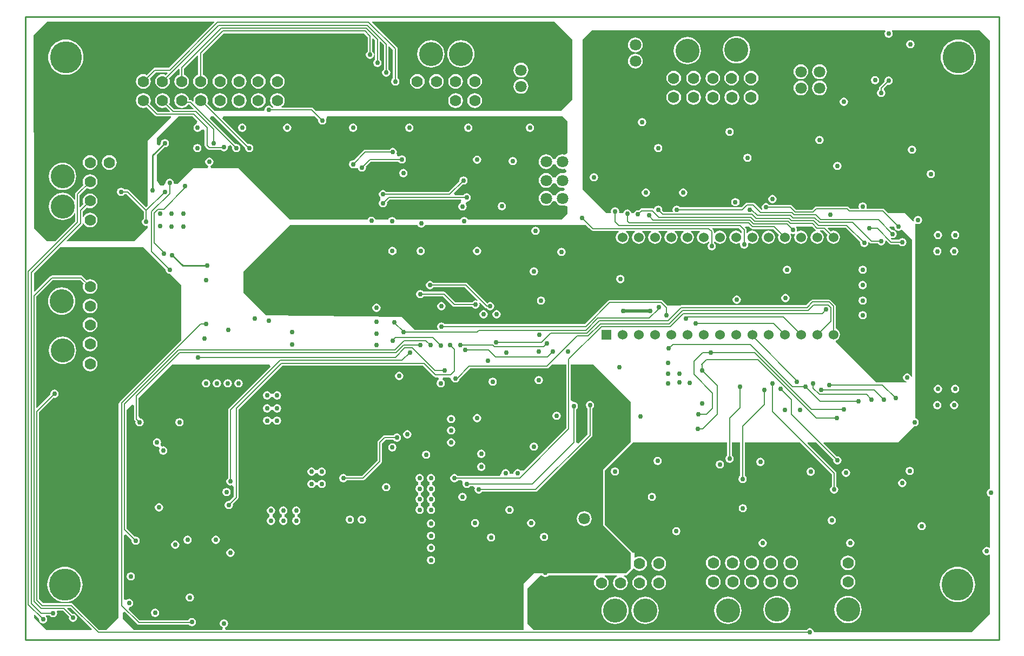
<source format=gbl>
G04*
G04 #@! TF.GenerationSoftware,Altium Limited,Altium Designer,19.1.8 (144)*
G04*
G04 Layer_Physical_Order=4*
G04 Layer_Color=16711680*
%FSLAX25Y25*%
%MOIN*%
G70*
G01*
G75*
%ADD10C,0.01000*%
%ADD19C,0.03000*%
%ADD95C,0.00800*%
%ADD96C,0.00700*%
%ADD99C,0.02000*%
%ADD101C,0.07087*%
%ADD102C,0.07000*%
%ADD103C,0.14800*%
%ADD104C,0.19685*%
%ADD105R,0.06024X0.06024*%
%ADD106C,0.06024*%
G36*
X694500Y485000D02*
Y208949D01*
X694025Y208855D01*
X693198Y208302D01*
X692645Y207475D01*
X692451Y206500D01*
X692645Y205524D01*
X693198Y204698D01*
X694025Y204145D01*
X694500Y204050D01*
Y172772D01*
X694000Y172504D01*
X693475Y172855D01*
X692500Y173049D01*
X691525Y172855D01*
X690698Y172302D01*
X690145Y171476D01*
X689951Y170500D01*
X690145Y169525D01*
X690698Y168698D01*
X691525Y168145D01*
X692500Y167951D01*
X693475Y168145D01*
X694000Y168496D01*
X694500Y168228D01*
Y132000D01*
X683000Y120500D01*
X586049D01*
X585855Y121476D01*
X585302Y122302D01*
X584476Y122855D01*
X583500Y123049D01*
X582524Y122855D01*
X581698Y122302D01*
X581413Y121876D01*
X413624D01*
X409500Y126000D01*
Y147500D01*
X417500Y155500D01*
X418601D01*
X418761Y155261D01*
X419588Y154708D01*
X420563Y154514D01*
X421538Y154708D01*
X422365Y155261D01*
X422525Y155500D01*
X452798D01*
X452898Y155000D01*
X452731Y154931D01*
X451791Y154209D01*
X451069Y153269D01*
X450616Y152175D01*
X450461Y151000D01*
X450616Y149825D01*
X451069Y148731D01*
X451791Y147791D01*
X452731Y147069D01*
X453825Y146616D01*
X455000Y146461D01*
X456175Y146616D01*
X457269Y147069D01*
X458209Y147791D01*
X458931Y148731D01*
X459384Y149825D01*
X459539Y151000D01*
X459384Y152175D01*
X458931Y153269D01*
X458209Y154209D01*
X457269Y154931D01*
X457102Y155000D01*
X457202Y155500D01*
X464598D01*
X464698Y155000D01*
X464531Y154931D01*
X463591Y154209D01*
X462869Y153269D01*
X462416Y152175D01*
X462261Y151000D01*
X462416Y149825D01*
X462869Y148731D01*
X463591Y147791D01*
X464531Y147069D01*
X465625Y146616D01*
X466800Y146461D01*
X467975Y146616D01*
X469069Y147069D01*
X470009Y147791D01*
X470731Y148731D01*
X471184Y149825D01*
X471339Y151000D01*
X471184Y152175D01*
X470731Y153269D01*
X470009Y154209D01*
X469069Y154931D01*
X468902Y155000D01*
X469002Y155500D01*
X470500D01*
X474775Y159775D01*
X475274Y159742D01*
X475391Y159591D01*
X476331Y158869D01*
X477425Y158416D01*
X478600Y158261D01*
X479775Y158416D01*
X480869Y158869D01*
X481809Y159591D01*
X482531Y160531D01*
X482984Y161625D01*
X483139Y162800D01*
X482984Y163975D01*
X482531Y165069D01*
X481809Y166009D01*
X480869Y166731D01*
X479775Y167184D01*
X478600Y167339D01*
X477425Y167184D01*
X476331Y166731D01*
X475948Y166437D01*
X475500Y166659D01*
Y169500D01*
X474500D01*
X457000Y187000D01*
Y220000D01*
X474500Y237500D01*
X532588D01*
Y229563D01*
X532198Y229302D01*
X531645Y228475D01*
X531451Y227500D01*
X531645Y226524D01*
X532198Y225698D01*
X533025Y225145D01*
X534000Y224951D01*
X534975Y225145D01*
X535802Y225698D01*
X536355Y226524D01*
X536549Y227500D01*
X536355Y228475D01*
X535802Y229302D01*
X535443Y229543D01*
Y237500D01*
X540573D01*
Y217053D01*
X540198Y216802D01*
X539645Y215975D01*
X539451Y215000D01*
X539645Y214024D01*
X540198Y213198D01*
X541024Y212645D01*
X542000Y212451D01*
X542976Y212645D01*
X543802Y213198D01*
X544355Y214024D01*
X544549Y215000D01*
X544355Y215975D01*
X543802Y216802D01*
X543427Y217053D01*
Y237500D01*
X577481D01*
X597073Y217909D01*
Y210553D01*
X596698Y210302D01*
X596145Y209475D01*
X595951Y208500D01*
X596145Y207524D01*
X596698Y206698D01*
X597524Y206145D01*
X598500Y205951D01*
X599475Y206145D01*
X600302Y206698D01*
X600855Y207524D01*
X601049Y208500D01*
X600855Y209475D01*
X600302Y210302D01*
X599927Y210553D01*
Y218500D01*
X599927Y218500D01*
X599819Y219046D01*
X599509Y219509D01*
X599509Y219509D01*
X581981Y237038D01*
X582172Y237500D01*
X587553D01*
X598051Y227002D01*
X597951Y226500D01*
X598145Y225524D01*
X598698Y224698D01*
X599524Y224145D01*
X600500Y223951D01*
X601475Y224145D01*
X602302Y224698D01*
X602855Y225524D01*
X603049Y226500D01*
X602855Y227476D01*
X602302Y228302D01*
X601475Y228855D01*
X600500Y229049D01*
X599998Y228949D01*
X591909Y237038D01*
X592100Y237500D01*
X638000D01*
X647959Y247459D01*
X648000Y247451D01*
X648976Y247645D01*
X649802Y248198D01*
X650355Y249025D01*
X650549Y250000D01*
X650355Y250975D01*
X649802Y251802D01*
X648976Y252355D01*
X648500Y252449D01*
Y372103D01*
X649000Y372370D01*
X649150Y372270D01*
X650125Y372076D01*
X651100Y372270D01*
X651927Y372823D01*
X652480Y373650D01*
X652674Y374625D01*
X652480Y375601D01*
X651927Y376427D01*
X651100Y376980D01*
X650125Y377174D01*
X649150Y376980D01*
X648323Y376427D01*
X647770Y375601D01*
X647576Y374625D01*
X647699Y374008D01*
X647238Y373762D01*
X642000Y379000D01*
X631519D01*
X629409Y381109D01*
X628946Y381419D01*
X628400Y381527D01*
X628400Y381527D01*
X618553D01*
X618317Y381968D01*
X618355Y382025D01*
X618549Y383000D01*
X618355Y383976D01*
X617802Y384802D01*
X616975Y385355D01*
X616000Y385549D01*
X615025Y385355D01*
X614198Y384802D01*
X613645Y383976D01*
X613451Y383000D01*
X613645Y382025D01*
X613683Y381968D01*
X613447Y381527D01*
X608491D01*
X607509Y382509D01*
X607046Y382819D01*
X606500Y382927D01*
X606500Y382927D01*
X587500D01*
X587500Y382927D01*
X586954Y382819D01*
X586491Y382509D01*
X586491Y382509D01*
X585009Y381027D01*
X575103D01*
X572621Y383509D01*
X572158Y383819D01*
X571612Y383927D01*
X571612Y383927D01*
X558553D01*
X558302Y384302D01*
X557476Y384855D01*
X556500Y385049D01*
X555524Y384855D01*
X554698Y384302D01*
X554145Y383475D01*
X553951Y382500D01*
X554145Y381524D01*
X554241Y381381D01*
X553991Y380855D01*
X553698Y380821D01*
X549609Y384909D01*
X549146Y385219D01*
X548600Y385327D01*
X548600Y385327D01*
X544799D01*
X544799Y385327D01*
X544252Y385219D01*
X543789Y384909D01*
X543789Y384909D01*
X541307Y382427D01*
X503553D01*
X503302Y382802D01*
X502476Y383355D01*
X501500Y383549D01*
X500525Y383355D01*
X499698Y382802D01*
X499145Y381976D01*
X498951Y381000D01*
X499145Y380025D01*
X499183Y379968D01*
X498947Y379527D01*
X493491D01*
X492461Y380558D01*
X492549Y381000D01*
X492355Y381976D01*
X491802Y382802D01*
X490976Y383355D01*
X490000Y383549D01*
X489024Y383355D01*
X488198Y382802D01*
X487645Y381976D01*
X487612Y381810D01*
X487285Y381675D01*
X487068Y381637D01*
X486620Y381727D01*
X479787D01*
X479261Y381622D01*
X478814Y381323D01*
X478814Y381323D01*
X478002Y380511D01*
X477500Y380611D01*
X476524Y380417D01*
X475698Y379865D01*
X475145Y379038D01*
X475138Y379000D01*
X473450D01*
X473355Y379475D01*
X472802Y380302D01*
X471976Y380855D01*
X471000Y381049D01*
X470024Y380855D01*
X469198Y380302D01*
X468645Y379475D01*
X468550Y379000D01*
X466360D01*
X465949Y379500D01*
X466049Y380000D01*
X465855Y380976D01*
X465302Y381802D01*
X464475Y382355D01*
X463500Y382549D01*
X462525Y382355D01*
X461698Y381802D01*
X461145Y380976D01*
X460951Y380000D01*
X461051Y379500D01*
X460640Y379000D01*
X458000D01*
X443500Y393500D01*
Y486000D01*
X449000Y491500D01*
X629728D01*
X629995Y491000D01*
X629645Y490476D01*
X629451Y489500D01*
X629645Y488524D01*
X630198Y487698D01*
X631025Y487145D01*
X632000Y486951D01*
X632975Y487145D01*
X633802Y487698D01*
X634355Y488524D01*
X634549Y489500D01*
X634355Y490476D01*
X634004Y491000D01*
X634272Y491500D01*
X688000D01*
X694500Y485000D01*
D02*
G37*
G36*
X437000Y486000D02*
Y449000D01*
X430000Y442000D01*
X279019D01*
X277509Y443509D01*
X277046Y443819D01*
X276500Y443927D01*
X276500Y443927D01*
X258045D01*
X257876Y444427D01*
X258609Y444991D01*
X259331Y445931D01*
X259784Y447025D01*
X259939Y448200D01*
X259784Y449375D01*
X259331Y450469D01*
X258609Y451409D01*
X257669Y452131D01*
X256575Y452584D01*
X255400Y452739D01*
X254225Y452584D01*
X253131Y452131D01*
X252191Y451409D01*
X251469Y450469D01*
X251016Y449375D01*
X250861Y448200D01*
X251016Y447025D01*
X251469Y445931D01*
X252191Y444991D01*
X252924Y444427D01*
X252755Y443927D01*
X252053D01*
X251802Y444302D01*
X250975Y444855D01*
X250000Y445049D01*
X249025Y444855D01*
X248198Y444302D01*
X247645Y443475D01*
X247451Y442500D01*
X247474Y442386D01*
X247156Y442000D01*
X216647D01*
X212302Y446344D01*
X212584Y447025D01*
X212739Y448200D01*
X212584Y449375D01*
X212131Y450469D01*
X211409Y451409D01*
X210469Y452131D01*
X209375Y452584D01*
X208200Y452739D01*
X207025Y452584D01*
X205931Y452131D01*
X204991Y451409D01*
X204269Y450469D01*
X203816Y449375D01*
X203661Y448200D01*
X203698Y447918D01*
X203250Y447697D01*
X202669Y448278D01*
X202222Y448576D01*
X201695Y448681D01*
X200875D01*
X200784Y449375D01*
X200331Y450469D01*
X199609Y451409D01*
X198669Y452131D01*
X197575Y452584D01*
X196400Y452739D01*
X195225Y452584D01*
X194131Y452131D01*
X193191Y451409D01*
X192469Y450469D01*
X192016Y449375D01*
X191861Y448200D01*
X192016Y447025D01*
X192469Y445931D01*
X193191Y444991D01*
X194131Y444269D01*
X195225Y443816D01*
X196400Y443661D01*
X197575Y443816D01*
X198669Y444269D01*
X199609Y444991D01*
X200329Y445928D01*
X201125D01*
X203715Y443338D01*
X203524Y442876D01*
X191870D01*
X188614Y446132D01*
X188984Y447025D01*
X189139Y448200D01*
X188984Y449375D01*
X188531Y450469D01*
X187809Y451409D01*
X186869Y452131D01*
X185775Y452584D01*
X184600Y452739D01*
X183425Y452584D01*
X182331Y452131D01*
X181391Y451409D01*
X180669Y450469D01*
X180216Y449375D01*
X180061Y448200D01*
X180216Y447025D01*
X180669Y445931D01*
X181391Y444991D01*
X182331Y444269D01*
X183425Y443816D01*
X184600Y443661D01*
X185775Y443816D01*
X186668Y444186D01*
X189215Y441638D01*
X189024Y441177D01*
X181770D01*
X176814Y446132D01*
X177184Y447025D01*
X177339Y448200D01*
X177184Y449375D01*
X176731Y450469D01*
X176009Y451409D01*
X175069Y452131D01*
X173975Y452584D01*
X172800Y452739D01*
X171625Y452584D01*
X170531Y452131D01*
X169591Y451409D01*
X168869Y450469D01*
X168416Y449375D01*
X168261Y448200D01*
X168416Y447025D01*
X168869Y445931D01*
X169591Y444991D01*
X170531Y444269D01*
X171625Y443816D01*
X172800Y443661D01*
X173975Y443816D01*
X174868Y444186D01*
X180227Y438827D01*
X180227Y438827D01*
X180673Y438528D01*
X181200Y438423D01*
X189770D01*
X189962Y437962D01*
X175500Y423500D01*
Y383447D01*
X174500Y382447D01*
X163973Y392973D01*
X163527Y393272D01*
X163000Y393376D01*
X161087D01*
X160802Y393802D01*
X159976Y394355D01*
X159000Y394549D01*
X158025Y394355D01*
X157198Y393802D01*
X156645Y392975D01*
X156451Y392000D01*
X156645Y391024D01*
X157198Y390198D01*
X158025Y389645D01*
X159000Y389451D01*
X159976Y389645D01*
X160802Y390198D01*
X161087Y390623D01*
X162430D01*
X173124Y379930D01*
Y375587D01*
X172698Y375302D01*
X172145Y374476D01*
X171951Y373500D01*
X172145Y372524D01*
X172698Y371698D01*
X173524Y371145D01*
X174500Y370951D01*
X175000Y371051D01*
X175500Y370640D01*
Y370000D01*
X167000Y361500D01*
X125672Y361500D01*
X125481Y361962D01*
X135009Y371491D01*
X135009Y371491D01*
X135319Y371954D01*
X135427Y372500D01*
X135874Y372662D01*
X135927Y372673D01*
X136069Y372331D01*
X136791Y371391D01*
X137731Y370669D01*
X138825Y370216D01*
X140000Y370061D01*
X141175Y370216D01*
X142269Y370669D01*
X143209Y371391D01*
X143931Y372331D01*
X144384Y373425D01*
X144539Y374600D01*
X144384Y375775D01*
X143931Y376869D01*
X143209Y377809D01*
X142269Y378531D01*
X141175Y378984D01*
X140000Y379139D01*
X138825Y378984D01*
X137731Y378531D01*
X136791Y377809D01*
X136069Y376869D01*
X135927Y376527D01*
X135427Y376626D01*
Y379809D01*
X137983Y382365D01*
X138825Y382016D01*
X140000Y381861D01*
X141175Y382016D01*
X142269Y382469D01*
X143209Y383191D01*
X143931Y384131D01*
X144384Y385225D01*
X144539Y386400D01*
X144384Y387575D01*
X143931Y388669D01*
X143209Y389609D01*
X142269Y390331D01*
X141175Y390784D01*
X140000Y390939D01*
X138825Y390784D01*
X137731Y390331D01*
X136791Y389609D01*
X136069Y388669D01*
X135616Y387575D01*
X135461Y386400D01*
X135616Y385225D01*
X135965Y384383D01*
X134089Y382508D01*
X133627Y382699D01*
Y389809D01*
X137983Y394165D01*
X138825Y393816D01*
X140000Y393661D01*
X141175Y393816D01*
X142269Y394269D01*
X143209Y394991D01*
X143931Y395931D01*
X144384Y397025D01*
X144539Y398200D01*
X144384Y399375D01*
X143931Y400469D01*
X143209Y401409D01*
X142269Y402131D01*
X141175Y402584D01*
X140000Y402739D01*
X138825Y402584D01*
X137731Y402131D01*
X136791Y401409D01*
X136069Y400469D01*
X135616Y399375D01*
X135461Y398200D01*
X135616Y397025D01*
X135965Y396183D01*
X131191Y391409D01*
X130881Y390946D01*
X130773Y390400D01*
X130773Y390400D01*
Y387307D01*
X130288Y387185D01*
X130018Y387689D01*
X128968Y388968D01*
X127689Y390018D01*
X126230Y390798D01*
X124647Y391279D01*
X123000Y391441D01*
X121353Y391279D01*
X119770Y390798D01*
X118311Y390018D01*
X117032Y388968D01*
X115982Y387689D01*
X115202Y386230D01*
X114722Y384647D01*
X114559Y383000D01*
X114722Y381353D01*
X115202Y379770D01*
X115982Y378311D01*
X117032Y377032D01*
X118311Y375982D01*
X119770Y375202D01*
X121353Y374722D01*
X123000Y374559D01*
X124647Y374722D01*
X126230Y375202D01*
X127689Y375982D01*
X128968Y377032D01*
X130018Y378311D01*
X130288Y378815D01*
X130773Y378693D01*
Y373837D01*
X118436Y361500D01*
X113500D01*
X105511Y369489D01*
X105000Y488500D01*
X113500Y497000D01*
X216382D01*
X216574Y496538D01*
X188463Y468427D01*
X179800D01*
X179254Y468319D01*
X178791Y468009D01*
X178791Y468009D01*
X174817Y464035D01*
X173975Y464384D01*
X172800Y464539D01*
X171625Y464384D01*
X170531Y463931D01*
X169591Y463209D01*
X168869Y462269D01*
X168416Y461175D01*
X168261Y460000D01*
X168416Y458825D01*
X168869Y457731D01*
X169591Y456791D01*
X170531Y456069D01*
X171625Y455616D01*
X172800Y455461D01*
X173975Y455616D01*
X175069Y456069D01*
X176009Y456791D01*
X176731Y457731D01*
X177184Y458825D01*
X177339Y460000D01*
X177184Y461175D01*
X176835Y462017D01*
X180391Y465573D01*
X187501D01*
X187692Y465111D01*
X186617Y464035D01*
X185775Y464384D01*
X184600Y464539D01*
X183425Y464384D01*
X182331Y463931D01*
X181391Y463209D01*
X180669Y462269D01*
X180216Y461175D01*
X180061Y460000D01*
X180216Y458825D01*
X180669Y457731D01*
X181391Y456791D01*
X182331Y456069D01*
X183425Y455616D01*
X184600Y455461D01*
X185775Y455616D01*
X186869Y456069D01*
X187809Y456791D01*
X188531Y457731D01*
X188984Y458825D01*
X189139Y460000D01*
X188984Y461175D01*
X188635Y462017D01*
X194511Y467892D01*
X194973Y467701D01*
Y464280D01*
X194131Y463931D01*
X193191Y463209D01*
X192469Y462269D01*
X192016Y461175D01*
X191861Y460000D01*
X192016Y458825D01*
X192469Y457731D01*
X193191Y456791D01*
X194131Y456069D01*
X195225Y455616D01*
X196400Y455461D01*
X197575Y455616D01*
X198669Y456069D01*
X199609Y456791D01*
X200331Y457731D01*
X200784Y458825D01*
X200939Y460000D01*
X200784Y461175D01*
X200331Y462269D01*
X199609Y463209D01*
X198669Y463931D01*
X197827Y464280D01*
Y467809D01*
X206111Y476092D01*
X206573Y475901D01*
Y464280D01*
X205731Y463931D01*
X204791Y463209D01*
X204069Y462269D01*
X203616Y461175D01*
X203461Y460000D01*
X203616Y458825D01*
X204069Y457731D01*
X204791Y456791D01*
X205731Y456069D01*
X206825Y455616D01*
X208000Y455461D01*
X209175Y455616D01*
X210269Y456069D01*
X211209Y456791D01*
X211931Y457731D01*
X212384Y458825D01*
X212539Y460000D01*
X212384Y461175D01*
X211931Y462269D01*
X211209Y463209D01*
X210269Y463931D01*
X209427Y464280D01*
Y476863D01*
X222237Y489673D01*
X308718D01*
X311073Y487318D01*
Y478553D01*
X310698Y478302D01*
X310145Y477476D01*
X309951Y476500D01*
X310145Y475525D01*
X310698Y474698D01*
X311525Y474145D01*
X312500Y473951D01*
X313475Y474145D01*
X314302Y474698D01*
X314855Y475525D01*
X315049Y476500D01*
X314855Y477476D01*
X314302Y478302D01*
X313927Y478553D01*
Y486355D01*
X314389Y486546D01*
X315573Y485363D01*
Y473553D01*
X315198Y473302D01*
X314645Y472475D01*
X314451Y471500D01*
X314645Y470525D01*
X315198Y469698D01*
X316024Y469145D01*
X317000Y468951D01*
X317975Y469145D01*
X318802Y469698D01*
X319355Y470525D01*
X319549Y471500D01*
X319355Y472475D01*
X318802Y473302D01*
X318427Y473553D01*
Y484401D01*
X318889Y484592D01*
X321073Y482409D01*
Y467553D01*
X320698Y467302D01*
X320145Y466475D01*
X319951Y465500D01*
X320145Y464525D01*
X320698Y463698D01*
X321525Y463145D01*
X322500Y462951D01*
X323476Y463145D01*
X324302Y463698D01*
X324855Y464525D01*
X325049Y465500D01*
X324855Y466475D01*
X324302Y467302D01*
X323927Y467553D01*
Y481446D01*
X324389Y481637D01*
X326573Y479454D01*
Y462053D01*
X326198Y461802D01*
X325645Y460976D01*
X325451Y460000D01*
X325645Y459024D01*
X326198Y458198D01*
X327025Y457645D01*
X328000Y457451D01*
X328976Y457645D01*
X329802Y458198D01*
X330355Y459024D01*
X330549Y460000D01*
X330355Y460976D01*
X329802Y461802D01*
X329427Y462053D01*
Y480046D01*
X329319Y480592D01*
X329009Y481055D01*
X329009Y481055D01*
X313526Y496538D01*
X313718Y497000D01*
X426000D01*
X437000Y486000D01*
D02*
G37*
G36*
X434000Y435500D02*
X434000Y415720D01*
X432500Y414796D01*
X432186Y414926D01*
X431000Y415083D01*
X429814Y414926D01*
X428709Y414469D01*
X427760Y413740D01*
X427031Y412791D01*
X426812Y412261D01*
X425188D01*
X424969Y412791D01*
X424240Y413740D01*
X423291Y414469D01*
X422186Y414926D01*
X421000Y415083D01*
X419814Y414926D01*
X418709Y414469D01*
X417760Y413740D01*
X417031Y412791D01*
X416574Y411686D01*
X416418Y410500D01*
X416574Y409314D01*
X417031Y408209D01*
X417760Y407260D01*
X418709Y406531D01*
X419814Y406074D01*
X421000Y405918D01*
X422186Y406074D01*
X423291Y406531D01*
X424240Y407260D01*
X424969Y408209D01*
X425188Y408739D01*
X426812D01*
X427031Y408209D01*
X427760Y407260D01*
X428709Y406531D01*
X429814Y406074D01*
X431000Y405918D01*
X432186Y406074D01*
X432292Y406118D01*
X433558Y405302D01*
Y404198D01*
X432292Y403382D01*
X432186Y403426D01*
X431000Y403582D01*
X429814Y403426D01*
X428709Y402969D01*
X427760Y402240D01*
X427031Y401291D01*
X426812Y400761D01*
X425188D01*
X424969Y401291D01*
X424240Y402240D01*
X423291Y402969D01*
X422186Y403426D01*
X421000Y403582D01*
X419814Y403426D01*
X418709Y402969D01*
X417760Y402240D01*
X417031Y401291D01*
X416574Y400186D01*
X416418Y399000D01*
X416574Y397814D01*
X417031Y396709D01*
X417760Y395760D01*
X418709Y395031D01*
X419814Y394574D01*
X421000Y394418D01*
X422186Y394574D01*
X423291Y395031D01*
X424240Y395760D01*
X424969Y396709D01*
X425188Y397239D01*
X426812D01*
X427031Y396709D01*
X427760Y395760D01*
X428709Y395031D01*
X429814Y394574D01*
X431000Y394418D01*
X431571Y394493D01*
X432827Y393599D01*
X432892Y393500D01*
X432827Y393402D01*
X431571Y392507D01*
X431000Y392583D01*
X429814Y392426D01*
X428709Y391969D01*
X427760Y391240D01*
X427031Y390291D01*
X426812Y389761D01*
X425188D01*
X424969Y390291D01*
X424240Y391240D01*
X423291Y391969D01*
X422186Y392426D01*
X421000Y392583D01*
X419814Y392426D01*
X418709Y391969D01*
X417760Y391240D01*
X417031Y390291D01*
X416574Y389186D01*
X416418Y388000D01*
X416574Y386814D01*
X417031Y385709D01*
X417760Y384760D01*
X418709Y384031D01*
X419814Y383574D01*
X421000Y383418D01*
X422186Y383574D01*
X423291Y384031D01*
X424240Y384760D01*
X424969Y385709D01*
X425188Y386239D01*
X426812D01*
X427031Y385709D01*
X427760Y384760D01*
X428709Y384031D01*
X429814Y383574D01*
X431000Y383418D01*
X432186Y383574D01*
X432500Y383704D01*
X434000Y382780D01*
Y378500D01*
X430500Y375000D01*
X372838D01*
X372302Y375802D01*
X371476Y376355D01*
X370500Y376549D01*
X369525Y376355D01*
X368698Y375802D01*
X368162Y375000D01*
X344246D01*
X344000Y375049D01*
X343754Y375000D01*
X328339D01*
X327802Y375802D01*
X326975Y376355D01*
X326000Y376549D01*
X325025Y376355D01*
X324198Y375802D01*
X323661Y375000D01*
X315734D01*
X315712Y375110D01*
X315160Y375937D01*
X314333Y376489D01*
X313357Y376683D01*
X312382Y376489D01*
X311555Y375937D01*
X311002Y375110D01*
X310980Y375000D01*
X263000D01*
X231500Y406500D01*
X214588D01*
X214208Y408000D01*
X214373Y408089D01*
X214475Y408145D01*
X214548Y408193D01*
X215302Y408698D01*
X215855Y409524D01*
X216049Y410500D01*
X215855Y411476D01*
X215302Y412302D01*
X214475Y412855D01*
X213500Y413049D01*
X212525Y412855D01*
X211698Y412302D01*
X211145Y411476D01*
X210951Y410500D01*
X211145Y409524D01*
X211698Y408698D01*
X212373Y408246D01*
X212525Y408145D01*
X212616Y408096D01*
X212792Y408000D01*
X212412Y406500D01*
X203500D01*
X193878Y396878D01*
X191917Y397008D01*
X191549Y397500D01*
X191355Y398476D01*
X190802Y399302D01*
X189976Y399855D01*
X189000Y400049D01*
X188024Y399855D01*
X187198Y399302D01*
X186645Y398476D01*
X186451Y397500D01*
X185329Y396000D01*
X183000D01*
X181000Y399000D01*
Y414837D01*
X185678Y419515D01*
X186000Y419451D01*
X186976Y419645D01*
X187802Y420198D01*
X188355Y421025D01*
X188549Y422000D01*
X188355Y422975D01*
X187802Y423802D01*
X186976Y424355D01*
X186000Y424549D01*
X185024Y424355D01*
X184198Y423802D01*
X183645Y422975D01*
X183451Y422000D01*
X183515Y421678D01*
X182386Y420549D01*
X181000Y421123D01*
Y425000D01*
X194424Y438423D01*
X203130D01*
X206064Y435489D01*
X205519Y433913D01*
X205225Y433855D01*
X204398Y433302D01*
X203846Y432476D01*
X203652Y431500D01*
X203846Y430524D01*
X204398Y429698D01*
X205225Y429145D01*
X206201Y428951D01*
X207176Y429145D01*
X208003Y429698D01*
X208173Y429951D01*
X209785Y430379D01*
X210050Y430348D01*
X210624Y429926D01*
Y420650D01*
X210728Y420123D01*
X211027Y419677D01*
X212527Y418177D01*
X212973Y417878D01*
X213500Y417773D01*
X220647D01*
X220698Y417698D01*
X221525Y417145D01*
X222500Y416951D01*
X223476Y417145D01*
X224302Y417698D01*
X224855Y418525D01*
X225049Y419500D01*
X224954Y419978D01*
X226336Y420717D01*
X227551Y419502D01*
X227451Y419000D01*
X227645Y418024D01*
X228198Y417198D01*
X229025Y416645D01*
X230000Y416451D01*
X230976Y416645D01*
X231802Y417198D01*
X232355Y418024D01*
X232549Y419000D01*
X232355Y419976D01*
X231802Y420802D01*
X230976Y421355D01*
X230000Y421549D01*
X229498Y421449D01*
X213832Y437114D01*
X214406Y438500D01*
X216253D01*
X235501Y419252D01*
X235451Y419000D01*
X235645Y418024D01*
X236198Y417198D01*
X237024Y416645D01*
X238000Y416451D01*
X238976Y416645D01*
X239802Y417198D01*
X240355Y418024D01*
X240549Y419000D01*
X240355Y419976D01*
X239802Y420802D01*
X238976Y421355D01*
X238000Y421549D01*
X237247Y421399D01*
X221532Y437114D01*
X222107Y438500D01*
X278481D01*
X280539Y436442D01*
X280451Y436000D01*
X280645Y435024D01*
X281198Y434198D01*
X282025Y433645D01*
X283000Y433451D01*
X283976Y433645D01*
X284802Y434198D01*
X285355Y435024D01*
X285549Y436000D01*
X285355Y436975D01*
X285338Y437000D01*
X286140Y438500D01*
X431000Y438500D01*
X434000Y435500D01*
D02*
G37*
G36*
X186459Y344041D02*
X186451Y344000D01*
X186645Y343024D01*
X187198Y342198D01*
X188024Y341645D01*
X189000Y341451D01*
X189041Y341459D01*
X196000Y334500D01*
Y300447D01*
X158527Y262973D01*
X158228Y262527D01*
X158154Y262154D01*
X157500Y261500D01*
Y129500D01*
X150000Y122000D01*
X145447D01*
X129473Y137973D01*
X129027Y138272D01*
X128500Y138376D01*
X110974D01*
X108526Y140824D01*
Y256080D01*
X117498Y265051D01*
X118000Y264951D01*
X118975Y265145D01*
X119802Y265698D01*
X120355Y266525D01*
X120549Y267500D01*
X120355Y268476D01*
X119802Y269302D01*
X118975Y269855D01*
X118000Y270049D01*
X117025Y269855D01*
X116198Y269302D01*
X115645Y268476D01*
X115451Y267500D01*
X115551Y266998D01*
X107288Y258735D01*
X106826Y258926D01*
Y327380D01*
X117070Y337624D01*
X134030D01*
X135986Y335668D01*
X135616Y334775D01*
X135461Y333600D01*
X135616Y332425D01*
X136069Y331331D01*
X136791Y330391D01*
X137731Y329669D01*
X138825Y329216D01*
X140000Y329061D01*
X141175Y329216D01*
X142269Y329669D01*
X143209Y330391D01*
X143931Y331331D01*
X144384Y332425D01*
X144539Y333600D01*
X144384Y334775D01*
X143931Y335869D01*
X143209Y336809D01*
X142269Y337531D01*
X141175Y337984D01*
X140000Y338139D01*
X138825Y337984D01*
X137932Y337614D01*
X135573Y339973D01*
X135127Y340272D01*
X134600Y340376D01*
X116500D01*
X115973Y340272D01*
X115527Y339973D01*
X105962Y330409D01*
X105500Y330600D01*
Y341981D01*
X121519Y358000D01*
X172500D01*
X186459Y344041D01*
D02*
G37*
G36*
X325754Y371500D02*
X326000Y371451D01*
X326246Y371500D01*
X341662D01*
X342198Y370698D01*
X343024Y370145D01*
X344000Y369951D01*
X344975Y370145D01*
X345802Y370698D01*
X346339Y371500D01*
X370254Y371500D01*
X370500Y371451D01*
X370746Y371500D01*
X445500D01*
X447500Y369500D01*
X447527Y369527D01*
X448677Y368377D01*
X449123Y368078D01*
X449650Y367973D01*
X465609D01*
X465937Y367529D01*
X465937Y367474D01*
X465139Y366861D01*
X464496Y366023D01*
X464091Y365047D01*
X463954Y364000D01*
X464091Y362953D01*
X464496Y361977D01*
X465139Y361139D01*
X465977Y360496D01*
X466953Y360091D01*
X468000Y359954D01*
X469047Y360091D01*
X470023Y360496D01*
X470861Y361139D01*
X471504Y361977D01*
X471909Y362953D01*
X472046Y364000D01*
X471909Y365047D01*
X471504Y366023D01*
X470861Y366861D01*
X470063Y367474D01*
X470063Y367529D01*
X470392Y367973D01*
X475608D01*
X475937Y367529D01*
X475937Y367474D01*
X475139Y366861D01*
X474496Y366023D01*
X474091Y365047D01*
X473954Y364000D01*
X474091Y362953D01*
X474496Y361977D01*
X475139Y361139D01*
X475977Y360496D01*
X476953Y360091D01*
X478000Y359954D01*
X479047Y360091D01*
X480023Y360496D01*
X480861Y361139D01*
X481504Y361977D01*
X481909Y362953D01*
X482046Y364000D01*
X481909Y365047D01*
X481504Y366023D01*
X480861Y366861D01*
X480063Y367474D01*
X480063Y367529D01*
X480392Y367973D01*
X485608D01*
X485937Y367529D01*
X485937Y367474D01*
X485139Y366861D01*
X484496Y366023D01*
X484091Y365047D01*
X483954Y364000D01*
X484091Y362953D01*
X484496Y361977D01*
X485139Y361139D01*
X485977Y360496D01*
X486953Y360091D01*
X488000Y359954D01*
X489047Y360091D01*
X490023Y360496D01*
X490861Y361139D01*
X491504Y361977D01*
X491909Y362953D01*
X492046Y364000D01*
X491909Y365047D01*
X491504Y366023D01*
X490861Y366861D01*
X490063Y367474D01*
X490063Y367529D01*
X490391Y367973D01*
X495609D01*
X495937Y367529D01*
X495937Y367474D01*
X495139Y366861D01*
X494496Y366023D01*
X494091Y365047D01*
X493954Y364000D01*
X494091Y362953D01*
X494496Y361977D01*
X495139Y361139D01*
X495977Y360496D01*
X496953Y360091D01*
X498000Y359954D01*
X499047Y360091D01*
X500023Y360496D01*
X500861Y361139D01*
X501504Y361977D01*
X501909Y362953D01*
X502046Y364000D01*
X501909Y365047D01*
X501504Y366023D01*
X500861Y366861D01*
X500063Y367474D01*
X500063Y367529D01*
X500391Y367973D01*
X505609D01*
X505937Y367529D01*
X505937Y367474D01*
X505139Y366861D01*
X504496Y366023D01*
X504091Y365047D01*
X503954Y364000D01*
X504091Y362953D01*
X504496Y361977D01*
X505139Y361139D01*
X505977Y360496D01*
X506953Y360091D01*
X508000Y359954D01*
X509047Y360091D01*
X510023Y360496D01*
X510861Y361139D01*
X511504Y361977D01*
X511909Y362953D01*
X512046Y364000D01*
X511909Y365047D01*
X511504Y366023D01*
X510861Y366861D01*
X510063Y367474D01*
X510063Y367529D01*
X510392Y367973D01*
X515609D01*
X515937Y367529D01*
X515937Y367474D01*
X515139Y366861D01*
X514496Y366023D01*
X514091Y365047D01*
X513954Y364000D01*
X514091Y362953D01*
X514496Y361977D01*
X515139Y361139D01*
X515977Y360496D01*
X516953Y360091D01*
X518000Y359954D01*
X519047Y360091D01*
X520023Y360496D01*
X520861Y361139D01*
X521124Y361481D01*
X521624Y361311D01*
Y360587D01*
X521198Y360302D01*
X520645Y359475D01*
X520451Y358500D01*
X520645Y357524D01*
X521198Y356698D01*
X522024Y356145D01*
X523000Y355951D01*
X523976Y356145D01*
X524802Y356698D01*
X525355Y357524D01*
X525549Y358500D01*
X525355Y359475D01*
X524802Y360302D01*
X524376Y360587D01*
Y361311D01*
X524876Y361481D01*
X525139Y361139D01*
X525977Y360496D01*
X526953Y360091D01*
X528000Y359954D01*
X529047Y360091D01*
X530023Y360496D01*
X530861Y361139D01*
X531504Y361977D01*
X531909Y362953D01*
X532046Y364000D01*
X531909Y365047D01*
X531504Y366023D01*
X530861Y366861D01*
X530023Y367504D01*
X529047Y367909D01*
X528000Y368046D01*
X526953Y367909D01*
X525977Y367504D01*
X525139Y366861D01*
X524876Y366519D01*
X524376Y366689D01*
Y367500D01*
X524376Y367500D01*
X524272Y368027D01*
X523973Y368473D01*
X523973Y368473D01*
X523236Y369211D01*
X523427Y369673D01*
X539809D01*
X541573Y367909D01*
Y366756D01*
X541073Y366586D01*
X540861Y366861D01*
X540023Y367504D01*
X539047Y367909D01*
X538000Y368046D01*
X536953Y367909D01*
X535977Y367504D01*
X535139Y366861D01*
X534496Y366023D01*
X534091Y365047D01*
X533954Y364000D01*
X534091Y362953D01*
X534496Y361977D01*
X535139Y361139D01*
X535977Y360496D01*
X536953Y360091D01*
X538000Y359954D01*
X539047Y360091D01*
X540023Y360496D01*
X540187Y360621D01*
X540614Y360319D01*
X540451Y359500D01*
X540645Y358524D01*
X541198Y357698D01*
X542025Y357145D01*
X543000Y356951D01*
X543975Y357145D01*
X544802Y357698D01*
X545355Y358524D01*
X545549Y359500D01*
X545386Y360319D01*
X545813Y360621D01*
X545977Y360496D01*
X546953Y360091D01*
X548000Y359954D01*
X549047Y360091D01*
X550023Y360496D01*
X550861Y361139D01*
X551504Y361977D01*
X551909Y362953D01*
X552046Y364000D01*
X551909Y365047D01*
X551504Y366023D01*
X550861Y366861D01*
X550023Y367504D01*
X549047Y367909D01*
X548000Y368046D01*
X546953Y367909D01*
X545977Y367504D01*
X545139Y366861D01*
X544927Y366586D01*
X544427Y366756D01*
Y368500D01*
X544427Y368500D01*
X544319Y369046D01*
X544009Y369509D01*
X544009Y369509D01*
X543481Y370038D01*
X543672Y370500D01*
X546077D01*
X547187Y369391D01*
X547187Y369391D01*
X547650Y369081D01*
X548196Y368973D01*
X561009D01*
X564338Y365643D01*
X564091Y365047D01*
X563954Y364000D01*
X564091Y362953D01*
X564496Y361977D01*
X565139Y361139D01*
X565977Y360496D01*
X566953Y360091D01*
X568000Y359954D01*
X569047Y360091D01*
X570023Y360496D01*
X570861Y361139D01*
X571504Y361977D01*
X571909Y362953D01*
X572046Y364000D01*
X571909Y365047D01*
X571580Y365841D01*
X571984Y366172D01*
X572024Y366145D01*
X573000Y365951D01*
X573976Y366145D01*
X574016Y366172D01*
X574420Y365841D01*
X574091Y365047D01*
X573954Y364000D01*
X574091Y362953D01*
X574496Y361977D01*
X575139Y361139D01*
X575977Y360496D01*
X576953Y360091D01*
X578000Y359954D01*
X579047Y360091D01*
X580023Y360496D01*
X580861Y361139D01*
X581504Y361977D01*
X581909Y362953D01*
X582046Y364000D01*
X581909Y365047D01*
X581504Y366023D01*
X580861Y366861D01*
X580023Y367504D01*
X579047Y367909D01*
X578000Y368046D01*
X576953Y367909D01*
X575977Y367504D01*
X575813Y367379D01*
X575386Y367681D01*
X575549Y368500D01*
X575355Y369476D01*
X575004Y370000D01*
X575272Y370500D01*
X584987D01*
X586961Y368527D01*
X587102Y368432D01*
X586980Y367912D01*
X586953Y367909D01*
X585977Y367504D01*
X585139Y366861D01*
X584496Y366023D01*
X584091Y365047D01*
X583954Y364000D01*
X584091Y362953D01*
X584496Y361977D01*
X585139Y361139D01*
X585977Y360496D01*
X586953Y360091D01*
X588000Y359954D01*
X589047Y360091D01*
X590023Y360496D01*
X590861Y361139D01*
X591504Y361977D01*
X591909Y362953D01*
X592046Y364000D01*
X591909Y365047D01*
X591504Y366023D01*
X590861Y366861D01*
X590023Y367504D01*
X589735Y367623D01*
X589835Y368124D01*
X591930D01*
X594359Y365694D01*
X594091Y365047D01*
X593954Y364000D01*
X594091Y362953D01*
X594496Y361977D01*
X595139Y361139D01*
X595977Y360496D01*
X596953Y360091D01*
X598000Y359954D01*
X599047Y360091D01*
X600023Y360496D01*
X600861Y361139D01*
X601504Y361977D01*
X601909Y362953D01*
X602046Y364000D01*
X601909Y365047D01*
X601504Y366023D01*
X600861Y366861D01*
X600023Y367504D01*
X599047Y367909D01*
X598000Y368046D01*
X596953Y367909D01*
X596306Y367641D01*
X594586Y369361D01*
X594777Y369823D01*
X605659D01*
X614539Y360942D01*
X614451Y360500D01*
X614645Y359524D01*
X615198Y358698D01*
X616024Y358145D01*
X617000Y357951D01*
X617976Y358145D01*
X618802Y358698D01*
X619355Y359524D01*
X619549Y360500D01*
X619493Y360781D01*
X619954Y361027D01*
X620491Y360491D01*
X620491Y360491D01*
X620954Y360181D01*
X621500Y360073D01*
X621500Y360073D01*
X625447D01*
X625698Y359698D01*
X626524Y359145D01*
X627500Y358951D01*
X628476Y359145D01*
X629302Y359698D01*
X629855Y360525D01*
X630049Y361500D01*
X629975Y361871D01*
X630436Y362118D01*
X632527Y360027D01*
X632527Y360027D01*
X632973Y359728D01*
X633500Y359624D01*
X633500Y359624D01*
X638413D01*
X638698Y359198D01*
X639525Y358645D01*
X640500Y358451D01*
X641475Y358645D01*
X642302Y359198D01*
X642855Y360024D01*
X643049Y361000D01*
X642855Y361976D01*
X642302Y362802D01*
X641475Y363355D01*
X640500Y363549D01*
X639525Y363355D01*
X638698Y362802D01*
X638413Y362376D01*
X634070D01*
X633158Y363289D01*
X633477Y363677D01*
X633525Y363645D01*
X634500Y363451D01*
X635475Y363645D01*
X636302Y364198D01*
X636855Y365024D01*
X637049Y366000D01*
X636855Y366975D01*
X636302Y367802D01*
X635475Y368355D01*
X634500Y368549D01*
X634058Y368461D01*
X632481Y370038D01*
X632672Y370500D01*
X635451D01*
X635645Y369525D01*
X636198Y368698D01*
X637024Y368145D01*
X638000Y367951D01*
X638975Y368145D01*
X639802Y368698D01*
X640258Y368742D01*
X646500Y362500D01*
Y277796D01*
X646000Y277746D01*
X645855Y278475D01*
X645302Y279302D01*
X644476Y279855D01*
X643500Y280049D01*
X642524Y279855D01*
X641698Y279302D01*
X641145Y278475D01*
X640951Y277500D01*
X641145Y276524D01*
X641698Y275698D01*
X642524Y275145D01*
X643254Y275000D01*
X643204Y274500D01*
X624500Y274500D01*
X599332Y299668D01*
X599449Y300258D01*
X600023Y300496D01*
X600861Y301139D01*
X601504Y301977D01*
X601909Y302953D01*
X602046Y304000D01*
X601909Y305047D01*
X601504Y306023D01*
X600861Y306861D01*
X600023Y307504D01*
X599427Y307751D01*
Y321385D01*
X599322Y321911D01*
X599023Y322358D01*
X596358Y325023D01*
X595911Y325322D01*
X595385Y325427D01*
X585146D01*
X585146Y325427D01*
X584619Y325322D01*
X584172Y325023D01*
X584172Y325023D01*
X581226Y322077D01*
X504296D01*
X503911Y322000D01*
X495477D01*
X492654Y324823D01*
X492207Y325122D01*
X491680Y325226D01*
X460301D01*
X459774Y325122D01*
X459327Y324823D01*
X444880Y310377D01*
X358587D01*
X358302Y310802D01*
X357475Y311355D01*
X356500Y311549D01*
X355524Y311355D01*
X354698Y310802D01*
X354145Y309976D01*
X353951Y309000D01*
X354145Y308025D01*
X354578Y307377D01*
X354347Y306876D01*
X340043D01*
X331865Y314887D01*
X248610Y315890D01*
X234500Y330000D01*
X234500Y343000D01*
X263000Y371500D01*
X325754D01*
D02*
G37*
G36*
X250594Y285500D02*
X251168Y284114D01*
X225527Y258473D01*
X225228Y258027D01*
X225124Y257500D01*
Y215587D01*
X224698Y215302D01*
X224145Y214475D01*
X223951Y213500D01*
X224145Y212525D01*
X224698Y211698D01*
X225524Y211145D01*
X226500Y210951D01*
X227123Y211075D01*
X228231Y210462D01*
X228624Y210108D01*
Y204070D01*
X226002Y201449D01*
X225500Y201549D01*
X224524Y201355D01*
X223698Y200802D01*
X223145Y199976D01*
X222951Y199000D01*
X223145Y198024D01*
X223698Y197198D01*
X224524Y196645D01*
X225500Y196451D01*
X226476Y196645D01*
X227302Y197198D01*
X227855Y198024D01*
X228049Y199000D01*
X227949Y199502D01*
X230973Y202527D01*
X231272Y202973D01*
X231377Y203500D01*
Y257930D01*
X258420Y284974D01*
X345080D01*
X351956Y278097D01*
X351956Y278097D01*
X352403Y277799D01*
X352929Y277694D01*
X352930Y277694D01*
X354534D01*
X354690Y277268D01*
X354784Y276194D01*
X354198Y275802D01*
X353645Y274975D01*
X353451Y274000D01*
X353645Y273025D01*
X354198Y272198D01*
X355025Y271645D01*
X356000Y271451D01*
X356976Y271645D01*
X357802Y272198D01*
X358355Y273025D01*
X358549Y274000D01*
X358355Y274975D01*
X357802Y275802D01*
X357216Y276194D01*
X357310Y277268D01*
X357466Y277694D01*
X361060D01*
X362299Y277076D01*
X362596Y276269D01*
X362645Y276025D01*
X363198Y275198D01*
X364024Y274645D01*
X365000Y274451D01*
X365975Y274645D01*
X366802Y275198D01*
X367355Y276025D01*
X367450Y276504D01*
X374070Y283123D01*
X421469D01*
X421996Y283228D01*
X422443Y283527D01*
X424416Y285500D01*
X433527D01*
Y246443D01*
X407150Y220066D01*
X405302Y220302D01*
X404475Y220855D01*
X403500Y221049D01*
X402525Y220855D01*
X401698Y220302D01*
X401145Y219476D01*
X400951Y218500D01*
X400698Y218173D01*
X398802D01*
X398549Y218500D01*
X398355Y219476D01*
X397802Y220302D01*
X396975Y220855D01*
X396000Y221049D01*
X395024Y220855D01*
X394198Y220302D01*
X393645Y219476D01*
X393451Y218500D01*
X392311Y217026D01*
X366487D01*
X366302Y217302D01*
X365476Y217855D01*
X364500Y218049D01*
X363525Y217855D01*
X362698Y217302D01*
X362145Y216476D01*
X361951Y215500D01*
X362145Y214525D01*
X362698Y213698D01*
X363525Y213145D01*
X364500Y212951D01*
X365476Y213145D01*
X366302Y213698D01*
X366687Y214274D01*
X368708D01*
X369422Y213285D01*
X369605Y212773D01*
X369451Y212000D01*
X369645Y211024D01*
X370198Y210198D01*
X371024Y209645D01*
X372000Y209451D01*
X372975Y209645D01*
X373802Y210198D01*
X374053Y210573D01*
X376074D01*
X376403Y210235D01*
X377065Y209073D01*
X376951Y208500D01*
X377145Y207524D01*
X377698Y206698D01*
X378524Y206145D01*
X379500Y205951D01*
X380475Y206145D01*
X381302Y206698D01*
X381553Y207073D01*
X414500D01*
X414500Y207073D01*
X415046Y207181D01*
X415509Y207491D01*
X449009Y240991D01*
X449009Y240991D01*
X449319Y241454D01*
X449427Y242000D01*
Y258447D01*
X449802Y258698D01*
X450355Y259524D01*
X450549Y260500D01*
X450355Y261475D01*
X449802Y262302D01*
X448976Y262855D01*
X448000Y263049D01*
X447024Y262855D01*
X446198Y262302D01*
X445645Y261475D01*
X445451Y260500D01*
X445645Y259524D01*
X446198Y258698D01*
X446573Y258447D01*
Y242591D01*
X440827Y236845D01*
X439579Y237429D01*
X439427Y237567D01*
Y257947D01*
X439802Y258198D01*
X440355Y259025D01*
X440549Y260000D01*
X440355Y260976D01*
X439802Y261802D01*
X438975Y262355D01*
X438000Y262549D01*
X437780Y262505D01*
X436280Y263524D01*
Y285500D01*
X450000D01*
X473000Y262500D01*
Y237442D01*
X456279Y220721D01*
X456058Y220390D01*
X455980Y220000D01*
Y187000D01*
X456058Y186610D01*
X456279Y186279D01*
X473000Y169558D01*
Y160000D01*
X470000Y157000D01*
X413500D01*
X407000Y150500D01*
X407000Y122000D01*
X223588Y122000D01*
X223208Y123500D01*
X223373Y123590D01*
X223476Y123645D01*
X223548Y123693D01*
X224302Y124198D01*
X224855Y125024D01*
X225049Y126000D01*
X224855Y126976D01*
X224302Y127802D01*
X223476Y128355D01*
X222500Y128549D01*
X221525Y128355D01*
X220698Y127802D01*
X220145Y126976D01*
X219951Y126000D01*
X220145Y125024D01*
X220698Y124198D01*
X221373Y123746D01*
X221525Y123645D01*
X221616Y123596D01*
X221792Y123500D01*
X221412Y122000D01*
X167000D01*
X160000Y129000D01*
Y132594D01*
X161386Y133168D01*
X169027Y125527D01*
X169473Y125228D01*
X170000Y125124D01*
X200830D01*
X200948Y124948D01*
X201775Y124395D01*
X202750Y124201D01*
X203726Y124395D01*
X204552Y124948D01*
X205105Y125775D01*
X205299Y126750D01*
X205105Y127726D01*
X204552Y128552D01*
X203726Y129105D01*
X202750Y129299D01*
X201775Y129105D01*
X200948Y128552D01*
X200496Y127876D01*
X170570D01*
X163903Y134544D01*
X163926Y134803D01*
X164494Y136074D01*
X165007Y136177D01*
X165834Y136729D01*
X166386Y137556D01*
X166580Y138531D01*
X166386Y139507D01*
X165834Y140334D01*
X165007Y140886D01*
X164032Y141080D01*
X163056Y140886D01*
X162376Y140432D01*
X161693Y140602D01*
X160876Y141009D01*
Y180217D01*
X162262Y180791D01*
X165551Y177502D01*
X165451Y177000D01*
X165645Y176024D01*
X166198Y175198D01*
X167025Y174645D01*
X168000Y174451D01*
X168975Y174645D01*
X169802Y175198D01*
X170355Y176024D01*
X170549Y177000D01*
X170355Y177975D01*
X169802Y178802D01*
X168975Y179355D01*
X168000Y179549D01*
X167498Y179449D01*
X162576Y184370D01*
Y257576D01*
X165738Y260738D01*
X167124Y260164D01*
Y252000D01*
X167228Y251473D01*
X167527Y251027D01*
X168051Y250502D01*
X167951Y250000D01*
X168145Y249025D01*
X168698Y248198D01*
X169525Y247645D01*
X170500Y247451D01*
X171476Y247645D01*
X172302Y248198D01*
X172855Y249025D01*
X173049Y250000D01*
X172855Y250975D01*
X172302Y251802D01*
X171476Y252355D01*
X170500Y252549D01*
X169876Y253954D01*
Y264877D01*
X190500Y285500D01*
X250594D01*
D02*
G37*
G36*
X141092Y122462D02*
X140900Y122000D01*
X113000D01*
X105500Y129500D01*
Y131328D01*
X105962Y131519D01*
X108539Y128942D01*
X108451Y128500D01*
X108645Y127524D01*
X109198Y126698D01*
X110024Y126145D01*
X111000Y125951D01*
X111976Y126145D01*
X112802Y126698D01*
X113355Y127524D01*
X113549Y128500D01*
X113355Y129475D01*
X112802Y130302D01*
X112706Y130367D01*
X112851Y130845D01*
X115220D01*
X115470Y130470D01*
X116297Y129918D01*
X117273Y129724D01*
X118248Y129918D01*
X119075Y130470D01*
X119628Y131297D01*
X119822Y132273D01*
X119628Y133248D01*
X119590Y133305D01*
X119825Y133746D01*
X123307D01*
X127051Y130002D01*
X126951Y129500D01*
X127145Y128524D01*
X127698Y127698D01*
X128524Y127145D01*
X129500Y126951D01*
X130475Y127145D01*
X131302Y127698D01*
X131855Y128524D01*
X132049Y129500D01*
X131855Y130475D01*
X131302Y131302D01*
X130475Y131855D01*
X129500Y132049D01*
X128998Y131949D01*
X125785Y135162D01*
X125976Y135624D01*
X127930D01*
X141092Y122462D01*
D02*
G37*
%LPC*%
G36*
X645500Y485549D02*
X644524Y485355D01*
X643698Y484802D01*
X643145Y483976D01*
X642951Y483000D01*
X643145Y482024D01*
X643698Y481198D01*
X644524Y480645D01*
X645500Y480451D01*
X646476Y480645D01*
X647302Y481198D01*
X647855Y482024D01*
X648049Y483000D01*
X647855Y483976D01*
X647302Y484802D01*
X646476Y485355D01*
X645500Y485549D01*
D02*
G37*
G36*
X476000Y487082D02*
X474814Y486926D01*
X473709Y486469D01*
X472760Y485740D01*
X472031Y484791D01*
X471574Y483686D01*
X471418Y482500D01*
X471574Y481314D01*
X472031Y480209D01*
X472760Y479260D01*
X473709Y478531D01*
X474814Y478074D01*
X476000Y477917D01*
X477186Y478074D01*
X478291Y478531D01*
X479240Y479260D01*
X479969Y480209D01*
X480426Y481314D01*
X480583Y482500D01*
X480426Y483686D01*
X479969Y484791D01*
X479240Y485740D01*
X478291Y486469D01*
X477186Y486926D01*
X476000Y487082D01*
D02*
G37*
G36*
X538300Y487941D02*
X536653Y487779D01*
X535070Y487298D01*
X533611Y486518D01*
X532332Y485468D01*
X531282Y484189D01*
X530502Y482730D01*
X530021Y481147D01*
X529859Y479500D01*
X530021Y477853D01*
X530502Y476270D01*
X531282Y474811D01*
X532332Y473532D01*
X533611Y472482D01*
X535070Y471702D01*
X536653Y471221D01*
X538300Y471059D01*
X539947Y471221D01*
X541530Y471702D01*
X542989Y472482D01*
X544268Y473532D01*
X545318Y474811D01*
X546098Y476270D01*
X546579Y477853D01*
X546741Y479500D01*
X546579Y481147D01*
X546098Y482730D01*
X545318Y484189D01*
X544268Y485468D01*
X542989Y486518D01*
X541530Y487298D01*
X539947Y487779D01*
X538300Y487941D01*
D02*
G37*
G36*
X508000Y487441D02*
X506353Y487279D01*
X504770Y486798D01*
X503311Y486018D01*
X502032Y484968D01*
X500982Y483689D01*
X500202Y482230D01*
X499721Y480647D01*
X499559Y479000D01*
X499721Y477353D01*
X500202Y475770D01*
X500982Y474311D01*
X502032Y473032D01*
X503311Y471982D01*
X504770Y471202D01*
X506353Y470721D01*
X508000Y470559D01*
X509647Y470721D01*
X511230Y471202D01*
X512689Y471982D01*
X513968Y473032D01*
X515018Y474311D01*
X515798Y475770D01*
X516279Y477353D01*
X516441Y479000D01*
X516279Y480647D01*
X515798Y482230D01*
X515018Y483689D01*
X513968Y484968D01*
X512689Y486018D01*
X511230Y486798D01*
X509647Y487279D01*
X508000Y487441D01*
D02*
G37*
G36*
X476000Y477082D02*
X474814Y476926D01*
X473709Y476469D01*
X472760Y475740D01*
X472031Y474791D01*
X471574Y473686D01*
X471418Y472500D01*
X471574Y471314D01*
X472031Y470209D01*
X472760Y469260D01*
X473709Y468531D01*
X474814Y468074D01*
X476000Y467917D01*
X477186Y468074D01*
X478291Y468531D01*
X479240Y469260D01*
X479969Y470209D01*
X480426Y471314D01*
X480583Y472500D01*
X480426Y473686D01*
X479969Y474791D01*
X479240Y475740D01*
X478291Y476469D01*
X477186Y476926D01*
X476000Y477082D01*
D02*
G37*
G36*
X675000Y485876D02*
X673299Y485742D01*
X671639Y485344D01*
X670062Y484691D01*
X668607Y483799D01*
X667310Y482690D01*
X666201Y481393D01*
X665309Y479938D01*
X664656Y478361D01*
X664258Y476701D01*
X664124Y475000D01*
X664258Y473299D01*
X664656Y471639D01*
X665309Y470062D01*
X666201Y468607D01*
X667310Y467310D01*
X668607Y466201D01*
X670062Y465309D01*
X671639Y464656D01*
X673299Y464258D01*
X675000Y464124D01*
X676701Y464258D01*
X678361Y464656D01*
X679938Y465309D01*
X681393Y466201D01*
X682690Y467310D01*
X683799Y468607D01*
X684691Y470062D01*
X685344Y471639D01*
X685742Y473299D01*
X685876Y475000D01*
X685742Y476701D01*
X685344Y478361D01*
X684691Y479938D01*
X683799Y481393D01*
X682690Y482690D01*
X681393Y483799D01*
X679938Y484691D01*
X678361Y485344D01*
X676701Y485742D01*
X675000Y485876D01*
D02*
G37*
G36*
X589500Y470582D02*
X588314Y470426D01*
X587209Y469969D01*
X586260Y469240D01*
X585531Y468291D01*
X585074Y467186D01*
X584917Y466000D01*
X585074Y464814D01*
X585531Y463709D01*
X586260Y462760D01*
X587209Y462031D01*
X588314Y461574D01*
X589500Y461417D01*
X590686Y461574D01*
X591791Y462031D01*
X592740Y462760D01*
X593469Y463709D01*
X593926Y464814D01*
X594082Y466000D01*
X593926Y467186D01*
X593469Y468291D01*
X592740Y469240D01*
X591791Y469969D01*
X590686Y470426D01*
X589500Y470582D01*
D02*
G37*
G36*
X578000D02*
X576814Y470426D01*
X575709Y469969D01*
X574760Y469240D01*
X574031Y468291D01*
X573574Y467186D01*
X573418Y466000D01*
X573574Y464814D01*
X574031Y463709D01*
X574760Y462760D01*
X575709Y462031D01*
X576814Y461574D01*
X578000Y461417D01*
X579186Y461574D01*
X580291Y462031D01*
X581240Y462760D01*
X581969Y463709D01*
X582426Y464814D01*
X582583Y466000D01*
X582426Y467186D01*
X581969Y468291D01*
X581240Y469240D01*
X580291Y469969D01*
X579186Y470426D01*
X578000Y470582D01*
D02*
G37*
G36*
X623746Y463295D02*
X622771Y463101D01*
X621944Y462548D01*
X621391Y461722D01*
X621197Y460746D01*
X621391Y459771D01*
X621944Y458944D01*
X622771Y458391D01*
X623746Y458197D01*
X624721Y458391D01*
X625549Y458944D01*
X626101Y459771D01*
X626295Y460746D01*
X626101Y461722D01*
X625549Y462548D01*
X624721Y463101D01*
X623746Y463295D01*
D02*
G37*
G36*
X632000Y463049D02*
X631025Y462855D01*
X630198Y462302D01*
X629645Y461476D01*
X629451Y460500D01*
X629551Y459998D01*
X626527Y456973D01*
X626228Y456527D01*
X626124Y456000D01*
Y455087D01*
X625698Y454802D01*
X625145Y453975D01*
X624951Y453000D01*
X625145Y452025D01*
X625698Y451198D01*
X626524Y450645D01*
X627500Y450451D01*
X628476Y450645D01*
X629302Y451198D01*
X629855Y452025D01*
X630049Y453000D01*
X629855Y453975D01*
X629302Y454802D01*
X629022Y454990D01*
X628983Y455537D01*
X631498Y458051D01*
X632000Y457951D01*
X632975Y458145D01*
X633802Y458698D01*
X634355Y459524D01*
X634549Y460500D01*
X634355Y461476D01*
X633802Y462302D01*
X632975Y462855D01*
X632000Y463049D01*
D02*
G37*
G36*
X547300Y466539D02*
X546125Y466384D01*
X545031Y465931D01*
X544091Y465209D01*
X543369Y464269D01*
X542916Y463175D01*
X542761Y462000D01*
X542916Y460825D01*
X543369Y459731D01*
X544091Y458791D01*
X545031Y458069D01*
X546125Y457616D01*
X547300Y457461D01*
X548475Y457616D01*
X549569Y458069D01*
X550509Y458791D01*
X551231Y459731D01*
X551684Y460825D01*
X551839Y462000D01*
X551684Y463175D01*
X551231Y464269D01*
X550509Y465209D01*
X549569Y465931D01*
X548475Y466384D01*
X547300Y466539D01*
D02*
G37*
G36*
X535300D02*
X534125Y466384D01*
X533031Y465931D01*
X532091Y465209D01*
X531369Y464269D01*
X530916Y463175D01*
X530761Y462000D01*
X530916Y460825D01*
X531369Y459731D01*
X532091Y458791D01*
X533031Y458069D01*
X534125Y457616D01*
X535300Y457461D01*
X536475Y457616D01*
X537569Y458069D01*
X538509Y458791D01*
X539231Y459731D01*
X539684Y460825D01*
X539839Y462000D01*
X539684Y463175D01*
X539231Y464269D01*
X538509Y465209D01*
X537569Y465931D01*
X536475Y466384D01*
X535300Y466539D01*
D02*
G37*
G36*
X523700D02*
X522525Y466384D01*
X521431Y465931D01*
X520491Y465209D01*
X519769Y464269D01*
X519316Y463175D01*
X519161Y462000D01*
X519316Y460825D01*
X519769Y459731D01*
X520491Y458791D01*
X521431Y458069D01*
X522525Y457616D01*
X523700Y457461D01*
X524875Y457616D01*
X525969Y458069D01*
X526909Y458791D01*
X527631Y459731D01*
X528084Y460825D01*
X528239Y462000D01*
X528084Y463175D01*
X527631Y464269D01*
X526909Y465209D01*
X525969Y465931D01*
X524875Y466384D01*
X523700Y466539D01*
D02*
G37*
G36*
X511900D02*
X510725Y466384D01*
X509631Y465931D01*
X508691Y465209D01*
X507969Y464269D01*
X507516Y463175D01*
X507361Y462000D01*
X507516Y460825D01*
X507969Y459731D01*
X508691Y458791D01*
X509631Y458069D01*
X510725Y457616D01*
X511900Y457461D01*
X513075Y457616D01*
X514169Y458069D01*
X515109Y458791D01*
X515831Y459731D01*
X516284Y460825D01*
X516439Y462000D01*
X516284Y463175D01*
X515831Y464269D01*
X515109Y465209D01*
X514169Y465931D01*
X513075Y466384D01*
X511900Y466539D01*
D02*
G37*
G36*
X499600D02*
X498425Y466384D01*
X497331Y465931D01*
X496391Y465209D01*
X495669Y464269D01*
X495216Y463175D01*
X495061Y462000D01*
X495216Y460825D01*
X495669Y459731D01*
X496391Y458791D01*
X497331Y458069D01*
X498425Y457616D01*
X499600Y457461D01*
X500775Y457616D01*
X501869Y458069D01*
X502809Y458791D01*
X503531Y459731D01*
X503984Y460825D01*
X504139Y462000D01*
X503984Y463175D01*
X503531Y464269D01*
X502809Y465209D01*
X501869Y465931D01*
X500775Y466384D01*
X499600Y466539D01*
D02*
G37*
G36*
X589500Y460582D02*
X588314Y460426D01*
X587209Y459969D01*
X586260Y459240D01*
X585531Y458291D01*
X585074Y457186D01*
X584917Y456000D01*
X585074Y454814D01*
X585531Y453709D01*
X586260Y452760D01*
X587209Y452031D01*
X588314Y451574D01*
X589500Y451417D01*
X590686Y451574D01*
X591791Y452031D01*
X592740Y452760D01*
X593469Y453709D01*
X593926Y454814D01*
X594082Y456000D01*
X593926Y457186D01*
X593469Y458291D01*
X592740Y459240D01*
X591791Y459969D01*
X590686Y460426D01*
X589500Y460582D01*
D02*
G37*
G36*
X578000D02*
X576814Y460426D01*
X575709Y459969D01*
X574760Y459240D01*
X574031Y458291D01*
X573574Y457186D01*
X573418Y456000D01*
X573574Y454814D01*
X574031Y453709D01*
X574760Y452760D01*
X575709Y452031D01*
X576814Y451574D01*
X578000Y451417D01*
X579186Y451574D01*
X580291Y452031D01*
X581240Y452760D01*
X581969Y453709D01*
X582426Y454814D01*
X582583Y456000D01*
X582426Y457186D01*
X581969Y458291D01*
X581240Y459240D01*
X580291Y459969D01*
X579186Y460426D01*
X578000Y460582D01*
D02*
G37*
G36*
X547300Y454739D02*
X546125Y454584D01*
X545031Y454131D01*
X544091Y453409D01*
X543369Y452469D01*
X542916Y451375D01*
X542761Y450200D01*
X542916Y449025D01*
X543369Y447931D01*
X544091Y446991D01*
X545031Y446269D01*
X546125Y445816D01*
X547300Y445661D01*
X548475Y445816D01*
X549569Y446269D01*
X550509Y446991D01*
X551231Y447931D01*
X551684Y449025D01*
X551839Y450200D01*
X551684Y451375D01*
X551231Y452469D01*
X550509Y453409D01*
X549569Y454131D01*
X548475Y454584D01*
X547300Y454739D01*
D02*
G37*
G36*
X535500D02*
X534325Y454584D01*
X533231Y454131D01*
X532291Y453409D01*
X531569Y452469D01*
X531116Y451375D01*
X530961Y450200D01*
X531116Y449025D01*
X531569Y447931D01*
X532291Y446991D01*
X533231Y446269D01*
X534325Y445816D01*
X535500Y445661D01*
X536675Y445816D01*
X537769Y446269D01*
X538709Y446991D01*
X539431Y447931D01*
X539884Y449025D01*
X540039Y450200D01*
X539884Y451375D01*
X539431Y452469D01*
X538709Y453409D01*
X537769Y454131D01*
X536675Y454584D01*
X535500Y454739D01*
D02*
G37*
G36*
X523700D02*
X522525Y454584D01*
X521431Y454131D01*
X520491Y453409D01*
X519769Y452469D01*
X519316Y451375D01*
X519161Y450200D01*
X519316Y449025D01*
X519769Y447931D01*
X520491Y446991D01*
X521431Y446269D01*
X522525Y445816D01*
X523700Y445661D01*
X524875Y445816D01*
X525969Y446269D01*
X526909Y446991D01*
X527631Y447931D01*
X528084Y449025D01*
X528239Y450200D01*
X528084Y451375D01*
X527631Y452469D01*
X526909Y453409D01*
X525969Y454131D01*
X524875Y454584D01*
X523700Y454739D01*
D02*
G37*
G36*
X511900D02*
X510725Y454584D01*
X509631Y454131D01*
X508691Y453409D01*
X507969Y452469D01*
X507516Y451375D01*
X507361Y450200D01*
X507516Y449025D01*
X507969Y447931D01*
X508691Y446991D01*
X509631Y446269D01*
X510725Y445816D01*
X511900Y445661D01*
X513075Y445816D01*
X514169Y446269D01*
X515109Y446991D01*
X515831Y447931D01*
X516284Y449025D01*
X516439Y450200D01*
X516284Y451375D01*
X515831Y452469D01*
X515109Y453409D01*
X514169Y454131D01*
X513075Y454584D01*
X511900Y454739D01*
D02*
G37*
G36*
X499600D02*
X498425Y454584D01*
X497331Y454131D01*
X496391Y453409D01*
X495669Y452469D01*
X495216Y451375D01*
X495061Y450200D01*
X495216Y449025D01*
X495669Y447931D01*
X496391Y446991D01*
X497331Y446269D01*
X498425Y445816D01*
X499600Y445661D01*
X500775Y445816D01*
X501869Y446269D01*
X502809Y446991D01*
X503531Y447931D01*
X503984Y449025D01*
X504139Y450200D01*
X503984Y451375D01*
X503531Y452469D01*
X502809Y453409D01*
X501869Y454131D01*
X500775Y454584D01*
X499600Y454739D01*
D02*
G37*
G36*
X604500Y450049D02*
X603524Y449855D01*
X602698Y449302D01*
X602145Y448476D01*
X601951Y447500D01*
X602145Y446524D01*
X602698Y445698D01*
X603524Y445145D01*
X604500Y444951D01*
X605476Y445145D01*
X606302Y445698D01*
X606855Y446524D01*
X607049Y447500D01*
X606855Y448476D01*
X606302Y449302D01*
X605476Y449855D01*
X604500Y450049D01*
D02*
G37*
G36*
X480130Y437549D02*
X479154Y437355D01*
X478328Y436802D01*
X477775Y435976D01*
X477581Y435000D01*
X477775Y434024D01*
X478328Y433198D01*
X479154Y432645D01*
X480130Y432451D01*
X481105Y432645D01*
X481932Y433198D01*
X482485Y434024D01*
X482679Y435000D01*
X482485Y435976D01*
X481932Y436802D01*
X481105Y437355D01*
X480130Y437549D01*
D02*
G37*
G36*
X534000Y431549D02*
X533025Y431355D01*
X532198Y430802D01*
X531645Y429976D01*
X531451Y429000D01*
X531645Y428024D01*
X532198Y427198D01*
X533025Y426645D01*
X534000Y426451D01*
X534975Y426645D01*
X535802Y427198D01*
X536355Y428024D01*
X536549Y429000D01*
X536355Y429976D01*
X535802Y430802D01*
X534975Y431355D01*
X534000Y431549D01*
D02*
G37*
G36*
X589500Y426549D02*
X588524Y426355D01*
X587698Y425802D01*
X587145Y424975D01*
X586951Y424000D01*
X587145Y423025D01*
X587698Y422198D01*
X588524Y421645D01*
X589500Y421451D01*
X590476Y421645D01*
X591302Y422198D01*
X591855Y423025D01*
X592049Y424000D01*
X591855Y424975D01*
X591302Y425802D01*
X590476Y426355D01*
X589500Y426549D01*
D02*
G37*
G36*
X490000Y421549D02*
X489024Y421355D01*
X488198Y420802D01*
X487645Y419976D01*
X487451Y419000D01*
X487645Y418024D01*
X488198Y417198D01*
X489024Y416645D01*
X490000Y416451D01*
X490976Y416645D01*
X491802Y417198D01*
X492355Y418024D01*
X492549Y419000D01*
X492355Y419976D01*
X491802Y420802D01*
X490976Y421355D01*
X490000Y421549D01*
D02*
G37*
G36*
X646500Y420549D02*
X645525Y420355D01*
X644698Y419802D01*
X644145Y418975D01*
X643951Y418000D01*
X644145Y417025D01*
X644698Y416198D01*
X645525Y415645D01*
X646500Y415451D01*
X647475Y415645D01*
X648302Y416198D01*
X648855Y417025D01*
X649049Y418000D01*
X648855Y418975D01*
X648302Y419802D01*
X647475Y420355D01*
X646500Y420549D01*
D02*
G37*
G36*
X545000Y415549D02*
X544025Y415355D01*
X543198Y414802D01*
X542645Y413975D01*
X542451Y413000D01*
X542645Y412024D01*
X543198Y411198D01*
X544025Y410645D01*
X545000Y410451D01*
X545975Y410645D01*
X546802Y411198D01*
X547355Y412024D01*
X547549Y413000D01*
X547355Y413975D01*
X546802Y414802D01*
X545975Y415355D01*
X545000Y415549D01*
D02*
G37*
G36*
X600500Y410549D02*
X599524Y410355D01*
X598698Y409802D01*
X598145Y408976D01*
X597951Y408000D01*
X598145Y407024D01*
X598698Y406198D01*
X599524Y405645D01*
X600500Y405451D01*
X601475Y405645D01*
X602302Y406198D01*
X602855Y407024D01*
X603049Y408000D01*
X602855Y408976D01*
X602302Y409802D01*
X601475Y410355D01*
X600500Y410549D01*
D02*
G37*
G36*
X658000Y405549D02*
X657024Y405355D01*
X656198Y404802D01*
X655645Y403975D01*
X655451Y403000D01*
X655645Y402025D01*
X656198Y401198D01*
X657024Y400645D01*
X658000Y400451D01*
X658976Y400645D01*
X659802Y401198D01*
X660355Y402025D01*
X660549Y403000D01*
X660355Y403975D01*
X659802Y404802D01*
X658976Y405355D01*
X658000Y405549D01*
D02*
G37*
G36*
X450500Y403549D02*
X449524Y403355D01*
X448698Y402802D01*
X448145Y401975D01*
X447951Y401000D01*
X448145Y400025D01*
X448698Y399198D01*
X449524Y398645D01*
X450500Y398451D01*
X451475Y398645D01*
X452302Y399198D01*
X452855Y400025D01*
X453049Y401000D01*
X452855Y401975D01*
X452302Y402802D01*
X451475Y403355D01*
X450500Y403549D01*
D02*
G37*
G36*
X505500Y394049D02*
X504525Y393855D01*
X503698Y393302D01*
X503145Y392476D01*
X502951Y391500D01*
X503145Y390525D01*
X503698Y389698D01*
X504525Y389145D01*
X505500Y388951D01*
X506475Y389145D01*
X507302Y389698D01*
X507855Y390525D01*
X508049Y391500D01*
X507855Y392476D01*
X507302Y393302D01*
X506475Y393855D01*
X505500Y394049D01*
D02*
G37*
G36*
X482500D02*
X481525Y393855D01*
X480698Y393302D01*
X480145Y392476D01*
X479951Y391500D01*
X480145Y390525D01*
X480698Y389698D01*
X481525Y389145D01*
X482500Y388951D01*
X483475Y389145D01*
X484302Y389698D01*
X484855Y390525D01*
X485049Y391500D01*
X484855Y392476D01*
X484302Y393302D01*
X483475Y393855D01*
X482500Y394049D01*
D02*
G37*
G36*
X560500Y390049D02*
X559524Y389855D01*
X558698Y389302D01*
X558145Y388475D01*
X557951Y387500D01*
X558145Y386525D01*
X558698Y385698D01*
X559524Y385145D01*
X560500Y384951D01*
X561476Y385145D01*
X562302Y385698D01*
X562855Y386525D01*
X563049Y387500D01*
X562855Y388475D01*
X562302Y389302D01*
X561476Y389855D01*
X560500Y390049D01*
D02*
G37*
G36*
X537625Y388174D02*
X536650Y387980D01*
X535823Y387427D01*
X535270Y386600D01*
X535076Y385625D01*
X535270Y384649D01*
X535823Y383823D01*
X536650Y383270D01*
X537625Y383076D01*
X538600Y383270D01*
X539427Y383823D01*
X539980Y384649D01*
X540174Y385625D01*
X539980Y386600D01*
X539427Y387427D01*
X538600Y387980D01*
X537625Y388174D01*
D02*
G37*
G36*
X673000Y367907D02*
X672024Y367713D01*
X671198Y367161D01*
X670645Y366334D01*
X670451Y365358D01*
X670645Y364383D01*
X671198Y363556D01*
X672024Y363003D01*
X673000Y362809D01*
X673976Y363003D01*
X674802Y363556D01*
X675355Y364383D01*
X675549Y365358D01*
X675355Y366334D01*
X674802Y367161D01*
X673976Y367713D01*
X673000Y367907D01*
D02*
G37*
G36*
X662500D02*
X661524Y367713D01*
X660698Y367161D01*
X660145Y366334D01*
X659951Y365358D01*
X660145Y364383D01*
X660698Y363556D01*
X661524Y363003D01*
X662500Y362809D01*
X663476Y363003D01*
X664302Y363556D01*
X664855Y364383D01*
X665049Y365358D01*
X664855Y366334D01*
X664302Y367161D01*
X663476Y367713D01*
X662500Y367907D01*
D02*
G37*
G36*
X672500Y357907D02*
X671524Y357713D01*
X670698Y357161D01*
X670145Y356334D01*
X669951Y355358D01*
X670145Y354383D01*
X670698Y353556D01*
X671524Y353003D01*
X672500Y352809D01*
X673476Y353003D01*
X674302Y353556D01*
X674855Y354383D01*
X675049Y355358D01*
X674855Y356334D01*
X674302Y357161D01*
X673476Y357713D01*
X672500Y357907D01*
D02*
G37*
G36*
X662000D02*
X661025Y357713D01*
X660198Y357161D01*
X659645Y356334D01*
X659451Y355358D01*
X659645Y354383D01*
X660198Y353556D01*
X661025Y353003D01*
X662000Y352809D01*
X662976Y353003D01*
X663802Y353556D01*
X664355Y354383D01*
X664549Y355358D01*
X664355Y356334D01*
X663802Y357161D01*
X662976Y357713D01*
X662000Y357907D01*
D02*
G37*
G36*
X673000Y273049D02*
X672024Y272855D01*
X671198Y272302D01*
X670645Y271476D01*
X670451Y270500D01*
X670645Y269525D01*
X671198Y268698D01*
X672024Y268145D01*
X673000Y267951D01*
X673976Y268145D01*
X674802Y268698D01*
X675355Y269525D01*
X675549Y270500D01*
X675355Y271476D01*
X674802Y272302D01*
X673976Y272855D01*
X673000Y273049D01*
D02*
G37*
G36*
X662500D02*
X661524Y272855D01*
X660698Y272302D01*
X660145Y271476D01*
X659951Y270500D01*
X660145Y269525D01*
X660698Y268698D01*
X661524Y268145D01*
X662500Y267951D01*
X663476Y268145D01*
X664302Y268698D01*
X664855Y269525D01*
X665049Y270500D01*
X664855Y271476D01*
X664302Y272302D01*
X663476Y272855D01*
X662500Y273049D01*
D02*
G37*
G36*
X672500Y263049D02*
X671524Y262855D01*
X670698Y262302D01*
X670145Y261475D01*
X669951Y260500D01*
X670145Y259524D01*
X670698Y258698D01*
X671524Y258145D01*
X672500Y257951D01*
X673476Y258145D01*
X674302Y258698D01*
X674855Y259524D01*
X675049Y260500D01*
X674855Y261475D01*
X674302Y262302D01*
X673476Y262855D01*
X672500Y263049D01*
D02*
G37*
G36*
X662000D02*
X661025Y262855D01*
X660198Y262302D01*
X659645Y261475D01*
X659451Y260500D01*
X659645Y259524D01*
X660198Y258698D01*
X661025Y258145D01*
X662000Y257951D01*
X662976Y258145D01*
X663802Y258698D01*
X664355Y259524D01*
X664549Y260500D01*
X664355Y261475D01*
X663802Y262302D01*
X662976Y262855D01*
X662000Y263049D01*
D02*
G37*
G36*
X489720Y228647D02*
X488745Y228453D01*
X487918Y227901D01*
X487365Y227074D01*
X487172Y226098D01*
X487365Y225123D01*
X487918Y224296D01*
X488745Y223744D01*
X489720Y223549D01*
X490696Y223744D01*
X491523Y224296D01*
X492075Y225123D01*
X492270Y226098D01*
X492075Y227074D01*
X491523Y227901D01*
X490696Y228453D01*
X489720Y228647D01*
D02*
G37*
G36*
X553000Y228049D02*
X552025Y227855D01*
X551198Y227302D01*
X550645Y226476D01*
X550451Y225500D01*
X550645Y224524D01*
X551198Y223698D01*
X552025Y223145D01*
X553000Y222951D01*
X553975Y223145D01*
X554802Y223698D01*
X555355Y224524D01*
X555549Y225500D01*
X555355Y226476D01*
X554802Y227302D01*
X553975Y227855D01*
X553000Y228049D01*
D02*
G37*
G36*
X528000Y226549D02*
X527025Y226355D01*
X526198Y225802D01*
X525645Y224975D01*
X525451Y224000D01*
X525645Y223025D01*
X526198Y222198D01*
X527025Y221645D01*
X528000Y221451D01*
X528975Y221645D01*
X529802Y222198D01*
X530355Y223025D01*
X530549Y224000D01*
X530355Y224975D01*
X529802Y225802D01*
X528975Y226355D01*
X528000Y226549D01*
D02*
G37*
G36*
X645000Y222549D02*
X644025Y222355D01*
X643198Y221802D01*
X642645Y220975D01*
X642451Y220000D01*
X642645Y219024D01*
X643198Y218198D01*
X644025Y217645D01*
X645000Y217451D01*
X645975Y217645D01*
X646802Y218198D01*
X647355Y219024D01*
X647549Y220000D01*
X647355Y220975D01*
X646802Y221802D01*
X645975Y222355D01*
X645000Y222549D01*
D02*
G37*
G36*
X463370Y222179D02*
X462395Y221985D01*
X461568Y221432D01*
X461015Y220605D01*
X460821Y219630D01*
X461015Y218654D01*
X461568Y217828D01*
X462395Y217275D01*
X463370Y217081D01*
X464346Y217275D01*
X465172Y217828D01*
X465725Y218654D01*
X465919Y219630D01*
X465725Y220605D01*
X465172Y221432D01*
X464346Y221985D01*
X463370Y222179D01*
D02*
G37*
G36*
X584000Y222049D02*
X583025Y221855D01*
X582198Y221302D01*
X581645Y220476D01*
X581451Y219500D01*
X581645Y218525D01*
X582198Y217698D01*
X583025Y217145D01*
X584000Y216951D01*
X584975Y217145D01*
X585802Y217698D01*
X586355Y218525D01*
X586549Y219500D01*
X586355Y220476D01*
X585802Y221302D01*
X584975Y221855D01*
X584000Y222049D01*
D02*
G37*
G36*
X605817Y221299D02*
X604842Y221105D01*
X604014Y220552D01*
X603462Y219725D01*
X603268Y218750D01*
X603462Y217775D01*
X604014Y216948D01*
X604842Y216395D01*
X605817Y216201D01*
X606792Y216395D01*
X607619Y216948D01*
X608172Y217775D01*
X608366Y218750D01*
X608172Y219725D01*
X607619Y220552D01*
X606792Y221105D01*
X605817Y221299D01*
D02*
G37*
G36*
X640500Y215049D02*
X639525Y214855D01*
X638698Y214302D01*
X638145Y213475D01*
X637951Y212500D01*
X638145Y211525D01*
X638698Y210698D01*
X639525Y210145D01*
X640500Y209951D01*
X641475Y210145D01*
X642302Y210698D01*
X642855Y211525D01*
X643049Y212500D01*
X642855Y213475D01*
X642302Y214302D01*
X641475Y214855D01*
X640500Y215049D01*
D02*
G37*
G36*
X486283Y206549D02*
X485308Y206355D01*
X484481Y205802D01*
X483928Y204976D01*
X483735Y204000D01*
X483928Y203025D01*
X484481Y202198D01*
X485308Y201645D01*
X486283Y201451D01*
X487259Y201645D01*
X488086Y202198D01*
X488638Y203025D01*
X488832Y204000D01*
X488638Y204976D01*
X488086Y205802D01*
X487259Y206355D01*
X486283Y206549D01*
D02*
G37*
G36*
X542283Y199549D02*
X541308Y199355D01*
X540481Y198802D01*
X539928Y197976D01*
X539735Y197000D01*
X539928Y196025D01*
X540481Y195198D01*
X541308Y194645D01*
X542283Y194451D01*
X543259Y194645D01*
X544086Y195198D01*
X544638Y196025D01*
X544832Y197000D01*
X544638Y197976D01*
X544086Y198802D01*
X543259Y199355D01*
X542283Y199549D01*
D02*
G37*
G36*
X597000Y192049D02*
X596025Y191855D01*
X595198Y191302D01*
X594645Y190475D01*
X594451Y189500D01*
X594645Y188524D01*
X595198Y187698D01*
X596025Y187145D01*
X597000Y186951D01*
X597975Y187145D01*
X598802Y187698D01*
X599355Y188524D01*
X599549Y189500D01*
X599355Y190475D01*
X598802Y191302D01*
X597975Y191855D01*
X597000Y192049D01*
D02*
G37*
G36*
X652500Y188549D02*
X651524Y188355D01*
X650698Y187802D01*
X650145Y186976D01*
X649951Y186000D01*
X650145Y185024D01*
X650698Y184198D01*
X651524Y183645D01*
X652500Y183451D01*
X653476Y183645D01*
X654302Y184198D01*
X654855Y185024D01*
X655049Y186000D01*
X654855Y186976D01*
X654302Y187802D01*
X653476Y188355D01*
X652500Y188549D01*
D02*
G37*
G36*
X501284Y185332D02*
X500308Y185138D01*
X499481Y184586D01*
X498928Y183759D01*
X498735Y182783D01*
X498928Y181808D01*
X499481Y180981D01*
X500308Y180429D01*
X501284Y180235D01*
X502259Y180429D01*
X503086Y180981D01*
X503638Y181808D01*
X503832Y182783D01*
X503638Y183759D01*
X503086Y184586D01*
X502259Y185138D01*
X501284Y185332D01*
D02*
G37*
G36*
X608437Y178049D02*
X607462Y177855D01*
X606635Y177302D01*
X606082Y176476D01*
X605888Y175500D01*
X606082Y174524D01*
X606635Y173698D01*
X607462Y173145D01*
X608437Y172951D01*
X609412Y173145D01*
X610239Y173698D01*
X610792Y174524D01*
X610986Y175500D01*
X610792Y176476D01*
X610239Y177302D01*
X609412Y177855D01*
X608437Y178049D01*
D02*
G37*
G36*
X554500D02*
X553524Y177855D01*
X552698Y177302D01*
X552145Y176476D01*
X551951Y175500D01*
X552145Y174524D01*
X552698Y173698D01*
X553524Y173145D01*
X554500Y172951D01*
X555476Y173145D01*
X556302Y173698D01*
X556855Y174524D01*
X557049Y175500D01*
X556855Y176476D01*
X556302Y177302D01*
X555476Y177855D01*
X554500Y178049D01*
D02*
G37*
G36*
X607000Y167839D02*
X605825Y167684D01*
X604731Y167231D01*
X603791Y166509D01*
X603069Y165569D01*
X602616Y164475D01*
X602461Y163300D01*
X602616Y162125D01*
X603069Y161031D01*
X603791Y160091D01*
X604731Y159369D01*
X605825Y158916D01*
X607000Y158761D01*
X608175Y158916D01*
X609269Y159369D01*
X610209Y160091D01*
X610931Y161031D01*
X611384Y162125D01*
X611539Y163300D01*
X611384Y164475D01*
X610931Y165569D01*
X610209Y166509D01*
X609269Y167231D01*
X608175Y167684D01*
X607000Y167839D01*
D02*
G37*
G36*
X571700D02*
X570525Y167684D01*
X569431Y167231D01*
X568491Y166509D01*
X567769Y165569D01*
X567316Y164475D01*
X567161Y163300D01*
X567316Y162125D01*
X567769Y161031D01*
X568491Y160091D01*
X569431Y159369D01*
X570525Y158916D01*
X571700Y158761D01*
X572875Y158916D01*
X573969Y159369D01*
X574909Y160091D01*
X575631Y161031D01*
X576084Y162125D01*
X576239Y163300D01*
X576084Y164475D01*
X575631Y165569D01*
X574909Y166509D01*
X573969Y167231D01*
X572875Y167684D01*
X571700Y167839D01*
D02*
G37*
G36*
X559400D02*
X558225Y167684D01*
X557131Y167231D01*
X556191Y166509D01*
X555469Y165569D01*
X555016Y164475D01*
X554861Y163300D01*
X555016Y162125D01*
X555469Y161031D01*
X556191Y160091D01*
X557131Y159369D01*
X558225Y158916D01*
X559400Y158761D01*
X560575Y158916D01*
X561669Y159369D01*
X562609Y160091D01*
X563331Y161031D01*
X563784Y162125D01*
X563939Y163300D01*
X563784Y164475D01*
X563331Y165569D01*
X562609Y166509D01*
X561669Y167231D01*
X560575Y167684D01*
X559400Y167839D01*
D02*
G37*
G36*
X547600D02*
X546425Y167684D01*
X545331Y167231D01*
X544391Y166509D01*
X543669Y165569D01*
X543216Y164475D01*
X543061Y163300D01*
X543216Y162125D01*
X543669Y161031D01*
X544391Y160091D01*
X545331Y159369D01*
X546425Y158916D01*
X547600Y158761D01*
X548775Y158916D01*
X549869Y159369D01*
X550809Y160091D01*
X551531Y161031D01*
X551984Y162125D01*
X552139Y163300D01*
X551984Y164475D01*
X551531Y165569D01*
X550809Y166509D01*
X549869Y167231D01*
X548775Y167684D01*
X547600Y167839D01*
D02*
G37*
G36*
X535800D02*
X534625Y167684D01*
X533531Y167231D01*
X532591Y166509D01*
X531869Y165569D01*
X531416Y164475D01*
X531261Y163300D01*
X531416Y162125D01*
X531869Y161031D01*
X532591Y160091D01*
X533531Y159369D01*
X534625Y158916D01*
X535800Y158761D01*
X536975Y158916D01*
X538069Y159369D01*
X539009Y160091D01*
X539731Y161031D01*
X540184Y162125D01*
X540339Y163300D01*
X540184Y164475D01*
X539731Y165569D01*
X539009Y166509D01*
X538069Y167231D01*
X536975Y167684D01*
X535800Y167839D01*
D02*
G37*
G36*
X524000D02*
X522825Y167684D01*
X521731Y167231D01*
X520791Y166509D01*
X520069Y165569D01*
X519616Y164475D01*
X519461Y163300D01*
X519616Y162125D01*
X520069Y161031D01*
X520791Y160091D01*
X521731Y159369D01*
X522825Y158916D01*
X524000Y158761D01*
X525175Y158916D01*
X526269Y159369D01*
X527209Y160091D01*
X527931Y161031D01*
X528384Y162125D01*
X528539Y163300D01*
X528384Y164475D01*
X527931Y165569D01*
X527209Y166509D01*
X526269Y167231D01*
X525175Y167684D01*
X524000Y167839D01*
D02*
G37*
G36*
X490400Y167339D02*
X489225Y167184D01*
X488131Y166731D01*
X487191Y166009D01*
X486469Y165069D01*
X486016Y163975D01*
X485861Y162800D01*
X486016Y161625D01*
X486469Y160531D01*
X487191Y159591D01*
X488131Y158869D01*
X489225Y158416D01*
X490400Y158261D01*
X491575Y158416D01*
X492669Y158869D01*
X493609Y159591D01*
X494331Y160531D01*
X494784Y161625D01*
X494939Y162800D01*
X494784Y163975D01*
X494331Y165069D01*
X493609Y166009D01*
X492669Y166731D01*
X491575Y167184D01*
X490400Y167339D01*
D02*
G37*
G36*
X607000Y156039D02*
X605825Y155884D01*
X604731Y155431D01*
X603791Y154709D01*
X603069Y153769D01*
X602616Y152675D01*
X602461Y151500D01*
X602616Y150325D01*
X603069Y149231D01*
X603791Y148291D01*
X604731Y147569D01*
X605825Y147116D01*
X607000Y146961D01*
X608175Y147116D01*
X609269Y147569D01*
X610209Y148291D01*
X610931Y149231D01*
X611384Y150325D01*
X611539Y151500D01*
X611384Y152675D01*
X610931Y153769D01*
X610209Y154709D01*
X609269Y155431D01*
X608175Y155884D01*
X607000Y156039D01*
D02*
G37*
G36*
X571700D02*
X570525Y155884D01*
X569431Y155431D01*
X568491Y154709D01*
X567769Y153769D01*
X567316Y152675D01*
X567161Y151500D01*
X567316Y150325D01*
X567769Y149231D01*
X568491Y148291D01*
X569431Y147569D01*
X570525Y147116D01*
X571700Y146961D01*
X572875Y147116D01*
X573969Y147569D01*
X574909Y148291D01*
X575631Y149231D01*
X576084Y150325D01*
X576239Y151500D01*
X576084Y152675D01*
X575631Y153769D01*
X574909Y154709D01*
X573969Y155431D01*
X572875Y155884D01*
X571700Y156039D01*
D02*
G37*
G36*
X559400D02*
X558225Y155884D01*
X557131Y155431D01*
X556191Y154709D01*
X555469Y153769D01*
X555016Y152675D01*
X554861Y151500D01*
X555016Y150325D01*
X555469Y149231D01*
X556191Y148291D01*
X557131Y147569D01*
X558225Y147116D01*
X559400Y146961D01*
X560575Y147116D01*
X561669Y147569D01*
X562609Y148291D01*
X563331Y149231D01*
X563784Y150325D01*
X563939Y151500D01*
X563784Y152675D01*
X563331Y153769D01*
X562609Y154709D01*
X561669Y155431D01*
X560575Y155884D01*
X559400Y156039D01*
D02*
G37*
G36*
X547600D02*
X546425Y155884D01*
X545331Y155431D01*
X544391Y154709D01*
X543669Y153769D01*
X543216Y152675D01*
X543061Y151500D01*
X543216Y150325D01*
X543669Y149231D01*
X544391Y148291D01*
X545331Y147569D01*
X546425Y147116D01*
X547600Y146961D01*
X548775Y147116D01*
X549869Y147569D01*
X550809Y148291D01*
X551531Y149231D01*
X551984Y150325D01*
X552139Y151500D01*
X551984Y152675D01*
X551531Y153769D01*
X550809Y154709D01*
X549869Y155431D01*
X548775Y155884D01*
X547600Y156039D01*
D02*
G37*
G36*
X536000D02*
X534825Y155884D01*
X533731Y155431D01*
X532791Y154709D01*
X532069Y153769D01*
X531616Y152675D01*
X531461Y151500D01*
X531616Y150325D01*
X532069Y149231D01*
X532791Y148291D01*
X533731Y147569D01*
X534825Y147116D01*
X536000Y146961D01*
X537175Y147116D01*
X538269Y147569D01*
X539209Y148291D01*
X539931Y149231D01*
X540384Y150325D01*
X540539Y151500D01*
X540384Y152675D01*
X539931Y153769D01*
X539209Y154709D01*
X538269Y155431D01*
X537175Y155884D01*
X536000Y156039D01*
D02*
G37*
G36*
X524000D02*
X522825Y155884D01*
X521731Y155431D01*
X520791Y154709D01*
X520069Y153769D01*
X519616Y152675D01*
X519461Y151500D01*
X519616Y150325D01*
X520069Y149231D01*
X520791Y148291D01*
X521731Y147569D01*
X522825Y147116D01*
X524000Y146961D01*
X525175Y147116D01*
X526269Y147569D01*
X527209Y148291D01*
X527931Y149231D01*
X528384Y150325D01*
X528539Y151500D01*
X528384Y152675D01*
X527931Y153769D01*
X527209Y154709D01*
X526269Y155431D01*
X525175Y155884D01*
X524000Y156039D01*
D02*
G37*
G36*
X490400Y155539D02*
X489225Y155384D01*
X488131Y154931D01*
X487191Y154209D01*
X486469Y153269D01*
X486016Y152175D01*
X485861Y151000D01*
X486016Y149825D01*
X486469Y148731D01*
X487191Y147791D01*
X488131Y147069D01*
X489225Y146616D01*
X490400Y146461D01*
X491575Y146616D01*
X492669Y147069D01*
X493609Y147791D01*
X494331Y148731D01*
X494784Y149825D01*
X494939Y151000D01*
X494784Y152175D01*
X494331Y153269D01*
X493609Y154209D01*
X492669Y154931D01*
X491575Y155384D01*
X490400Y155539D01*
D02*
G37*
G36*
X478600D02*
X477425Y155384D01*
X476331Y154931D01*
X475391Y154209D01*
X474669Y153269D01*
X474216Y152175D01*
X474061Y151000D01*
X474216Y149825D01*
X474669Y148731D01*
X475391Y147791D01*
X476331Y147069D01*
X477425Y146616D01*
X478600Y146461D01*
X479775Y146616D01*
X480869Y147069D01*
X481809Y147791D01*
X482531Y148731D01*
X482984Y149825D01*
X483139Y151000D01*
X482984Y152175D01*
X482531Y153269D01*
X481809Y154209D01*
X480869Y154931D01*
X479775Y155384D01*
X478600Y155539D01*
D02*
G37*
G36*
X674500Y160876D02*
X672799Y160742D01*
X671139Y160344D01*
X669562Y159691D01*
X668107Y158799D01*
X666810Y157691D01*
X665701Y156393D01*
X664809Y154938D01*
X664156Y153361D01*
X663758Y151701D01*
X663624Y150000D01*
X663758Y148299D01*
X664156Y146639D01*
X664809Y145062D01*
X665701Y143607D01*
X666810Y142309D01*
X668107Y141201D01*
X669562Y140309D01*
X671139Y139656D01*
X672799Y139258D01*
X674500Y139124D01*
X676201Y139258D01*
X677861Y139656D01*
X679438Y140309D01*
X680893Y141201D01*
X682191Y142309D01*
X683299Y143607D01*
X684191Y145062D01*
X684844Y146639D01*
X685242Y148299D01*
X685376Y150000D01*
X685242Y151701D01*
X684844Y153361D01*
X684191Y154938D01*
X683299Y156393D01*
X682191Y157691D01*
X680893Y158799D01*
X679438Y159691D01*
X677861Y160344D01*
X676201Y160742D01*
X674500Y160876D01*
D02*
G37*
G36*
X607000Y142941D02*
X605353Y142779D01*
X603770Y142298D01*
X602311Y141518D01*
X601032Y140468D01*
X599982Y139189D01*
X599202Y137730D01*
X598722Y136147D01*
X598559Y134500D01*
X598722Y132853D01*
X599202Y131270D01*
X599982Y129811D01*
X601032Y128532D01*
X602311Y127482D01*
X603770Y126702D01*
X605353Y126222D01*
X607000Y126059D01*
X608647Y126222D01*
X610230Y126702D01*
X611689Y127482D01*
X612968Y128532D01*
X614018Y129811D01*
X614798Y131270D01*
X615278Y132853D01*
X615441Y134500D01*
X615278Y136147D01*
X614798Y137730D01*
X614018Y139189D01*
X612968Y140468D01*
X611689Y141518D01*
X610230Y142298D01*
X608647Y142779D01*
X607000Y142941D01*
D02*
G37*
G36*
X563300D02*
X561653Y142779D01*
X560070Y142298D01*
X558611Y141518D01*
X557332Y140468D01*
X556282Y139189D01*
X555502Y137730D01*
X555021Y136147D01*
X554859Y134500D01*
X555021Y132853D01*
X555502Y131270D01*
X556282Y129811D01*
X557332Y128532D01*
X558611Y127482D01*
X560070Y126702D01*
X561653Y126222D01*
X563300Y126059D01*
X564947Y126222D01*
X566530Y126702D01*
X567989Y127482D01*
X569268Y128532D01*
X570318Y129811D01*
X571098Y131270D01*
X571579Y132853D01*
X571741Y134500D01*
X571579Y136147D01*
X571098Y137730D01*
X570318Y139189D01*
X569268Y140468D01*
X567989Y141518D01*
X566530Y142298D01*
X564947Y142779D01*
X563300Y142941D01*
D02*
G37*
G36*
X533000Y142441D02*
X531353Y142279D01*
X529770Y141798D01*
X528311Y141018D01*
X527032Y139968D01*
X525982Y138689D01*
X525202Y137230D01*
X524721Y135647D01*
X524559Y134000D01*
X524721Y132353D01*
X525202Y130770D01*
X525982Y129311D01*
X527032Y128032D01*
X528311Y126982D01*
X529770Y126202D01*
X531353Y125722D01*
X533000Y125559D01*
X534647Y125722D01*
X536230Y126202D01*
X537689Y126982D01*
X538968Y128032D01*
X540018Y129311D01*
X540798Y130770D01*
X541279Y132353D01*
X541441Y134000D01*
X541279Y135647D01*
X540798Y137230D01*
X540018Y138689D01*
X538968Y139968D01*
X537689Y141018D01*
X536230Y141798D01*
X534647Y142279D01*
X533000Y142441D01*
D02*
G37*
G36*
X482000D02*
X480353Y142279D01*
X478770Y141798D01*
X477311Y141018D01*
X476032Y139968D01*
X474982Y138689D01*
X474202Y137230D01*
X473722Y135647D01*
X473559Y134000D01*
X473722Y132353D01*
X474202Y130770D01*
X474982Y129311D01*
X476032Y128032D01*
X477311Y126982D01*
X478770Y126202D01*
X480353Y125722D01*
X482000Y125559D01*
X483647Y125722D01*
X485230Y126202D01*
X486689Y126982D01*
X487968Y128032D01*
X489018Y129311D01*
X489798Y130770D01*
X490278Y132353D01*
X490441Y134000D01*
X490278Y135647D01*
X489798Y137230D01*
X489018Y138689D01*
X487968Y139968D01*
X486689Y141018D01*
X485230Y141798D01*
X483647Y142279D01*
X482000Y142441D01*
D02*
G37*
G36*
X463500D02*
X461853Y142279D01*
X460270Y141798D01*
X458811Y141018D01*
X457532Y139968D01*
X456482Y138689D01*
X455702Y137230D01*
X455222Y135647D01*
X455059Y134000D01*
X455222Y132353D01*
X455702Y130770D01*
X456482Y129311D01*
X457532Y128032D01*
X458811Y126982D01*
X460270Y126202D01*
X461853Y125722D01*
X463500Y125559D01*
X465147Y125722D01*
X466730Y126202D01*
X468189Y126982D01*
X469468Y128032D01*
X470518Y129311D01*
X471298Y130770D01*
X471778Y132353D01*
X471941Y134000D01*
X471778Y135647D01*
X471298Y137230D01*
X470518Y138689D01*
X469468Y139968D01*
X468189Y141018D01*
X466730Y141798D01*
X465147Y142279D01*
X463500Y142441D01*
D02*
G37*
G36*
X368500Y485441D02*
X366853Y485279D01*
X365270Y484798D01*
X363811Y484018D01*
X362532Y482968D01*
X361482Y481689D01*
X360702Y480230D01*
X360222Y478647D01*
X360059Y477000D01*
X360222Y475353D01*
X360702Y473770D01*
X361482Y472311D01*
X362532Y471032D01*
X363811Y469982D01*
X365270Y469202D01*
X366853Y468721D01*
X368500Y468559D01*
X370147Y468721D01*
X371730Y469202D01*
X373189Y469982D01*
X374468Y471032D01*
X375518Y472311D01*
X376298Y473770D01*
X376779Y475353D01*
X376941Y477000D01*
X376779Y478647D01*
X376298Y480230D01*
X375518Y481689D01*
X374468Y482968D01*
X373189Y484018D01*
X371730Y484798D01*
X370147Y485279D01*
X368500Y485441D01*
D02*
G37*
G36*
X350000D02*
X348353Y485279D01*
X346770Y484798D01*
X345311Y484018D01*
X344032Y482968D01*
X342982Y481689D01*
X342202Y480230D01*
X341722Y478647D01*
X341559Y477000D01*
X341722Y475353D01*
X342202Y473770D01*
X342982Y472311D01*
X344032Y471032D01*
X345311Y469982D01*
X346770Y469202D01*
X348353Y468721D01*
X350000Y468559D01*
X351647Y468721D01*
X353230Y469202D01*
X354689Y469982D01*
X355968Y471032D01*
X357018Y472311D01*
X357798Y473770D01*
X358278Y475353D01*
X358441Y477000D01*
X358278Y478647D01*
X357798Y480230D01*
X357018Y481689D01*
X355968Y482968D01*
X354689Y484018D01*
X353230Y484798D01*
X351647Y485279D01*
X350000Y485441D01*
D02*
G37*
G36*
X125000Y485876D02*
X123299Y485742D01*
X121639Y485344D01*
X120062Y484691D01*
X118607Y483799D01*
X117309Y482690D01*
X116201Y481393D01*
X115309Y479938D01*
X114656Y478361D01*
X114258Y476701D01*
X114124Y475000D01*
X114258Y473299D01*
X114656Y471639D01*
X115309Y470062D01*
X116201Y468607D01*
X117309Y467310D01*
X118607Y466201D01*
X120062Y465309D01*
X121639Y464656D01*
X123299Y464258D01*
X125000Y464124D01*
X126701Y464258D01*
X128361Y464656D01*
X129938Y465309D01*
X131393Y466201D01*
X132691Y467310D01*
X133799Y468607D01*
X134691Y470062D01*
X135344Y471639D01*
X135742Y473299D01*
X135876Y475000D01*
X135742Y476701D01*
X135344Y478361D01*
X134691Y479938D01*
X133799Y481393D01*
X132691Y482690D01*
X131393Y483799D01*
X129938Y484691D01*
X128361Y485344D01*
X126701Y485742D01*
X125000Y485876D01*
D02*
G37*
G36*
X405500Y471583D02*
X404314Y471426D01*
X403209Y470969D01*
X402260Y470240D01*
X401531Y469291D01*
X401074Y468186D01*
X400917Y467000D01*
X401074Y465814D01*
X401531Y464709D01*
X402260Y463760D01*
X403209Y463031D01*
X404314Y462574D01*
X405500Y462418D01*
X406686Y462574D01*
X407791Y463031D01*
X408740Y463760D01*
X409469Y464709D01*
X409926Y465814D01*
X410082Y467000D01*
X409926Y468186D01*
X409469Y469291D01*
X408740Y470240D01*
X407791Y470969D01*
X406686Y471426D01*
X405500Y471583D01*
D02*
G37*
G36*
X377000Y464539D02*
X375825Y464384D01*
X374731Y463931D01*
X373791Y463209D01*
X373069Y462269D01*
X372616Y461175D01*
X372461Y460000D01*
X372616Y458825D01*
X373069Y457731D01*
X373791Y456791D01*
X374731Y456069D01*
X375825Y455616D01*
X377000Y455461D01*
X378175Y455616D01*
X379269Y456069D01*
X380209Y456791D01*
X380931Y457731D01*
X381384Y458825D01*
X381539Y460000D01*
X381384Y461175D01*
X380931Y462269D01*
X380209Y463209D01*
X379269Y463931D01*
X378175Y464384D01*
X377000Y464539D01*
D02*
G37*
G36*
X365200D02*
X364025Y464384D01*
X362931Y463931D01*
X361991Y463209D01*
X361269Y462269D01*
X360816Y461175D01*
X360661Y460000D01*
X360816Y458825D01*
X361269Y457731D01*
X361991Y456791D01*
X362931Y456069D01*
X364025Y455616D01*
X365200Y455461D01*
X366375Y455616D01*
X367469Y456069D01*
X368409Y456791D01*
X369131Y457731D01*
X369584Y458825D01*
X369739Y460000D01*
X369584Y461175D01*
X369131Y462269D01*
X368409Y463209D01*
X367469Y463931D01*
X366375Y464384D01*
X365200Y464539D01*
D02*
G37*
G36*
X353400D02*
X352225Y464384D01*
X351131Y463931D01*
X350191Y463209D01*
X349469Y462269D01*
X349016Y461175D01*
X348861Y460000D01*
X349016Y458825D01*
X349469Y457731D01*
X350191Y456791D01*
X351131Y456069D01*
X352225Y455616D01*
X353400Y455461D01*
X354575Y455616D01*
X355669Y456069D01*
X356609Y456791D01*
X357331Y457731D01*
X357784Y458825D01*
X357939Y460000D01*
X357784Y461175D01*
X357331Y462269D01*
X356609Y463209D01*
X355669Y463931D01*
X354575Y464384D01*
X353400Y464539D01*
D02*
G37*
G36*
X341600D02*
X340425Y464384D01*
X339331Y463931D01*
X338391Y463209D01*
X337669Y462269D01*
X337216Y461175D01*
X337061Y460000D01*
X337216Y458825D01*
X337669Y457731D01*
X338391Y456791D01*
X339331Y456069D01*
X340425Y455616D01*
X341600Y455461D01*
X342775Y455616D01*
X343869Y456069D01*
X344809Y456791D01*
X345531Y457731D01*
X345984Y458825D01*
X346139Y460000D01*
X345984Y461175D01*
X345531Y462269D01*
X344809Y463209D01*
X343869Y463931D01*
X342775Y464384D01*
X341600Y464539D01*
D02*
G37*
G36*
X255400D02*
X254225Y464384D01*
X253131Y463931D01*
X252191Y463209D01*
X251469Y462269D01*
X251016Y461175D01*
X250861Y460000D01*
X251016Y458825D01*
X251469Y457731D01*
X252191Y456791D01*
X253131Y456069D01*
X254225Y455616D01*
X255400Y455461D01*
X256575Y455616D01*
X257669Y456069D01*
X258609Y456791D01*
X259331Y457731D01*
X259784Y458825D01*
X259939Y460000D01*
X259784Y461175D01*
X259331Y462269D01*
X258609Y463209D01*
X257669Y463931D01*
X256575Y464384D01*
X255400Y464539D01*
D02*
G37*
G36*
X243600D02*
X242425Y464384D01*
X241331Y463931D01*
X240391Y463209D01*
X239669Y462269D01*
X239216Y461175D01*
X239061Y460000D01*
X239216Y458825D01*
X239669Y457731D01*
X240391Y456791D01*
X241331Y456069D01*
X242425Y455616D01*
X243600Y455461D01*
X244775Y455616D01*
X245869Y456069D01*
X246809Y456791D01*
X247531Y457731D01*
X247984Y458825D01*
X248139Y460000D01*
X247984Y461175D01*
X247531Y462269D01*
X246809Y463209D01*
X245869Y463931D01*
X244775Y464384D01*
X243600Y464539D01*
D02*
G37*
G36*
X231800D02*
X230625Y464384D01*
X229531Y463931D01*
X228591Y463209D01*
X227869Y462269D01*
X227416Y461175D01*
X227261Y460000D01*
X227416Y458825D01*
X227869Y457731D01*
X228591Y456791D01*
X229531Y456069D01*
X230625Y455616D01*
X231800Y455461D01*
X232975Y455616D01*
X234069Y456069D01*
X235009Y456791D01*
X235731Y457731D01*
X236184Y458825D01*
X236339Y460000D01*
X236184Y461175D01*
X235731Y462269D01*
X235009Y463209D01*
X234069Y463931D01*
X232975Y464384D01*
X231800Y464539D01*
D02*
G37*
G36*
X220000D02*
X218825Y464384D01*
X217731Y463931D01*
X216791Y463209D01*
X216069Y462269D01*
X215616Y461175D01*
X215461Y460000D01*
X215616Y458825D01*
X216069Y457731D01*
X216791Y456791D01*
X217731Y456069D01*
X218825Y455616D01*
X220000Y455461D01*
X221175Y455616D01*
X222269Y456069D01*
X223209Y456791D01*
X223931Y457731D01*
X224384Y458825D01*
X224539Y460000D01*
X224384Y461175D01*
X223931Y462269D01*
X223209Y463209D01*
X222269Y463931D01*
X221175Y464384D01*
X220000Y464539D01*
D02*
G37*
G36*
X405500Y461583D02*
X404314Y461426D01*
X403209Y460969D01*
X402260Y460240D01*
X401531Y459291D01*
X401074Y458186D01*
X400917Y457000D01*
X401074Y455814D01*
X401531Y454709D01*
X402260Y453760D01*
X403209Y453031D01*
X404314Y452574D01*
X405500Y452418D01*
X406686Y452574D01*
X407791Y453031D01*
X408740Y453760D01*
X409469Y454709D01*
X409926Y455814D01*
X410082Y457000D01*
X409926Y458186D01*
X409469Y459291D01*
X408740Y460240D01*
X407791Y460969D01*
X406686Y461426D01*
X405500Y461583D01*
D02*
G37*
G36*
X377000Y452739D02*
X375825Y452584D01*
X374731Y452131D01*
X373791Y451409D01*
X373069Y450469D01*
X372616Y449375D01*
X372461Y448200D01*
X372616Y447025D01*
X373069Y445931D01*
X373791Y444991D01*
X374731Y444269D01*
X375825Y443816D01*
X377000Y443661D01*
X378175Y443816D01*
X379269Y444269D01*
X380209Y444991D01*
X380931Y445931D01*
X381384Y447025D01*
X381539Y448200D01*
X381384Y449375D01*
X380931Y450469D01*
X380209Y451409D01*
X379269Y452131D01*
X378175Y452584D01*
X377000Y452739D01*
D02*
G37*
G36*
X365200D02*
X364025Y452584D01*
X362931Y452131D01*
X361991Y451409D01*
X361269Y450469D01*
X360816Y449375D01*
X360661Y448200D01*
X360816Y447025D01*
X361269Y445931D01*
X361991Y444991D01*
X362931Y444269D01*
X364025Y443816D01*
X365200Y443661D01*
X366375Y443816D01*
X367469Y444269D01*
X368409Y444991D01*
X369131Y445931D01*
X369584Y447025D01*
X369739Y448200D01*
X369584Y449375D01*
X369131Y450469D01*
X368409Y451409D01*
X367469Y452131D01*
X366375Y452584D01*
X365200Y452739D01*
D02*
G37*
G36*
X243600D02*
X242425Y452584D01*
X241331Y452131D01*
X240391Y451409D01*
X239669Y450469D01*
X239216Y449375D01*
X239061Y448200D01*
X239216Y447025D01*
X239669Y445931D01*
X240391Y444991D01*
X241331Y444269D01*
X242425Y443816D01*
X243600Y443661D01*
X244775Y443816D01*
X245869Y444269D01*
X246809Y444991D01*
X247531Y445931D01*
X247984Y447025D01*
X248139Y448200D01*
X247984Y449375D01*
X247531Y450469D01*
X246809Y451409D01*
X245869Y452131D01*
X244775Y452584D01*
X243600Y452739D01*
D02*
G37*
G36*
X231800D02*
X230625Y452584D01*
X229531Y452131D01*
X228591Y451409D01*
X227869Y450469D01*
X227416Y449375D01*
X227261Y448200D01*
X227416Y447025D01*
X227869Y445931D01*
X228591Y444991D01*
X229531Y444269D01*
X230625Y443816D01*
X231800Y443661D01*
X232975Y443816D01*
X234069Y444269D01*
X235009Y444991D01*
X235731Y445931D01*
X236184Y447025D01*
X236339Y448200D01*
X236184Y449375D01*
X235731Y450469D01*
X235009Y451409D01*
X234069Y452131D01*
X232975Y452584D01*
X231800Y452739D01*
D02*
G37*
G36*
X220000D02*
X218825Y452584D01*
X217731Y452131D01*
X216791Y451409D01*
X216069Y450469D01*
X215616Y449375D01*
X215461Y448200D01*
X215616Y447025D01*
X216069Y445931D01*
X216791Y444991D01*
X217731Y444269D01*
X218825Y443816D01*
X220000Y443661D01*
X221175Y443816D01*
X222269Y444269D01*
X223209Y444991D01*
X223931Y445931D01*
X224384Y447025D01*
X224539Y448200D01*
X224384Y449375D01*
X223931Y450469D01*
X223209Y451409D01*
X222269Y452131D01*
X221175Y452584D01*
X220000Y452739D01*
D02*
G37*
G36*
X151800Y414539D02*
X150625Y414384D01*
X149531Y413931D01*
X148591Y413209D01*
X147869Y412269D01*
X147416Y411175D01*
X147261Y410000D01*
X147416Y408825D01*
X147869Y407731D01*
X148591Y406791D01*
X149531Y406069D01*
X150625Y405616D01*
X151800Y405461D01*
X152975Y405616D01*
X154069Y406069D01*
X155009Y406791D01*
X155731Y407731D01*
X156184Y408825D01*
X156339Y410000D01*
X156184Y411175D01*
X155731Y412269D01*
X155009Y413209D01*
X154069Y413931D01*
X152975Y414384D01*
X151800Y414539D01*
D02*
G37*
G36*
X140000D02*
X138825Y414384D01*
X137731Y413931D01*
X136791Y413209D01*
X136069Y412269D01*
X135616Y411175D01*
X135461Y410000D01*
X135616Y408825D01*
X136069Y407731D01*
X136791Y406791D01*
X137731Y406069D01*
X138825Y405616D01*
X140000Y405461D01*
X141175Y405616D01*
X142269Y406069D01*
X143209Y406791D01*
X143931Y407731D01*
X144384Y408825D01*
X144539Y410000D01*
X144384Y411175D01*
X143931Y412269D01*
X143209Y413209D01*
X142269Y413931D01*
X141175Y414384D01*
X140000Y414539D01*
D02*
G37*
G36*
X123000Y409941D02*
X121353Y409778D01*
X119770Y409298D01*
X118311Y408518D01*
X117032Y407468D01*
X115982Y406189D01*
X115202Y404730D01*
X114722Y403147D01*
X114559Y401500D01*
X114722Y399853D01*
X115202Y398270D01*
X115982Y396811D01*
X117032Y395532D01*
X118311Y394482D01*
X119770Y393702D01*
X121353Y393221D01*
X123000Y393059D01*
X124647Y393221D01*
X126230Y393702D01*
X127689Y394482D01*
X128968Y395532D01*
X130018Y396811D01*
X130798Y398270D01*
X131279Y399853D01*
X131441Y401500D01*
X131279Y403147D01*
X130798Y404730D01*
X130018Y406189D01*
X128968Y407468D01*
X127689Y408518D01*
X126230Y409298D01*
X124647Y409778D01*
X123000Y409941D01*
D02*
G37*
G36*
X411000Y434049D02*
X410024Y433855D01*
X409198Y433302D01*
X408645Y432476D01*
X408451Y431500D01*
X408645Y430524D01*
X409198Y429698D01*
X410024Y429145D01*
X411000Y428951D01*
X411975Y429145D01*
X412802Y429698D01*
X413355Y430524D01*
X413549Y431500D01*
X413355Y432476D01*
X412802Y433302D01*
X411975Y433855D01*
X411000Y434049D01*
D02*
G37*
G36*
X373031D02*
X372056Y433855D01*
X371229Y433302D01*
X370676Y432476D01*
X370482Y431500D01*
X370676Y430524D01*
X371229Y429698D01*
X372056Y429145D01*
X373031Y428951D01*
X374007Y429145D01*
X374834Y429698D01*
X375387Y430524D01*
X375581Y431500D01*
X375387Y432476D01*
X374834Y433302D01*
X374007Y433855D01*
X373031Y434049D01*
D02*
G37*
G36*
X336750D02*
X335774Y433855D01*
X334948Y433302D01*
X334395Y432476D01*
X334201Y431500D01*
X334395Y430524D01*
X334948Y429698D01*
X335774Y429145D01*
X336750Y428951D01*
X337725Y429145D01*
X338552Y429698D01*
X339105Y430524D01*
X339299Y431500D01*
X339105Y432476D01*
X338552Y433302D01*
X337725Y433855D01*
X336750Y434049D01*
D02*
G37*
G36*
X302000D02*
X301025Y433855D01*
X300198Y433302D01*
X299645Y432476D01*
X299451Y431500D01*
X299645Y430524D01*
X300198Y429698D01*
X301025Y429145D01*
X302000Y428951D01*
X302976Y429145D01*
X303802Y429698D01*
X304355Y430524D01*
X304549Y431500D01*
X304355Y432476D01*
X303802Y433302D01*
X302976Y433855D01*
X302000Y434049D01*
D02*
G37*
G36*
X261500D02*
X260525Y433855D01*
X259698Y433302D01*
X259145Y432476D01*
X258951Y431500D01*
X259145Y430524D01*
X259698Y429698D01*
X260525Y429145D01*
X261500Y428951D01*
X262475Y429145D01*
X263302Y429698D01*
X263855Y430524D01*
X264049Y431500D01*
X263855Y432476D01*
X263302Y433302D01*
X262475Y433855D01*
X261500Y434049D01*
D02*
G37*
G36*
X233701D02*
X232725Y433855D01*
X231898Y433302D01*
X231346Y432476D01*
X231152Y431500D01*
X231346Y430524D01*
X231898Y429698D01*
X232725Y429145D01*
X233701Y428951D01*
X234676Y429145D01*
X235503Y429698D01*
X236056Y430524D01*
X236250Y431500D01*
X236056Y432476D01*
X235503Y433302D01*
X234676Y433855D01*
X233701Y434049D01*
D02*
G37*
G36*
X206000Y421549D02*
X205025Y421355D01*
X204198Y420802D01*
X203645Y419976D01*
X203451Y419000D01*
X203645Y418024D01*
X204198Y417198D01*
X205025Y416645D01*
X206000Y416451D01*
X206976Y416645D01*
X207802Y417198D01*
X208355Y418024D01*
X208549Y419000D01*
X208355Y419976D01*
X207802Y420802D01*
X206976Y421355D01*
X206000Y421549D01*
D02*
G37*
G36*
X326500Y419049D02*
X325524Y418855D01*
X324698Y418302D01*
X324413Y417876D01*
X309500D01*
X308973Y417772D01*
X308527Y417473D01*
X302502Y411449D01*
X302000Y411549D01*
X301025Y411355D01*
X300198Y410802D01*
X299645Y409975D01*
X299451Y409000D01*
X299645Y408025D01*
X300198Y407198D01*
X301025Y406645D01*
X302000Y406451D01*
X302976Y406645D01*
X303534Y407019D01*
X303562Y407018D01*
X304604Y406691D01*
X305071Y406396D01*
X305145Y406025D01*
X305698Y405198D01*
X306524Y404645D01*
X307500Y404451D01*
X308475Y404645D01*
X309302Y405198D01*
X309855Y406025D01*
X310049Y407000D01*
X309949Y407502D01*
X313070Y410624D01*
X329913D01*
X330198Y410198D01*
X331025Y409645D01*
X332000Y409451D01*
X332976Y409645D01*
X333802Y410198D01*
X334355Y411025D01*
X334549Y412000D01*
X334355Y412976D01*
X333802Y413802D01*
X332976Y414355D01*
X332000Y414549D01*
X331025Y414355D01*
X330361Y413912D01*
X329770Y413879D01*
X329496Y413928D01*
X328856Y415521D01*
X328859Y415547D01*
X329049Y416500D01*
X328855Y417476D01*
X328302Y418302D01*
X327476Y418855D01*
X326500Y419049D01*
D02*
G37*
G36*
X378500Y414299D02*
X377524Y414105D01*
X376698Y413552D01*
X376145Y412725D01*
X375951Y411750D01*
X376145Y410775D01*
X376698Y409948D01*
X377524Y409395D01*
X378500Y409201D01*
X379475Y409395D01*
X380302Y409948D01*
X380855Y410775D01*
X381049Y411750D01*
X380855Y412725D01*
X380302Y413552D01*
X379475Y414105D01*
X378500Y414299D01*
D02*
G37*
G36*
X400500Y413549D02*
X399524Y413355D01*
X398698Y412802D01*
X398145Y411975D01*
X397951Y411000D01*
X398145Y410024D01*
X398698Y409198D01*
X399524Y408645D01*
X400500Y408451D01*
X401475Y408645D01*
X402302Y409198D01*
X402855Y410024D01*
X403049Y411000D01*
X402855Y411975D01*
X402302Y412802D01*
X401475Y413355D01*
X400500Y413549D01*
D02*
G37*
G36*
X333000Y406049D02*
X332025Y405855D01*
X331198Y405302D01*
X330645Y404475D01*
X330451Y403500D01*
X330645Y402525D01*
X331198Y401698D01*
X332025Y401145D01*
X333000Y400951D01*
X333976Y401145D01*
X334802Y401698D01*
X335355Y402525D01*
X335549Y403500D01*
X335355Y404475D01*
X334802Y405302D01*
X333976Y405855D01*
X333000Y406049D01*
D02*
G37*
G36*
X370000Y401549D02*
X369024Y401355D01*
X368198Y400802D01*
X367645Y399975D01*
X367451Y399000D01*
X367551Y398498D01*
X360930Y391877D01*
X322587D01*
X322302Y392302D01*
X321476Y392855D01*
X320500Y393049D01*
X319525Y392855D01*
X318698Y392302D01*
X318145Y391476D01*
X317951Y390500D01*
X318145Y389525D01*
X318698Y388698D01*
X318806Y388625D01*
Y386875D01*
X318698Y386802D01*
X318145Y385976D01*
X317951Y385000D01*
X318145Y384025D01*
X318698Y383198D01*
X319525Y382645D01*
X320500Y382451D01*
X321476Y382645D01*
X322302Y383198D01*
X322855Y384025D01*
X323049Y385000D01*
X322949Y385502D01*
X324570Y387123D01*
X368470D01*
X368678Y386915D01*
X368597Y386093D01*
X368395Y385268D01*
X367698Y384802D01*
X367145Y383976D01*
X366951Y383000D01*
X367145Y382025D01*
X367698Y381198D01*
X368525Y380645D01*
X369500Y380451D01*
X370476Y380645D01*
X371302Y381198D01*
X371855Y382025D01*
X372049Y383000D01*
X371855Y383976D01*
X371489Y384523D01*
X371858Y385553D01*
X372178Y385986D01*
X372975Y386145D01*
X373802Y386698D01*
X374355Y387525D01*
X374549Y388500D01*
X374355Y389475D01*
X373802Y390302D01*
X372975Y390855D01*
X372000Y391049D01*
X371024Y390855D01*
X370198Y390302D01*
X369913Y389877D01*
X364783D01*
X364209Y391262D01*
X369498Y396551D01*
X370000Y396451D01*
X370975Y396645D01*
X371802Y397198D01*
X372355Y398025D01*
X372549Y399000D01*
X372355Y399975D01*
X371802Y400802D01*
X370975Y401355D01*
X370000Y401549D01*
D02*
G37*
G36*
X393750Y385612D02*
X392775Y385418D01*
X391948Y384865D01*
X391395Y384038D01*
X391201Y383063D01*
X391395Y382087D01*
X391948Y381261D01*
X392775Y380708D01*
X393750Y380514D01*
X394725Y380708D01*
X395552Y381261D01*
X396105Y382087D01*
X396299Y383063D01*
X396105Y384038D01*
X395552Y384865D01*
X394725Y385418D01*
X393750Y385612D01*
D02*
G37*
G36*
X140000Y326139D02*
X138825Y325984D01*
X137731Y325531D01*
X136791Y324809D01*
X136069Y323869D01*
X135616Y322775D01*
X135461Y321600D01*
X135616Y320425D01*
X136069Y319331D01*
X136791Y318391D01*
X137731Y317669D01*
X138825Y317216D01*
X140000Y317061D01*
X141175Y317216D01*
X142269Y317669D01*
X143209Y318391D01*
X143931Y319331D01*
X144384Y320425D01*
X144539Y321600D01*
X144384Y322775D01*
X143931Y323869D01*
X143209Y324809D01*
X142269Y325531D01*
X141175Y325984D01*
X140000Y326139D01*
D02*
G37*
G36*
X122500Y333041D02*
X120853Y332878D01*
X119270Y332398D01*
X117811Y331618D01*
X116532Y330568D01*
X115482Y329289D01*
X114702Y327830D01*
X114222Y326247D01*
X114059Y324600D01*
X114222Y322953D01*
X114702Y321370D01*
X115482Y319911D01*
X116532Y318632D01*
X117811Y317582D01*
X119270Y316802D01*
X120853Y316321D01*
X122500Y316159D01*
X124147Y316321D01*
X125730Y316802D01*
X127189Y317582D01*
X128468Y318632D01*
X129518Y319911D01*
X130298Y321370D01*
X130779Y322953D01*
X130941Y324600D01*
X130779Y326247D01*
X130298Y327830D01*
X129518Y329289D01*
X128468Y330568D01*
X127189Y331618D01*
X125730Y332398D01*
X124147Y332878D01*
X122500Y333041D01*
D02*
G37*
G36*
X140000Y314539D02*
X138825Y314384D01*
X137731Y313931D01*
X136791Y313209D01*
X136069Y312269D01*
X135616Y311175D01*
X135461Y310000D01*
X135616Y308825D01*
X136069Y307731D01*
X136791Y306791D01*
X137731Y306069D01*
X138825Y305616D01*
X140000Y305461D01*
X141175Y305616D01*
X142269Y306069D01*
X143209Y306791D01*
X143931Y307731D01*
X144384Y308825D01*
X144539Y310000D01*
X144384Y311175D01*
X143931Y312269D01*
X143209Y313209D01*
X142269Y313931D01*
X141175Y314384D01*
X140000Y314539D01*
D02*
G37*
G36*
Y302739D02*
X138825Y302584D01*
X137731Y302131D01*
X136791Y301409D01*
X136069Y300469D01*
X135616Y299375D01*
X135461Y298200D01*
X135616Y297025D01*
X136069Y295931D01*
X136791Y294991D01*
X137731Y294269D01*
X138825Y293816D01*
X140000Y293661D01*
X141175Y293816D01*
X142269Y294269D01*
X143209Y294991D01*
X143931Y295931D01*
X144384Y297025D01*
X144539Y298200D01*
X144384Y299375D01*
X143931Y300469D01*
X143209Y301409D01*
X142269Y302131D01*
X141175Y302584D01*
X140000Y302739D01*
D02*
G37*
G36*
X123000Y302741D02*
X121353Y302578D01*
X119770Y302098D01*
X118311Y301318D01*
X117032Y300268D01*
X115982Y298989D01*
X115202Y297530D01*
X114722Y295947D01*
X114559Y294300D01*
X114722Y292653D01*
X115202Y291070D01*
X115982Y289611D01*
X117032Y288332D01*
X118311Y287282D01*
X119770Y286502D01*
X121353Y286021D01*
X123000Y285859D01*
X124647Y286021D01*
X126230Y286502D01*
X127689Y287282D01*
X128968Y288332D01*
X130018Y289611D01*
X130798Y291070D01*
X131279Y292653D01*
X131441Y294300D01*
X131279Y295947D01*
X130798Y297530D01*
X130018Y298989D01*
X128968Y300268D01*
X127689Y301318D01*
X126230Y302098D01*
X124647Y302578D01*
X123000Y302741D01*
D02*
G37*
G36*
X140000Y290439D02*
X138825Y290284D01*
X137731Y289831D01*
X136791Y289109D01*
X136069Y288169D01*
X135616Y287075D01*
X135461Y285900D01*
X135616Y284725D01*
X136069Y283631D01*
X136791Y282691D01*
X137731Y281969D01*
X138825Y281516D01*
X140000Y281361D01*
X141175Y281516D01*
X142269Y281969D01*
X143209Y282691D01*
X143931Y283631D01*
X144384Y284725D01*
X144539Y285900D01*
X144384Y287075D01*
X143931Y288169D01*
X143209Y289109D01*
X142269Y289831D01*
X141175Y290284D01*
X140000Y290439D01*
D02*
G37*
G36*
X124500Y160876D02*
X122799Y160742D01*
X121139Y160344D01*
X119562Y159691D01*
X118107Y158799D01*
X116809Y157691D01*
X115701Y156393D01*
X114809Y154938D01*
X114156Y153361D01*
X113758Y151701D01*
X113624Y150000D01*
X113758Y148299D01*
X114156Y146639D01*
X114809Y145062D01*
X115701Y143607D01*
X116809Y142309D01*
X118107Y141201D01*
X119562Y140309D01*
X121139Y139656D01*
X122799Y139258D01*
X124500Y139124D01*
X126201Y139258D01*
X127861Y139656D01*
X129438Y140309D01*
X130893Y141201D01*
X132191Y142309D01*
X133299Y143607D01*
X134191Y145062D01*
X134844Y146639D01*
X135242Y148299D01*
X135376Y150000D01*
X135242Y151701D01*
X134844Y153361D01*
X134191Y154938D01*
X133299Y156393D01*
X132191Y157691D01*
X130893Y158799D01*
X129438Y159691D01*
X127861Y160344D01*
X126201Y160742D01*
X124500Y160876D01*
D02*
G37*
G36*
X414500Y370549D02*
X413524Y370355D01*
X412698Y369802D01*
X412145Y368975D01*
X411951Y368000D01*
X412145Y367024D01*
X412698Y366198D01*
X413524Y365645D01*
X414500Y365451D01*
X415476Y365645D01*
X416302Y366198D01*
X416855Y367024D01*
X417049Y368000D01*
X416855Y368975D01*
X416302Y369802D01*
X415476Y370355D01*
X414500Y370549D01*
D02*
G37*
G36*
X558000Y368046D02*
X556953Y367909D01*
X555977Y367504D01*
X555139Y366861D01*
X554496Y366023D01*
X554091Y365047D01*
X553954Y364000D01*
X554091Y362953D01*
X554496Y361977D01*
X555139Y361139D01*
X555977Y360496D01*
X556953Y360091D01*
X558000Y359954D01*
X559047Y360091D01*
X560023Y360496D01*
X560861Y361139D01*
X561504Y361977D01*
X561909Y362953D01*
X562046Y364000D01*
X561909Y365047D01*
X561504Y366023D01*
X560861Y366861D01*
X560023Y367504D01*
X559047Y367909D01*
X558000Y368046D01*
D02*
G37*
G36*
X326286Y358112D02*
X325310Y357918D01*
X324483Y357365D01*
X323931Y356538D01*
X323737Y355563D01*
X323931Y354588D01*
X324483Y353761D01*
X325310Y353208D01*
X326286Y353014D01*
X327261Y353208D01*
X328088Y353761D01*
X328641Y354588D01*
X328835Y355563D01*
X328641Y356538D01*
X328088Y357365D01*
X327261Y357918D01*
X326286Y358112D01*
D02*
G37*
G36*
X378500Y358049D02*
X377524Y357855D01*
X376698Y357302D01*
X376145Y356475D01*
X375951Y355500D01*
X376145Y354524D01*
X376698Y353698D01*
X377524Y353145D01*
X378500Y352951D01*
X379475Y353145D01*
X380302Y353698D01*
X380855Y354524D01*
X381049Y355500D01*
X380855Y356475D01*
X380302Y357302D01*
X379475Y357855D01*
X378500Y358049D01*
D02*
G37*
G36*
X343680D02*
X342705Y357855D01*
X341878Y357302D01*
X341325Y356475D01*
X341131Y355500D01*
X341325Y354524D01*
X341878Y353698D01*
X342705Y353145D01*
X343680Y352951D01*
X344656Y353145D01*
X345482Y353698D01*
X346035Y354524D01*
X346229Y355500D01*
X346035Y356475D01*
X345482Y357302D01*
X344656Y357855D01*
X343680Y358049D01*
D02*
G37*
G36*
X430500Y357549D02*
X429525Y357355D01*
X428698Y356802D01*
X428145Y355976D01*
X427951Y355000D01*
X428145Y354025D01*
X428698Y353198D01*
X429525Y352645D01*
X430500Y352451D01*
X431475Y352645D01*
X432302Y353198D01*
X432855Y354025D01*
X433049Y355000D01*
X432855Y355976D01*
X432302Y356802D01*
X431475Y357355D01*
X430500Y357549D01*
D02*
G37*
G36*
X616000Y346549D02*
X615025Y346355D01*
X614198Y345802D01*
X613645Y344975D01*
X613451Y344000D01*
X613645Y343024D01*
X614198Y342198D01*
X615025Y341645D01*
X616000Y341451D01*
X616975Y341645D01*
X617802Y342198D01*
X618355Y343024D01*
X618549Y344000D01*
X618355Y344975D01*
X617802Y345802D01*
X616975Y346355D01*
X616000Y346549D01*
D02*
G37*
G36*
X569500D02*
X568525Y346355D01*
X567698Y345802D01*
X567145Y344975D01*
X566951Y344000D01*
X567145Y343024D01*
X567698Y342198D01*
X568525Y341645D01*
X569500Y341451D01*
X570475Y341645D01*
X571302Y342198D01*
X571855Y343024D01*
X572049Y344000D01*
X571855Y344975D01*
X571302Y345802D01*
X570475Y346355D01*
X569500Y346549D01*
D02*
G37*
G36*
X413500Y345549D02*
X412525Y345355D01*
X411698Y344802D01*
X411145Y343975D01*
X410951Y343000D01*
X411145Y342024D01*
X411698Y341198D01*
X412525Y340645D01*
X413500Y340451D01*
X414475Y340645D01*
X415302Y341198D01*
X415855Y342024D01*
X416049Y343000D01*
X415855Y343975D01*
X415302Y344802D01*
X414475Y345355D01*
X413500Y345549D01*
D02*
G37*
G36*
X466740Y340789D02*
X465765Y340595D01*
X464938Y340042D01*
X464385Y339216D01*
X464191Y338240D01*
X464385Y337265D01*
X464938Y336438D01*
X465765Y335885D01*
X466740Y335691D01*
X467716Y335885D01*
X468543Y336438D01*
X469095Y337265D01*
X469289Y338240D01*
X469095Y339216D01*
X468543Y340042D01*
X467716Y340595D01*
X466740Y340789D01*
D02*
G37*
G36*
X616000Y337049D02*
X615025Y336855D01*
X614198Y336302D01*
X613645Y335475D01*
X613451Y334500D01*
X613645Y333524D01*
X614198Y332698D01*
X615025Y332145D01*
X616000Y331951D01*
X616975Y332145D01*
X617802Y332698D01*
X618355Y333524D01*
X618549Y334500D01*
X618355Y335475D01*
X617802Y336302D01*
X616975Y336855D01*
X616000Y337049D01*
D02*
G37*
G36*
X349500D02*
X348524Y336855D01*
X347698Y336302D01*
X347145Y335475D01*
X346951Y334500D01*
X347145Y333524D01*
X347698Y332698D01*
X348524Y332145D01*
X349500Y331951D01*
X350476Y332145D01*
X351302Y332698D01*
X351553Y333073D01*
X370909D01*
X378654Y325327D01*
X378373Y324901D01*
X377522Y325071D01*
X376546Y324877D01*
X375719Y324324D01*
X375469Y323949D01*
X365070D01*
X359009Y330009D01*
X358546Y330319D01*
X358000Y330427D01*
X358000Y330427D01*
X345553D01*
X345302Y330802D01*
X344476Y331355D01*
X343500Y331549D01*
X342525Y331355D01*
X341698Y330802D01*
X341145Y329976D01*
X340951Y329000D01*
X341145Y328025D01*
X341698Y327198D01*
X342525Y326645D01*
X343500Y326451D01*
X344476Y326645D01*
X345302Y327198D01*
X345553Y327573D01*
X357409D01*
X363469Y321512D01*
X363469Y321512D01*
X363932Y321203D01*
X364478Y321094D01*
X364478Y321094D01*
X375469D01*
X375719Y320719D01*
X376546Y320167D01*
X377522Y319973D01*
X378497Y320167D01*
X379324Y320719D01*
X379877Y321546D01*
X380071Y322522D01*
X379901Y323373D01*
X380327Y323654D01*
X383491Y320491D01*
X383491Y320491D01*
X383954Y320181D01*
X384439Y320085D01*
X384698Y319698D01*
X385525Y319145D01*
X386500Y318951D01*
X387475Y319145D01*
X388302Y319698D01*
X388855Y320525D01*
X389049Y321500D01*
X388855Y322476D01*
X388302Y323302D01*
X387475Y323855D01*
X386500Y324049D01*
X385525Y323855D01*
X384709Y323310D01*
X372509Y335509D01*
X372046Y335819D01*
X371500Y335927D01*
X371500Y335927D01*
X351553D01*
X351302Y336302D01*
X350476Y336855D01*
X349500Y337049D01*
D02*
G37*
G36*
X568500Y329049D02*
X567524Y328855D01*
X566698Y328302D01*
X566145Y327476D01*
X565951Y326500D01*
X566145Y325524D01*
X566698Y324698D01*
X567524Y324145D01*
X568500Y323951D01*
X569476Y324145D01*
X570302Y324698D01*
X570855Y325524D01*
X571049Y326500D01*
X570855Y327476D01*
X570302Y328302D01*
X569476Y328855D01*
X568500Y329049D01*
D02*
G37*
G36*
X538500Y328049D02*
X537525Y327855D01*
X536698Y327302D01*
X536145Y326476D01*
X535951Y325500D01*
X536145Y324524D01*
X536698Y323698D01*
X537525Y323145D01*
X538500Y322951D01*
X539475Y323145D01*
X540302Y323698D01*
X540855Y324524D01*
X541049Y325500D01*
X540855Y326476D01*
X540302Y327302D01*
X539475Y327855D01*
X538500Y328049D01*
D02*
G37*
G36*
X616000Y327549D02*
X615025Y327355D01*
X614198Y326802D01*
X613645Y325975D01*
X613451Y325000D01*
X613645Y324025D01*
X614198Y323198D01*
X615025Y322645D01*
X616000Y322451D01*
X616975Y322645D01*
X617802Y323198D01*
X618355Y324025D01*
X618549Y325000D01*
X618355Y325975D01*
X617802Y326802D01*
X616975Y327355D01*
X616000Y327549D01*
D02*
G37*
G36*
X417937Y327486D02*
X416962Y327292D01*
X416135Y326739D01*
X415582Y325912D01*
X415388Y324937D01*
X415582Y323962D01*
X416135Y323135D01*
X416962Y322582D01*
X417937Y322388D01*
X418913Y322582D01*
X419739Y323135D01*
X420292Y323962D01*
X420486Y324937D01*
X420292Y325912D01*
X419739Y326739D01*
X418913Y327292D01*
X417937Y327486D01*
D02*
G37*
G36*
X356500Y324049D02*
X355524Y323855D01*
X354698Y323302D01*
X354145Y322476D01*
X353951Y321500D01*
X354145Y320525D01*
X354698Y319698D01*
X355524Y319145D01*
X356500Y318951D01*
X357475Y319145D01*
X358302Y319698D01*
X358855Y320525D01*
X359049Y321500D01*
X358855Y322476D01*
X358302Y323302D01*
X357475Y323855D01*
X356500Y324049D01*
D02*
G37*
G36*
X316500Y323049D02*
X315525Y322855D01*
X314698Y322302D01*
X314145Y321476D01*
X313951Y320500D01*
X314145Y319525D01*
X314698Y318698D01*
X315525Y318145D01*
X316500Y317951D01*
X317476Y318145D01*
X318302Y318698D01*
X318855Y319525D01*
X319049Y320500D01*
X318855Y321476D01*
X318302Y322302D01*
X317476Y322855D01*
X316500Y323049D01*
D02*
G37*
G36*
X390500Y319049D02*
X389525Y318855D01*
X388698Y318302D01*
X388145Y317476D01*
X387951Y316500D01*
X388145Y315525D01*
X388698Y314698D01*
X389525Y314145D01*
X390500Y313951D01*
X391476Y314145D01*
X392302Y314698D01*
X392855Y315525D01*
X393049Y316500D01*
X392855Y317476D01*
X392302Y318302D01*
X391476Y318855D01*
X390500Y319049D01*
D02*
G37*
G36*
X382500D02*
X381524Y318855D01*
X380698Y318302D01*
X380145Y317476D01*
X379951Y316500D01*
X380145Y315525D01*
X380698Y314698D01*
X381524Y314145D01*
X382500Y313951D01*
X383475Y314145D01*
X384302Y314698D01*
X384855Y315525D01*
X385049Y316500D01*
X384855Y317476D01*
X384302Y318302D01*
X383475Y318855D01*
X382500Y319049D01*
D02*
G37*
G36*
X616000Y318549D02*
X615025Y318355D01*
X614198Y317802D01*
X613645Y316975D01*
X613451Y316000D01*
X613645Y315024D01*
X614198Y314198D01*
X615025Y313645D01*
X616000Y313451D01*
X616975Y313645D01*
X617802Y314198D01*
X618355Y315024D01*
X618549Y316000D01*
X618355Y316975D01*
X617802Y317802D01*
X616975Y318355D01*
X616000Y318549D01*
D02*
G37*
G36*
X330500Y281049D02*
X329524Y280855D01*
X328698Y280302D01*
X328145Y279475D01*
X327951Y278500D01*
X328145Y277524D01*
X328698Y276698D01*
X329524Y276145D01*
X330500Y275951D01*
X331475Y276145D01*
X332302Y276698D01*
X332855Y277524D01*
X333049Y278500D01*
X332855Y279475D01*
X332302Y280302D01*
X331475Y280855D01*
X330500Y281049D01*
D02*
G37*
G36*
X416500Y278549D02*
X415524Y278355D01*
X414698Y277802D01*
X414145Y276975D01*
X413951Y276000D01*
X414145Y275025D01*
X414698Y274198D01*
X415524Y273645D01*
X416500Y273451D01*
X417476Y273645D01*
X418302Y274198D01*
X418855Y275025D01*
X419049Y276000D01*
X418855Y276975D01*
X418302Y277802D01*
X417476Y278355D01*
X416500Y278549D01*
D02*
G37*
G36*
X388000Y277549D02*
X387024Y277355D01*
X386198Y276802D01*
X385645Y275975D01*
X385451Y275000D01*
X385645Y274025D01*
X386198Y273198D01*
X387024Y272645D01*
X388000Y272451D01*
X388976Y272645D01*
X389802Y273198D01*
X390355Y274025D01*
X390549Y275000D01*
X390355Y275975D01*
X389802Y276802D01*
X388976Y277355D01*
X388000Y277549D01*
D02*
G37*
G36*
X231500Y276549D02*
X230524Y276355D01*
X229698Y275802D01*
X229145Y274975D01*
X228951Y274000D01*
X229145Y273025D01*
X229698Y272198D01*
X230524Y271645D01*
X231500Y271451D01*
X232475Y271645D01*
X233302Y272198D01*
X233855Y273025D01*
X234049Y274000D01*
X233855Y274975D01*
X233302Y275802D01*
X232475Y276355D01*
X231500Y276549D01*
D02*
G37*
G36*
X224833D02*
X223858Y276355D01*
X223031Y275802D01*
X222478Y274975D01*
X222284Y274000D01*
X222478Y273025D01*
X223031Y272198D01*
X223858Y271645D01*
X224833Y271451D01*
X225809Y271645D01*
X226636Y272198D01*
X227188Y273025D01*
X227382Y274000D01*
X227188Y274975D01*
X226636Y275802D01*
X225809Y276355D01*
X224833Y276549D01*
D02*
G37*
G36*
X218167D02*
X217191Y276355D01*
X216364Y275802D01*
X215812Y274975D01*
X215618Y274000D01*
X215812Y273025D01*
X216364Y272198D01*
X217191Y271645D01*
X218167Y271451D01*
X219142Y271645D01*
X219969Y272198D01*
X220522Y273025D01*
X220716Y274000D01*
X220522Y274975D01*
X219969Y275802D01*
X219142Y276355D01*
X218167Y276549D01*
D02*
G37*
G36*
X211500D02*
X210525Y276355D01*
X209698Y275802D01*
X209145Y274975D01*
X208951Y274000D01*
X209145Y273025D01*
X209698Y272198D01*
X210525Y271645D01*
X211500Y271451D01*
X212475Y271645D01*
X213302Y272198D01*
X213855Y273025D01*
X214049Y274000D01*
X213855Y274975D01*
X213302Y275802D01*
X212475Y276355D01*
X211500Y276549D01*
D02*
G37*
G36*
X255250Y269049D02*
X254275Y268855D01*
X253448Y268302D01*
X252895Y267476D01*
X252890Y267448D01*
X251360D01*
X251355Y267476D01*
X250802Y268302D01*
X249975Y268855D01*
X249000Y269049D01*
X248025Y268855D01*
X247198Y268302D01*
X246645Y267476D01*
X246451Y266500D01*
X246645Y265525D01*
X247198Y264698D01*
X248025Y264145D01*
X249000Y263951D01*
X249975Y264145D01*
X250802Y264698D01*
X251355Y265525D01*
X251360Y265551D01*
X252890D01*
X252895Y265525D01*
X253448Y264698D01*
X254275Y264145D01*
X255250Y263951D01*
X256225Y264145D01*
X257052Y264698D01*
X257605Y265525D01*
X257799Y266500D01*
X257605Y267476D01*
X257052Y268302D01*
X256225Y268855D01*
X255250Y269049D01*
D02*
G37*
G36*
Y261049D02*
X254275Y260855D01*
X253448Y260302D01*
X252895Y259475D01*
X252890Y259449D01*
X251360D01*
X251355Y259475D01*
X250802Y260302D01*
X249975Y260855D01*
X249000Y261049D01*
X248025Y260855D01*
X247198Y260302D01*
X246645Y259475D01*
X246451Y258500D01*
X246645Y257524D01*
X247198Y256698D01*
X248025Y256145D01*
X249000Y255951D01*
X249975Y256145D01*
X250802Y256698D01*
X251355Y257524D01*
X251360Y257552D01*
X252890D01*
X252895Y257524D01*
X253448Y256698D01*
X254275Y256145D01*
X255250Y255951D01*
X256225Y256145D01*
X257052Y256698D01*
X257605Y257524D01*
X257799Y258500D01*
X257605Y259475D01*
X257052Y260302D01*
X256225Y260855D01*
X255250Y261049D01*
D02*
G37*
G36*
Y253549D02*
X254275Y253355D01*
X253448Y252802D01*
X252895Y251975D01*
X252890Y251948D01*
X251360D01*
X251355Y251975D01*
X250802Y252802D01*
X249975Y253355D01*
X249000Y253549D01*
X248025Y253355D01*
X247198Y252802D01*
X246645Y251975D01*
X246451Y251000D01*
X246645Y250025D01*
X247198Y249198D01*
X248025Y248645D01*
X249000Y248451D01*
X249975Y248645D01*
X250802Y249198D01*
X251355Y250025D01*
X251360Y250051D01*
X252890D01*
X252895Y250025D01*
X253448Y249198D01*
X254275Y248645D01*
X255250Y248451D01*
X256225Y248645D01*
X257052Y249198D01*
X257605Y250025D01*
X257799Y251000D01*
X257605Y251975D01*
X257052Y252802D01*
X256225Y253355D01*
X255250Y253549D01*
D02*
G37*
G36*
X427500Y256549D02*
X426524Y256355D01*
X425698Y255802D01*
X425145Y254976D01*
X424951Y254000D01*
X425145Y253025D01*
X425698Y252198D01*
X426524Y251645D01*
X427500Y251451D01*
X428476Y251645D01*
X429302Y252198D01*
X429855Y253025D01*
X430049Y254000D01*
X429855Y254976D01*
X429302Y255802D01*
X428476Y256355D01*
X427500Y256549D01*
D02*
G37*
G36*
X378500Y255049D02*
X377524Y254855D01*
X376698Y254302D01*
X376145Y253475D01*
X375951Y252500D01*
X376145Y251524D01*
X376698Y250698D01*
X377524Y250145D01*
X378500Y249951D01*
X379475Y250145D01*
X380302Y250698D01*
X380855Y251524D01*
X381049Y252500D01*
X380855Y253475D01*
X380302Y254302D01*
X379475Y254855D01*
X378500Y255049D01*
D02*
G37*
G36*
X362500Y254549D02*
X361525Y254355D01*
X360698Y253802D01*
X360145Y252976D01*
X359951Y252000D01*
X360145Y251025D01*
X360698Y250198D01*
X361525Y249645D01*
X362500Y249451D01*
X363475Y249645D01*
X364302Y250198D01*
X364855Y251025D01*
X365049Y252000D01*
X364855Y252976D01*
X364302Y253802D01*
X363475Y254355D01*
X362500Y254549D01*
D02*
G37*
G36*
X195000Y252549D02*
X194025Y252355D01*
X193198Y251802D01*
X192645Y250975D01*
X192451Y250000D01*
X192645Y249025D01*
X193198Y248198D01*
X194025Y247645D01*
X195000Y247451D01*
X195975Y247645D01*
X196802Y248198D01*
X197355Y249025D01*
X197549Y250000D01*
X197355Y250975D01*
X196802Y251802D01*
X195975Y252355D01*
X195000Y252549D01*
D02*
G37*
G36*
X362500Y247549D02*
X361525Y247355D01*
X360698Y246802D01*
X360145Y245975D01*
X359951Y245000D01*
X360145Y244024D01*
X360698Y243198D01*
X361525Y242645D01*
X362500Y242451D01*
X363475Y242645D01*
X364302Y243198D01*
X364855Y244024D01*
X365049Y245000D01*
X364855Y245975D01*
X364302Y246802D01*
X363475Y247355D01*
X362500Y247549D01*
D02*
G37*
G36*
X329000Y243049D02*
X328025Y242855D01*
X327198Y242302D01*
X326947Y241927D01*
X321500D01*
X321500Y241927D01*
X320954Y241819D01*
X320491Y241509D01*
X320491Y241509D01*
X317491Y238509D01*
X317181Y238046D01*
X317073Y237500D01*
X317073Y237500D01*
Y226591D01*
X307409Y216927D01*
X298053D01*
X297802Y217302D01*
X296975Y217855D01*
X296000Y218049D01*
X295024Y217855D01*
X294198Y217302D01*
X293645Y216476D01*
X293451Y215500D01*
X293645Y214525D01*
X294198Y213698D01*
X295024Y213145D01*
X296000Y212951D01*
X296975Y213145D01*
X297802Y213698D01*
X298053Y214073D01*
X308000D01*
X308000Y214073D01*
X308546Y214181D01*
X309009Y214491D01*
X319509Y224991D01*
X319509Y224991D01*
X319819Y225454D01*
X319927Y226000D01*
Y236909D01*
X322091Y239073D01*
X326947D01*
X327198Y238698D01*
X328025Y238145D01*
X329000Y237951D01*
X329976Y238145D01*
X330802Y238698D01*
X331355Y239525D01*
X331549Y240500D01*
X331355Y241476D01*
X330802Y242302D01*
X329976Y242855D01*
X329000Y243049D01*
D02*
G37*
G36*
X335500Y245049D02*
X334524Y244855D01*
X333698Y244302D01*
X333145Y243476D01*
X332951Y242500D01*
X333145Y241525D01*
X333698Y240698D01*
X334524Y240145D01*
X335500Y239951D01*
X336475Y240145D01*
X337302Y240698D01*
X337855Y241525D01*
X338049Y242500D01*
X337855Y243476D01*
X337302Y244302D01*
X336475Y244855D01*
X335500Y245049D01*
D02*
G37*
G36*
X362500Y240049D02*
X361525Y239855D01*
X360698Y239302D01*
X360145Y238475D01*
X359951Y237500D01*
X360145Y236525D01*
X360698Y235698D01*
X361525Y235145D01*
X362500Y234951D01*
X363475Y235145D01*
X364302Y235698D01*
X364855Y236525D01*
X365049Y237500D01*
X364855Y238475D01*
X364302Y239302D01*
X363475Y239855D01*
X362500Y240049D01*
D02*
G37*
G36*
X413500Y237549D02*
X412525Y237355D01*
X411698Y236802D01*
X411145Y235976D01*
X410951Y235000D01*
X411145Y234025D01*
X411698Y233198D01*
X412525Y232645D01*
X413500Y232451D01*
X414475Y232645D01*
X415302Y233198D01*
X415855Y234025D01*
X416049Y235000D01*
X415855Y235976D01*
X415302Y236802D01*
X414475Y237355D01*
X413500Y237549D01*
D02*
G37*
G36*
X326240Y236963D02*
X325265Y236769D01*
X324438Y236217D01*
X323885Y235390D01*
X323691Y234414D01*
X323885Y233439D01*
X324438Y232612D01*
X325265Y232059D01*
X326240Y231865D01*
X327216Y232059D01*
X328043Y232612D01*
X328595Y233439D01*
X328789Y234414D01*
X328595Y235390D01*
X328043Y236217D01*
X327216Y236769D01*
X326240Y236963D01*
D02*
G37*
G36*
X181260Y240049D02*
X180284Y239855D01*
X179457Y239302D01*
X178905Y238475D01*
X178711Y237500D01*
X178905Y236525D01*
X179457Y235698D01*
X180284Y235145D01*
X181260Y234951D01*
X181914Y235081D01*
X182692Y234273D01*
X182906Y233865D01*
X182645Y233475D01*
X182451Y232500D01*
X182645Y231524D01*
X183198Y230698D01*
X184025Y230145D01*
X185000Y229951D01*
X185976Y230145D01*
X186802Y230698D01*
X187355Y231524D01*
X187549Y232500D01*
X187355Y233475D01*
X186802Y234302D01*
X185976Y234855D01*
X185000Y235049D01*
X184346Y234919D01*
X183568Y235727D01*
X183354Y236135D01*
X183615Y236525D01*
X183809Y237500D01*
X183615Y238475D01*
X183062Y239302D01*
X182235Y239855D01*
X181260Y240049D01*
D02*
G37*
G36*
X381000Y233049D02*
X380025Y232855D01*
X379198Y232302D01*
X378645Y231475D01*
X378451Y230500D01*
X378645Y229524D01*
X379198Y228698D01*
X380025Y228145D01*
X381000Y227951D01*
X381976Y228145D01*
X382802Y228698D01*
X383355Y229524D01*
X383549Y230500D01*
X383355Y231475D01*
X382802Y232302D01*
X381976Y232855D01*
X381000Y233049D01*
D02*
G37*
G36*
X347000Y232549D02*
X346024Y232355D01*
X345198Y231802D01*
X344645Y230976D01*
X344451Y230000D01*
X344645Y229025D01*
X345198Y228198D01*
X346024Y227645D01*
X347000Y227451D01*
X347975Y227645D01*
X348802Y228198D01*
X349355Y229025D01*
X349549Y230000D01*
X349355Y230976D01*
X348802Y231802D01*
X347975Y232355D01*
X347000Y232549D01*
D02*
G37*
G36*
X282750Y222049D02*
X281774Y221855D01*
X280948Y221302D01*
X280395Y220476D01*
X280390Y220448D01*
X278860D01*
X278855Y220476D01*
X278302Y221302D01*
X277476Y221855D01*
X276500Y222049D01*
X275524Y221855D01*
X274698Y221302D01*
X274145Y220476D01*
X273951Y219500D01*
X274145Y218525D01*
X274698Y217698D01*
X275524Y217145D01*
X276500Y216951D01*
X277476Y217145D01*
X278302Y217698D01*
X278855Y218525D01*
X278860Y218551D01*
X280390D01*
X280395Y218525D01*
X280948Y217698D01*
X281774Y217145D01*
X282750Y216951D01*
X283726Y217145D01*
X284552Y217698D01*
X285105Y218525D01*
X285299Y219500D01*
X285105Y220476D01*
X284552Y221302D01*
X283726Y221855D01*
X282750Y222049D01*
D02*
G37*
G36*
X381000Y225049D02*
X380025Y224855D01*
X379198Y224302D01*
X378645Y223476D01*
X378451Y222500D01*
X378645Y221525D01*
X379198Y220698D01*
X380025Y220145D01*
X381000Y219951D01*
X381976Y220145D01*
X382802Y220698D01*
X383355Y221525D01*
X383549Y222500D01*
X383355Y223476D01*
X382802Y224302D01*
X381976Y224855D01*
X381000Y225049D01*
D02*
G37*
G36*
X282750Y214549D02*
X281774Y214355D01*
X280948Y213802D01*
X280395Y212976D01*
X280390Y212948D01*
X278860D01*
X278855Y212976D01*
X278302Y213802D01*
X277476Y214355D01*
X276500Y214549D01*
X275524Y214355D01*
X274698Y213802D01*
X274145Y212976D01*
X273951Y212000D01*
X274145Y211024D01*
X274698Y210198D01*
X275524Y209645D01*
X276500Y209451D01*
X277476Y209645D01*
X278302Y210198D01*
X278855Y211024D01*
X278860Y211052D01*
X280390D01*
X280395Y211024D01*
X280948Y210198D01*
X281774Y209645D01*
X282750Y209451D01*
X283726Y209645D01*
X284552Y210198D01*
X285105Y211024D01*
X285299Y212000D01*
X285105Y212976D01*
X284552Y213802D01*
X283726Y214355D01*
X282750Y214549D01*
D02*
G37*
G36*
X322500Y212549D02*
X321525Y212355D01*
X320698Y211802D01*
X320145Y210976D01*
X319951Y210000D01*
X320145Y209025D01*
X320698Y208198D01*
X321525Y207645D01*
X322500Y207451D01*
X323476Y207645D01*
X324302Y208198D01*
X324855Y209025D01*
X325049Y210000D01*
X324855Y210976D01*
X324302Y211802D01*
X323476Y212355D01*
X322500Y212549D01*
D02*
G37*
G36*
X224000Y209549D02*
X223025Y209355D01*
X222198Y208802D01*
X221645Y207976D01*
X221451Y207000D01*
X221645Y206025D01*
X222198Y205198D01*
X223025Y204645D01*
X224000Y204451D01*
X224975Y204645D01*
X225802Y205198D01*
X226355Y206025D01*
X226549Y207000D01*
X226355Y207976D01*
X225802Y208802D01*
X224975Y209355D01*
X224000Y209549D01*
D02*
G37*
G36*
X369449Y206498D02*
X368473Y206304D01*
X367646Y205751D01*
X367094Y204924D01*
X366900Y203949D01*
X367094Y202973D01*
X367646Y202146D01*
X368473Y201594D01*
X369449Y201400D01*
X370424Y201594D01*
X371251Y202146D01*
X371804Y202973D01*
X371998Y203949D01*
X371804Y204924D01*
X371251Y205751D01*
X370424Y206304D01*
X369449Y206498D01*
D02*
G37*
G36*
X182500Y200049D02*
X181525Y199855D01*
X180698Y199302D01*
X180145Y198476D01*
X179951Y197500D01*
X180145Y196525D01*
X180698Y195698D01*
X181525Y195145D01*
X182500Y194951D01*
X183475Y195145D01*
X184302Y195698D01*
X184855Y196525D01*
X185049Y197500D01*
X184855Y198476D01*
X184302Y199302D01*
X183475Y199855D01*
X182500Y200049D01*
D02*
G37*
G36*
X398500Y198549D02*
X397524Y198355D01*
X396698Y197802D01*
X396145Y196976D01*
X395951Y196000D01*
X396145Y195025D01*
X396698Y194198D01*
X397524Y193645D01*
X398500Y193451D01*
X399476Y193645D01*
X400302Y194198D01*
X400855Y195025D01*
X401049Y196000D01*
X400855Y196976D01*
X400302Y197802D01*
X399476Y198355D01*
X398500Y198549D01*
D02*
G37*
G36*
X350000Y218049D02*
X349025Y217855D01*
X348198Y217302D01*
X347645Y216476D01*
X347451Y215500D01*
X347645Y214525D01*
X348198Y213698D01*
X348907Y213224D01*
X349025Y213145D01*
X349088Y213116D01*
X349285Y213026D01*
Y211474D01*
X349097Y211388D01*
X349025Y211355D01*
X348961Y211313D01*
X348198Y210802D01*
X347645Y209976D01*
X347451Y209000D01*
X347645Y208025D01*
X348198Y207198D01*
X348907Y206724D01*
X349025Y206645D01*
X349088Y206616D01*
X349285Y206526D01*
Y204974D01*
X349097Y204888D01*
X349025Y204855D01*
X348961Y204813D01*
X348198Y204302D01*
X347645Y203475D01*
X347451Y202500D01*
X347645Y201524D01*
X348198Y200698D01*
X348907Y200224D01*
X349025Y200145D01*
X349088Y200116D01*
X349285Y200026D01*
Y198474D01*
X349097Y198388D01*
X349025Y198355D01*
X348961Y198313D01*
X348198Y197802D01*
X347645Y196976D01*
X347451Y196000D01*
X347645Y195025D01*
X348198Y194198D01*
X349025Y193645D01*
X350000Y193451D01*
X350975Y193645D01*
X351802Y194198D01*
X352355Y195025D01*
X352549Y196000D01*
X352355Y196976D01*
X351802Y197802D01*
X351093Y198276D01*
X350975Y198355D01*
X350912Y198384D01*
X350715Y198474D01*
Y200026D01*
X350903Y200112D01*
X350975Y200145D01*
X351039Y200187D01*
X351802Y200698D01*
X352355Y201524D01*
X352549Y202500D01*
X352355Y203475D01*
X351802Y204302D01*
X351093Y204776D01*
X350975Y204855D01*
X350912Y204884D01*
X350715Y204974D01*
Y206526D01*
X350903Y206612D01*
X350975Y206645D01*
X351039Y206687D01*
X351802Y207198D01*
X352355Y208025D01*
X352549Y209000D01*
X352355Y209976D01*
X351802Y210802D01*
X351093Y211276D01*
X350975Y211355D01*
X350912Y211384D01*
X350715Y211474D01*
Y213026D01*
X350903Y213112D01*
X350975Y213145D01*
X351039Y213187D01*
X351802Y213698D01*
X352355Y214525D01*
X352549Y215500D01*
X352355Y216476D01*
X351802Y217302D01*
X350975Y217855D01*
X350000Y218049D01*
D02*
G37*
G36*
X343000D02*
X342024Y217855D01*
X341198Y217302D01*
X340645Y216476D01*
X340451Y215500D01*
X340645Y214525D01*
X341198Y213698D01*
X341907Y213224D01*
X342024Y213145D01*
X342088Y213116D01*
X342285Y213026D01*
Y211474D01*
X342097Y211388D01*
X342024Y211355D01*
X341961Y211313D01*
X341198Y210802D01*
X340645Y209976D01*
X340451Y209000D01*
X340645Y208025D01*
X341198Y207198D01*
X341907Y206724D01*
X342024Y206645D01*
X342088Y206616D01*
X342285Y206526D01*
Y204974D01*
X342097Y204888D01*
X342024Y204855D01*
X341961Y204813D01*
X341198Y204302D01*
X340645Y203475D01*
X340451Y202500D01*
X340645Y201524D01*
X341198Y200698D01*
X341907Y200224D01*
X342024Y200145D01*
X342088Y200116D01*
X342285Y200026D01*
Y198474D01*
X342097Y198388D01*
X342024Y198355D01*
X341961Y198313D01*
X341198Y197802D01*
X340645Y196976D01*
X340451Y196000D01*
X340645Y195025D01*
X341198Y194198D01*
X342024Y193645D01*
X343000Y193451D01*
X343975Y193645D01*
X344802Y194198D01*
X345355Y195025D01*
X345549Y196000D01*
X345355Y196976D01*
X344802Y197802D01*
X344093Y198276D01*
X343975Y198355D01*
X343912Y198384D01*
X343715Y198474D01*
Y200026D01*
X343903Y200112D01*
X343975Y200145D01*
X344039Y200187D01*
X344802Y200698D01*
X345355Y201524D01*
X345549Y202500D01*
X345355Y203475D01*
X344802Y204302D01*
X344093Y204776D01*
X343975Y204855D01*
X343912Y204884D01*
X343715Y204974D01*
Y206526D01*
X343903Y206612D01*
X343975Y206645D01*
X344039Y206687D01*
X344802Y207198D01*
X345355Y208025D01*
X345549Y209000D01*
X345355Y209976D01*
X344802Y210802D01*
X344093Y211276D01*
X343975Y211355D01*
X343912Y211384D01*
X343715Y211474D01*
Y213026D01*
X343903Y213112D01*
X343975Y213145D01*
X344039Y213187D01*
X344802Y213698D01*
X345355Y214525D01*
X345549Y215500D01*
X345355Y216476D01*
X344802Y217302D01*
X343975Y217855D01*
X343000Y218049D01*
D02*
G37*
G36*
X307500Y192549D02*
X306524Y192355D01*
X305698Y191802D01*
X305145Y190975D01*
X304951Y190000D01*
X305145Y189024D01*
X305698Y188198D01*
X306524Y187645D01*
X307500Y187451D01*
X308475Y187645D01*
X309302Y188198D01*
X309855Y189024D01*
X310049Y190000D01*
X309855Y190975D01*
X309302Y191802D01*
X308475Y192355D01*
X307500Y192549D01*
D02*
G37*
G36*
X300000D02*
X299025Y192355D01*
X298198Y191802D01*
X297645Y190975D01*
X297451Y190000D01*
X297645Y189024D01*
X298198Y188198D01*
X299025Y187645D01*
X300000Y187451D01*
X300975Y187645D01*
X301802Y188198D01*
X302355Y189024D01*
X302549Y190000D01*
X302355Y190975D01*
X301802Y191802D01*
X300975Y192355D01*
X300000Y192549D01*
D02*
G37*
G36*
X267000Y198049D02*
X266024Y197855D01*
X265198Y197302D01*
X264645Y196476D01*
X264451Y195500D01*
X264645Y194525D01*
X265198Y193698D01*
X266024Y193145D01*
X266052Y193140D01*
Y191610D01*
X266024Y191605D01*
X265198Y191052D01*
X264645Y190226D01*
X264451Y189250D01*
X264645Y188275D01*
X265198Y187448D01*
X266024Y186895D01*
X267000Y186701D01*
X267975Y186895D01*
X268802Y187448D01*
X269355Y188275D01*
X269549Y189250D01*
X269355Y190226D01*
X268802Y191052D01*
X267975Y191605D01*
X267949Y191610D01*
Y193140D01*
X267975Y193145D01*
X268802Y193698D01*
X269355Y194525D01*
X269549Y195500D01*
X269355Y196476D01*
X268802Y197302D01*
X267975Y197855D01*
X267000Y198049D01*
D02*
G37*
G36*
X259000D02*
X258025Y197855D01*
X257198Y197302D01*
X256645Y196476D01*
X256451Y195500D01*
X256645Y194525D01*
X257198Y193698D01*
X258025Y193145D01*
X258051Y193140D01*
Y191610D01*
X258025Y191605D01*
X257198Y191052D01*
X256645Y190226D01*
X256451Y189250D01*
X256645Y188275D01*
X257198Y187448D01*
X258025Y186895D01*
X259000Y186701D01*
X259976Y186895D01*
X260802Y187448D01*
X261355Y188275D01*
X261549Y189250D01*
X261355Y190226D01*
X260802Y191052D01*
X259976Y191605D01*
X259948Y191610D01*
Y193140D01*
X259976Y193145D01*
X260802Y193698D01*
X261355Y194525D01*
X261549Y195500D01*
X261355Y196476D01*
X260802Y197302D01*
X259976Y197855D01*
X259000Y198049D01*
D02*
G37*
G36*
X251500D02*
X250524Y197855D01*
X249698Y197302D01*
X249145Y196476D01*
X248951Y195500D01*
X249145Y194525D01*
X249698Y193698D01*
X250524Y193145D01*
X250552Y193140D01*
Y191610D01*
X250524Y191605D01*
X249698Y191052D01*
X249145Y190226D01*
X248951Y189250D01*
X249145Y188275D01*
X249698Y187448D01*
X250524Y186895D01*
X251500Y186701D01*
X252476Y186895D01*
X253302Y187448D01*
X253855Y188275D01*
X254049Y189250D01*
X253855Y190226D01*
X253302Y191052D01*
X252476Y191605D01*
X252449Y191610D01*
Y193140D01*
X252476Y193145D01*
X253302Y193698D01*
X253855Y194525D01*
X254049Y195500D01*
X253855Y196476D01*
X253302Y197302D01*
X252476Y197855D01*
X251500Y198049D01*
D02*
G37*
G36*
X444500Y195082D02*
X443314Y194926D01*
X442209Y194469D01*
X441260Y193740D01*
X440531Y192791D01*
X440074Y191686D01*
X439918Y190500D01*
X440074Y189314D01*
X440531Y188209D01*
X441260Y187260D01*
X442209Y186531D01*
X443314Y186074D01*
X444500Y185917D01*
X445686Y186074D01*
X446791Y186531D01*
X447740Y187260D01*
X448469Y188209D01*
X448926Y189314D01*
X449083Y190500D01*
X448926Y191686D01*
X448469Y192791D01*
X447740Y193740D01*
X446791Y194469D01*
X445686Y194926D01*
X444500Y195082D01*
D02*
G37*
G36*
X411776Y190325D02*
X410800Y190130D01*
X409973Y189578D01*
X409421Y188751D01*
X409227Y187776D01*
X409421Y186800D01*
X409973Y185973D01*
X410800Y185421D01*
X411776Y185227D01*
X412751Y185421D01*
X413578Y185973D01*
X414130Y186800D01*
X414325Y187776D01*
X414130Y188751D01*
X413578Y189578D01*
X412751Y190130D01*
X411776Y190325D01*
D02*
G37*
G36*
X377276D02*
X376300Y190130D01*
X375473Y189578D01*
X374921Y188751D01*
X374727Y187776D01*
X374921Y186800D01*
X375473Y185973D01*
X376300Y185421D01*
X377276Y185227D01*
X378251Y185421D01*
X379078Y185973D01*
X379630Y186800D01*
X379825Y187776D01*
X379630Y188751D01*
X379078Y189578D01*
X378251Y190130D01*
X377276Y190325D01*
D02*
G37*
G36*
X350000Y190049D02*
X349025Y189855D01*
X348198Y189302D01*
X347645Y188476D01*
X347451Y187500D01*
X347645Y186524D01*
X348198Y185698D01*
X349025Y185145D01*
X350000Y184951D01*
X350975Y185145D01*
X351802Y185698D01*
X352355Y186524D01*
X352549Y187500D01*
X352355Y188476D01*
X351802Y189302D01*
X350975Y189855D01*
X350000Y190049D01*
D02*
G37*
G36*
Y182549D02*
X349025Y182355D01*
X348198Y181802D01*
X347645Y180975D01*
X347451Y180000D01*
X347645Y179025D01*
X348198Y178198D01*
X349025Y177645D01*
X350000Y177451D01*
X350975Y177645D01*
X351802Y178198D01*
X352355Y179025D01*
X352549Y180000D01*
X352355Y180975D01*
X351802Y181802D01*
X350975Y182355D01*
X350000Y182549D01*
D02*
G37*
G36*
X419719Y181831D02*
X418743Y181636D01*
X417916Y181084D01*
X417364Y180257D01*
X417170Y179281D01*
X417364Y178306D01*
X417916Y177479D01*
X418743Y176927D01*
X419719Y176733D01*
X420694Y176927D01*
X421521Y177479D01*
X422074Y178306D01*
X422267Y179281D01*
X422074Y180257D01*
X421521Y181084D01*
X420694Y181636D01*
X419719Y181831D01*
D02*
G37*
G36*
X387000Y181549D02*
X386024Y181355D01*
X385198Y180802D01*
X384645Y179975D01*
X384451Y179000D01*
X384645Y178024D01*
X385198Y177198D01*
X386024Y176645D01*
X387000Y176451D01*
X387976Y176645D01*
X388802Y177198D01*
X389355Y178024D01*
X389549Y179000D01*
X389355Y179975D01*
X388802Y180802D01*
X387976Y181355D01*
X387000Y181549D01*
D02*
G37*
G36*
X217500Y180049D02*
X216525Y179855D01*
X215698Y179302D01*
X215145Y178475D01*
X214951Y177500D01*
X215145Y176524D01*
X215698Y175698D01*
X216525Y175145D01*
X217500Y174951D01*
X218476Y175145D01*
X219302Y175698D01*
X219855Y176524D01*
X220049Y177500D01*
X219855Y178475D01*
X219302Y179302D01*
X218476Y179855D01*
X217500Y180049D01*
D02*
G37*
G36*
X200000D02*
X199024Y179855D01*
X198198Y179302D01*
X197645Y178475D01*
X197451Y177500D01*
X197645Y176524D01*
X198198Y175698D01*
X199024Y175145D01*
X200000Y174951D01*
X200975Y175145D01*
X201802Y175698D01*
X202355Y176524D01*
X202549Y177500D01*
X202355Y178475D01*
X201802Y179302D01*
X200975Y179855D01*
X200000Y180049D01*
D02*
G37*
G36*
X192500Y177049D02*
X191525Y176855D01*
X190698Y176302D01*
X190145Y175476D01*
X189951Y174500D01*
X190145Y173524D01*
X190698Y172698D01*
X191525Y172145D01*
X192500Y171951D01*
X193475Y172145D01*
X194302Y172698D01*
X194855Y173524D01*
X195049Y174500D01*
X194855Y175476D01*
X194302Y176302D01*
X193475Y176855D01*
X192500Y177049D01*
D02*
G37*
G36*
X350000Y175049D02*
X349025Y174855D01*
X348198Y174302D01*
X347645Y173476D01*
X347451Y172500D01*
X347645Y171525D01*
X348198Y170698D01*
X349025Y170145D01*
X350000Y169951D01*
X350975Y170145D01*
X351802Y170698D01*
X352355Y171525D01*
X352549Y172500D01*
X352355Y173476D01*
X351802Y174302D01*
X350975Y174855D01*
X350000Y175049D01*
D02*
G37*
G36*
X226500Y172049D02*
X225524Y171855D01*
X224698Y171302D01*
X224145Y170475D01*
X223951Y169500D01*
X224145Y168525D01*
X224698Y167698D01*
X225524Y167145D01*
X226500Y166951D01*
X227476Y167145D01*
X228302Y167698D01*
X228855Y168525D01*
X229049Y169500D01*
X228855Y170475D01*
X228302Y171302D01*
X227476Y171855D01*
X226500Y172049D01*
D02*
G37*
G36*
X350000Y167549D02*
X349025Y167355D01*
X348198Y166802D01*
X347645Y165975D01*
X347451Y165000D01*
X347645Y164024D01*
X348198Y163198D01*
X349025Y162645D01*
X350000Y162451D01*
X350975Y162645D01*
X351802Y163198D01*
X352355Y164024D01*
X352549Y165000D01*
X352355Y165975D01*
X351802Y166802D01*
X350975Y167355D01*
X350000Y167549D01*
D02*
G37*
G36*
X165000Y157549D02*
X164024Y157355D01*
X163198Y156802D01*
X162645Y155975D01*
X162451Y155000D01*
X162645Y154025D01*
X163198Y153198D01*
X164024Y152645D01*
X165000Y152451D01*
X165975Y152645D01*
X166802Y153198D01*
X167355Y154025D01*
X167549Y155000D01*
X167355Y155975D01*
X166802Y156802D01*
X165975Y157355D01*
X165000Y157549D01*
D02*
G37*
G36*
X201500Y144549D02*
X200524Y144355D01*
X199698Y143802D01*
X199145Y142975D01*
X198951Y142000D01*
X199145Y141024D01*
X199698Y140198D01*
X200524Y139645D01*
X201500Y139451D01*
X202476Y139645D01*
X203302Y140198D01*
X203855Y141024D01*
X204049Y142000D01*
X203855Y142975D01*
X203302Y143802D01*
X202476Y144355D01*
X201500Y144549D01*
D02*
G37*
G36*
X180000Y135049D02*
X179025Y134855D01*
X178198Y134302D01*
X177645Y133475D01*
X177451Y132500D01*
X177645Y131525D01*
X178198Y130698D01*
X179025Y130145D01*
X180000Y129951D01*
X180975Y130145D01*
X181802Y130698D01*
X182355Y131525D01*
X182549Y132500D01*
X182355Y133475D01*
X181802Y134302D01*
X180975Y134855D01*
X180000Y135049D01*
D02*
G37*
%LPD*%
D10*
X178500Y414500D02*
X186000Y422000D01*
X178500Y393000D02*
Y414500D01*
X190500Y353000D02*
X197000Y346500D01*
X212000D01*
X100000Y500000D02*
X700000D01*
X100000Y116000D02*
X700000D01*
Y500000D01*
X100000Y116000D02*
Y500000D01*
D19*
X356500Y309000D02*
D03*
X577500Y257500D02*
D03*
X585500Y274000D02*
D03*
X595500Y273000D02*
D03*
X580750Y272000D02*
D03*
X555500Y270000D02*
D03*
X565500Y270500D02*
D03*
X590500Y270000D02*
D03*
X575500Y275000D02*
D03*
X568000Y257500D02*
D03*
X540500Y272000D02*
D03*
X560500Y274000D02*
D03*
X378500Y411750D02*
D03*
X129500Y129500D02*
D03*
X186000Y422000D02*
D03*
X302000Y409000D02*
D03*
X326500Y416500D02*
D03*
X246500Y341000D02*
D03*
X253500D02*
D03*
X260500D02*
D03*
X372000Y388500D02*
D03*
X386500Y321500D02*
D03*
X409500Y423500D02*
D03*
X178500Y393000D02*
D03*
X201500Y142000D02*
D03*
X197500Y378500D02*
D03*
X190000D02*
D03*
X183000Y371000D02*
D03*
X190000Y370500D02*
D03*
X197500D02*
D03*
X322500Y210000D02*
D03*
X430500Y355000D02*
D03*
X583500Y120500D02*
D03*
X333000Y305500D02*
D03*
X390254Y299254D02*
D03*
X369500Y383000D02*
D03*
X596000Y378000D02*
D03*
X597000Y189500D02*
D03*
X496000Y286500D02*
D03*
Y280000D02*
D03*
X503000D02*
D03*
X509500Y274371D02*
D03*
X503000Y274500D02*
D03*
X542000Y215000D02*
D03*
X553000Y225500D02*
D03*
X400500Y411000D02*
D03*
X170500Y250000D02*
D03*
X198500Y395500D02*
D03*
X632000Y489500D02*
D03*
X225000Y307000D02*
D03*
X189000Y397500D02*
D03*
X212000Y346500D02*
D03*
X634500Y366000D02*
D03*
X627500Y361500D02*
D03*
X523000Y358500D02*
D03*
X484500Y377500D02*
D03*
X616000Y383000D02*
D03*
X364500Y215500D02*
D03*
X372000Y212000D02*
D03*
X379500Y208500D02*
D03*
X489720Y226098D02*
D03*
X356000Y274000D02*
D03*
X365000Y277000D02*
D03*
X118000Y267500D02*
D03*
X307500Y407000D02*
D03*
X477500Y378063D02*
D03*
X320500Y390500D02*
D03*
Y385000D02*
D03*
X302000Y423500D02*
D03*
X370000Y399000D02*
D03*
X495000Y316000D02*
D03*
X490500Y321000D02*
D03*
X507000Y314000D02*
D03*
X327500Y311500D02*
D03*
X343600Y297500D02*
D03*
X326500Y300350D02*
D03*
X356010Y297290D02*
D03*
X343500Y329000D02*
D03*
X517000Y282000D02*
D03*
X522500Y293000D02*
D03*
X514500Y246000D02*
D03*
X514750Y254750D02*
D03*
X604500Y258000D02*
D03*
X600000Y252500D02*
D03*
X485000Y318500D02*
D03*
X468500D02*
D03*
X358500Y282000D02*
D03*
X337000Y293000D02*
D03*
X206500Y290000D02*
D03*
X164125Y171625D02*
D03*
X168000Y177000D02*
D03*
X202750Y126750D02*
D03*
X211500Y310500D02*
D03*
X226500Y169500D02*
D03*
X225500Y199000D02*
D03*
X226500Y213500D02*
D03*
X224000Y207000D02*
D03*
X621500Y264000D02*
D03*
X629000D02*
D03*
X613500Y263000D02*
D03*
X642000Y297500D02*
D03*
X652500Y186000D02*
D03*
X678500Y208000D02*
D03*
X463500Y380000D02*
D03*
X627500Y453000D02*
D03*
X632000Y460500D02*
D03*
X471000Y378500D02*
D03*
X556500Y382500D02*
D03*
X573000Y368500D02*
D03*
X546500Y381000D02*
D03*
X326000Y374000D02*
D03*
X568500Y326500D02*
D03*
X425000Y293500D02*
D03*
X427500Y254000D02*
D03*
X416500Y276000D02*
D03*
X421500Y298500D02*
D03*
X450500Y401000D02*
D03*
X662000Y355358D02*
D03*
X672500D02*
D03*
X673000Y365358D02*
D03*
X662500D02*
D03*
Y270500D02*
D03*
X673000D02*
D03*
X672500Y260500D02*
D03*
X662000D02*
D03*
X634000Y380500D02*
D03*
X577500Y382500D02*
D03*
X466000Y397000D02*
D03*
X521000Y391500D02*
D03*
X260500Y334500D02*
D03*
X253500D02*
D03*
X246500D02*
D03*
X239500D02*
D03*
X443000Y376000D02*
D03*
X636500Y286000D02*
D03*
X642000Y292000D02*
D03*
Y285500D02*
D03*
X636500Y291500D02*
D03*
X631500Y286000D02*
D03*
X593500Y319500D02*
D03*
X543000Y359500D02*
D03*
X608437Y175500D02*
D03*
X600500Y226500D02*
D03*
X445500Y139000D02*
D03*
Y133500D02*
D03*
Y128000D02*
D03*
X439000Y139000D02*
D03*
Y133500D02*
D03*
Y128000D02*
D03*
X425000Y133500D02*
D03*
X432500D02*
D03*
X425000Y128000D02*
D03*
X432500D02*
D03*
X425000Y139000D02*
D03*
X432500D02*
D03*
X372500Y137000D02*
D03*
X365000D02*
D03*
X496500Y295500D02*
D03*
X211500Y337500D02*
D03*
X238000Y419000D02*
D03*
X230000D02*
D03*
X216000Y422000D02*
D03*
X222500Y419500D02*
D03*
X213500Y410500D02*
D03*
X206000Y419000D02*
D03*
X188500Y403000D02*
D03*
Y408000D02*
D03*
Y412500D02*
D03*
X186000Y392000D02*
D03*
X183000Y378500D02*
D03*
X185500Y354000D02*
D03*
X190500Y353000D02*
D03*
X189000Y344000D02*
D03*
X174500Y373500D02*
D03*
X159000Y392000D02*
D03*
X153000Y354500D02*
D03*
X138000Y354000D02*
D03*
X176000Y312000D02*
D03*
X188000D02*
D03*
Y321000D02*
D03*
X176500Y321500D02*
D03*
X333000Y403500D02*
D03*
X542283Y197000D02*
D03*
X385000Y288000D02*
D03*
X371079Y294500D02*
D03*
X368000Y297500D02*
D03*
X255250Y258500D02*
D03*
Y251000D02*
D03*
X249000Y258500D02*
D03*
Y251000D02*
D03*
X255250Y266500D02*
D03*
X249000D02*
D03*
X317000Y471500D02*
D03*
X332000Y412000D02*
D03*
X554500Y175500D02*
D03*
X517000Y261500D02*
D03*
X501284Y182783D02*
D03*
X534000Y227500D02*
D03*
X413500Y235000D02*
D03*
X403500Y218500D02*
D03*
X396000D02*
D03*
X381000Y222500D02*
D03*
Y230500D02*
D03*
X347000Y230000D02*
D03*
X362500Y237500D02*
D03*
Y252000D02*
D03*
X378500Y252500D02*
D03*
X388000Y275000D02*
D03*
X396500Y293000D02*
D03*
X416500Y293500D02*
D03*
X413500Y343000D02*
D03*
X640500Y361000D02*
D03*
X620000Y369500D02*
D03*
X501500Y381000D02*
D03*
X490000Y419000D02*
D03*
X638000Y370500D02*
D03*
X617000Y360500D02*
D03*
X490000Y381000D02*
D03*
X643500Y277500D02*
D03*
X560500Y387500D02*
D03*
X646500Y418000D02*
D03*
X534000Y429000D02*
D03*
X589500Y424000D02*
D03*
X505500Y391500D02*
D03*
X537625Y385625D02*
D03*
X650125Y374625D02*
D03*
X658000Y403000D02*
D03*
X545000Y413000D02*
D03*
X600500Y408000D02*
D03*
X513000Y311000D02*
D03*
X398500Y196000D02*
D03*
X623500Y214000D02*
D03*
X598500Y208500D02*
D03*
X538500Y325500D02*
D03*
X329000Y240500D02*
D03*
X296000Y215500D02*
D03*
X349700Y297500D02*
D03*
X361900D02*
D03*
X692500Y170500D02*
D03*
X486283Y204000D02*
D03*
X695000Y206500D02*
D03*
X645000Y220000D02*
D03*
X605817Y218750D02*
D03*
X640500Y212500D02*
D03*
X584000Y219500D02*
D03*
X567000D02*
D03*
X511000Y226000D02*
D03*
X528000Y224000D02*
D03*
X414500Y368000D02*
D03*
X393750Y383063D02*
D03*
X335500Y242500D02*
D03*
X343680Y355500D02*
D03*
X378500D02*
D03*
X349500Y334500D02*
D03*
X377522Y322522D02*
D03*
X344000Y372500D02*
D03*
X370500Y374000D02*
D03*
X417937Y324937D02*
D03*
X416782Y303782D02*
D03*
X390500Y316500D02*
D03*
X382500D02*
D03*
X356500Y321500D02*
D03*
X372969Y423500D02*
D03*
X336750D02*
D03*
X411000Y431500D02*
D03*
X373031D02*
D03*
X336750D02*
D03*
X302000D02*
D03*
X322500Y465500D02*
D03*
X328000Y460000D02*
D03*
X312500Y476500D02*
D03*
X283000Y436000D02*
D03*
X250000Y442500D02*
D03*
X261500Y431500D02*
D03*
X233701D02*
D03*
X206201D02*
D03*
X177500D02*
D03*
X466740Y338240D02*
D03*
X343000Y209000D02*
D03*
X350000D02*
D03*
Y215500D02*
D03*
X343000D02*
D03*
Y202500D02*
D03*
X350000D02*
D03*
Y196000D02*
D03*
X343000D02*
D03*
X369449Y203949D02*
D03*
X411776Y187776D02*
D03*
X377276D02*
D03*
X387000Y179000D02*
D03*
X419719Y179281D02*
D03*
X386500Y157000D02*
D03*
X420563Y157063D02*
D03*
X438000Y260000D02*
D03*
X448000Y260500D02*
D03*
X111000Y128500D02*
D03*
X117273Y132273D02*
D03*
X616000Y316000D02*
D03*
Y325000D02*
D03*
Y334500D02*
D03*
Y344000D02*
D03*
X569500D02*
D03*
X645500Y483000D02*
D03*
X623746Y460746D02*
D03*
X604500Y447500D02*
D03*
X192500Y174500D02*
D03*
X222500Y126000D02*
D03*
X362500Y245000D02*
D03*
X330500Y278500D02*
D03*
X112701Y444620D02*
D03*
X160000Y453500D02*
D03*
X164250Y432250D02*
D03*
X326286Y355563D02*
D03*
X313357Y374134D02*
D03*
X648000Y250000D02*
D03*
X636500Y264750D02*
D03*
X466000Y284000D02*
D03*
X496000Y274000D02*
D03*
X479000Y253414D02*
D03*
X482500Y391500D02*
D03*
X480130Y435000D02*
D03*
X434500Y293500D02*
D03*
X463370Y219630D02*
D03*
X316500Y297500D02*
D03*
Y304500D02*
D03*
Y312000D02*
D03*
Y320500D02*
D03*
X264500Y305500D02*
D03*
Y298000D02*
D03*
X282750Y219500D02*
D03*
Y212000D02*
D03*
X276500Y219500D02*
D03*
Y212000D02*
D03*
X267000Y195500D02*
D03*
Y189250D02*
D03*
X251500Y195500D02*
D03*
X259000D02*
D03*
X251500Y189250D02*
D03*
X259000D02*
D03*
X189000Y262500D02*
D03*
X196500D02*
D03*
X189000Y256250D02*
D03*
X196500D02*
D03*
X173500Y262500D02*
D03*
X181000D02*
D03*
X173500Y256250D02*
D03*
X181000D02*
D03*
X164032Y138531D02*
D03*
X181260Y237500D02*
D03*
X231500Y274000D02*
D03*
X224833D02*
D03*
X218167D02*
D03*
X211500D02*
D03*
X250000Y312500D02*
D03*
X210500Y301500D02*
D03*
X241500Y314000D02*
D03*
X326240Y234414D02*
D03*
X350000Y165000D02*
D03*
Y172500D02*
D03*
Y180000D02*
D03*
Y187500D02*
D03*
X307500Y190000D02*
D03*
X300000D02*
D03*
X212500Y216250D02*
D03*
X205000D02*
D03*
X212500Y222500D02*
D03*
X205000D02*
D03*
Y235000D02*
D03*
X212500D02*
D03*
X205000Y228750D02*
D03*
X212500D02*
D03*
Y241250D02*
D03*
X205000D02*
D03*
X212500Y247500D02*
D03*
X205000D02*
D03*
X372500Y126000D02*
D03*
X365000D02*
D03*
X372500Y131500D02*
D03*
X365000D02*
D03*
X379000Y126000D02*
D03*
Y131500D02*
D03*
Y137000D02*
D03*
X385500Y126000D02*
D03*
Y131500D02*
D03*
Y137000D02*
D03*
X217500Y177500D02*
D03*
X165000Y155000D02*
D03*
X180000Y132500D02*
D03*
X200000Y177500D02*
D03*
X182500Y197500D02*
D03*
X195000Y250000D02*
D03*
X185000Y232500D02*
D03*
X125000Y201000D02*
D03*
X117500D02*
D03*
X110000D02*
D03*
X125000Y172500D02*
D03*
X117500D02*
D03*
X110000D02*
D03*
D95*
X438000Y237500D02*
Y260000D01*
X412500Y212000D02*
X438000Y237500D01*
X372000Y212000D02*
X412500D01*
X534015Y227414D02*
Y252515D01*
X103700Y138346D02*
X109773Y132273D01*
X103700Y342200D02*
X134000Y372500D01*
X101900Y137600D02*
X111000Y128500D01*
X101900Y342946D02*
X132200Y373246D01*
X103700Y138346D02*
Y342200D01*
X101900Y137600D02*
Y342946D01*
X132200Y390400D02*
X140000Y398200D01*
X132200Y373246D02*
Y390400D01*
X134000Y380400D02*
X140000Y386400D01*
X134000Y372500D02*
Y380400D01*
X218554Y496500D02*
X311546D01*
X189054Y467000D02*
X218554Y496500D01*
X179800Y467000D02*
X189054D01*
X172800Y460000D02*
X179800Y467000D01*
X184600Y460000D02*
X219300Y494700D01*
X310800D01*
X221646Y491100D02*
X309309D01*
X208000Y477454D02*
X221646Y491100D01*
X208000Y460000D02*
Y477454D01*
X312500Y476500D02*
Y487909D01*
X309309Y491100D02*
X312500Y487909D01*
X317000Y471500D02*
Y485954D01*
X310054Y492900D02*
X317000Y485954D01*
X220900Y492900D02*
X310054D01*
X196400Y468400D02*
X220900Y492900D01*
X310800Y494700D02*
X322500Y483000D01*
X311546Y496500D02*
X328000Y480046D01*
X384500Y321500D02*
X386500D01*
X371500Y334500D02*
X384500Y321500D01*
X196400Y460000D02*
Y468400D01*
X328000Y460000D02*
Y480046D01*
X607900Y380100D02*
X628400D01*
X606500Y381500D02*
X607900Y380100D01*
X587500Y381500D02*
X606500D01*
X585600Y379600D02*
X587500Y381500D01*
X590150Y374850D02*
X625650D01*
X589404Y373050D02*
X609950D01*
X588659Y371250D02*
X606250D01*
X571612Y382500D02*
X574512Y379600D01*
X556500Y382500D02*
X571612D01*
X574512Y379600D02*
X585600D01*
X573766Y377800D02*
X587200D01*
X572366Y379200D02*
X573766Y377800D01*
X553300Y379200D02*
X572366D01*
X573020Y376000D02*
X586454D01*
X571620Y377400D02*
X573020Y376000D01*
X551095Y377400D02*
X571620D01*
X572275Y374200D02*
X585709D01*
X570875Y375600D02*
X572275Y374200D01*
X550350Y375600D02*
X570875D01*
X548600Y383900D02*
X553300Y379200D01*
X544799Y383900D02*
X548600D01*
X587200Y377800D02*
X590150Y374850D01*
X586454Y376000D02*
X589404Y373050D01*
X585709Y374200D02*
X588659Y371250D01*
X542000Y215000D02*
Y247500D01*
X625650Y374850D02*
X634500Y366000D01*
X621500Y361500D02*
X627500D01*
X543000Y359500D02*
Y368500D01*
X540400Y371100D02*
X543000Y368500D01*
X465900Y371100D02*
X540400D01*
X463500Y373500D02*
X465900Y371100D01*
X463500Y373500D02*
Y380000D01*
X471000Y374000D02*
X472100Y372900D01*
X548196Y370400D02*
X561600D01*
X545696Y372900D02*
X548196Y370400D01*
X472100Y372900D02*
X545696D01*
X547850Y378100D02*
X550350Y375600D01*
X492900Y378100D02*
X547850D01*
X561600Y370400D02*
X568000Y364000D01*
X609950Y373050D02*
X621500Y361500D01*
X606250Y371250D02*
X617000Y360500D01*
X628400Y380100D02*
X638000Y370500D01*
X379500Y208500D02*
X414500D01*
X448000Y242000D01*
X364500Y281500D02*
Y294900D01*
X541899Y381000D02*
X544799Y383900D01*
X501500Y381000D02*
X541899D01*
X490000D02*
X492900Y378100D01*
X471000Y374000D02*
Y378500D01*
X343500Y329000D02*
X358000D01*
X364478Y322522D01*
X361900Y297500D02*
X364500Y294900D01*
X547495Y381000D02*
X551095Y377400D01*
X546500Y381000D02*
X547495D01*
X513000Y311000D02*
X560000D01*
X322500Y465500D02*
Y483000D01*
X540500Y259000D02*
Y272000D01*
X534015Y252515D02*
X540500Y259000D01*
X555500Y261000D02*
Y270000D01*
X542000Y247500D02*
X555500Y261000D01*
X560500Y256500D02*
Y274000D01*
Y256500D02*
X598500Y218500D01*
Y208500D02*
Y218500D01*
X321500Y240500D02*
X329000D01*
X318500Y237500D02*
X321500Y240500D01*
X318500Y226000D02*
Y237500D01*
X308000Y215500D02*
X318500Y226000D01*
X296000Y215500D02*
X308000D01*
X349500Y334500D02*
X371500D01*
X364478Y322522D02*
X377522D01*
X276500Y442500D02*
X283000Y436000D01*
X250000Y442500D02*
X276500D01*
X448000Y242000D02*
Y260500D01*
X109773Y132273D02*
X117273D01*
D96*
X389850Y290150D02*
X421650D01*
X385500Y294500D02*
X389850Y290150D01*
X371079Y294500D02*
X385500D01*
X373500Y284500D02*
X421469D01*
X366000Y277000D02*
X373500Y284500D01*
X379631Y306631D02*
X445486D01*
X378500Y305500D02*
X379631Y306631D01*
X333000Y305500D02*
X378500D01*
X460301Y323850D02*
X491680D01*
X445451Y309000D02*
X460301Y323850D01*
X356500Y309000D02*
X445451D01*
X328200Y302050D02*
X351250D01*
X326500Y300350D02*
X328200Y302050D01*
X491680Y323850D02*
X495000Y320531D01*
X446190Y304931D02*
X453659Y312400D01*
X423901Y304931D02*
X446190D01*
X418223Y299254D02*
X423901Y304931D01*
X328000Y290000D02*
X333850Y295850D01*
X206500Y290000D02*
X328000D01*
X328446Y292850D02*
X333146Y297550D01*
X194454Y294550D02*
X327742D01*
X333542Y300350D01*
X159500Y137000D02*
Y262000D01*
Y137000D02*
X170000Y126500D01*
X159500Y262000D02*
X208000Y310500D01*
X507000Y315000D02*
X567000D01*
X484500Y376840D02*
X484660D01*
X483840D02*
X484500D01*
X327500Y311250D02*
Y311500D01*
X110404Y137000D02*
X128500D01*
X107150Y140254D02*
X110404Y137000D01*
X107150Y140254D02*
Y256650D01*
X118000Y267500D01*
X123877Y135123D02*
X129500Y129500D01*
X109877Y135123D02*
X123877D01*
X105450Y139550D02*
X109877Y135123D01*
X128500Y137000D02*
X145000Y120500D01*
X105450Y139550D02*
Y327950D01*
X116500Y339000D01*
X134600D02*
X140000Y333600D01*
X116500Y339000D02*
X134600D01*
X181200Y439800D02*
X203700D01*
X172800Y448200D02*
X181200Y439800D01*
X203700D02*
X212000Y431500D01*
Y420650D02*
Y431500D01*
Y420650D02*
X213500Y419150D01*
X205096Y441500D02*
X216000Y430596D01*
X191300Y441500D02*
X205096D01*
X184600Y448200D02*
X191300Y441500D01*
X216000Y422000D02*
Y430596D01*
X309500Y416500D02*
X326500D01*
X302000Y409000D02*
X309500Y416500D01*
X324000Y388500D02*
X372000D01*
X257050Y288050D02*
X332050D01*
X226500Y257500D02*
X257050Y288050D01*
X226500Y213500D02*
Y257500D01*
X257850Y286350D02*
X345650D01*
X230000Y258500D02*
X257850Y286350D01*
X230000Y203500D02*
Y258500D01*
X145000Y120500D02*
X583500D01*
X592500Y369500D02*
X598000Y364000D01*
X587934Y369500D02*
X592500D01*
X571550Y372450D02*
X584984D01*
X570150Y373850D02*
X571550Y372450D01*
X549625Y373850D02*
X570150D01*
X546839Y298000D02*
X572839Y272000D01*
X499000Y298000D02*
X546839D01*
X496500Y295500D02*
X499000Y298000D01*
X572000Y255000D02*
Y264000D01*
X565500Y270500D02*
X572000Y264000D01*
X585146Y324050D02*
X595385D01*
X581796Y320700D02*
X585146Y324050D01*
X504296Y320700D02*
X581796D01*
X585850Y322350D02*
X594681D01*
X582500Y319000D02*
X585850Y322350D01*
X505000Y319000D02*
X582500D01*
X495996Y312400D02*
X504296Y320700D01*
X496700Y310700D02*
X505000Y319000D01*
X591000Y317000D02*
X593500Y319500D01*
X505500Y317000D02*
X591000D01*
X497500Y309000D02*
X505500Y317000D01*
X567000Y315000D02*
X578000Y304000D01*
X195158Y292850D02*
X328446D01*
X168500Y266192D02*
X195158Y292850D01*
X161200Y261296D02*
X194454Y294550D01*
X208000Y310500D02*
X211500D01*
X168500Y252000D02*
Y266192D01*
X161200Y183800D02*
Y261296D01*
Y183800D02*
X168000Y177000D01*
X333000Y305500D02*
Y305750D01*
X333542Y300350D02*
X346850D01*
X419404Y296404D02*
X421500Y298500D01*
X389073Y296404D02*
X419404D01*
X390254Y299254D02*
X418223D01*
X584984Y372450D02*
X587934Y369500D01*
X168500Y252000D02*
X170500Y250000D01*
X179500Y360500D02*
Y379030D01*
X181819Y381350D01*
X185350D01*
X198500Y394500D01*
Y395500D01*
X177800Y379769D02*
X189000Y390969D01*
X625000Y369500D02*
X633500Y361000D01*
X449650Y369350D02*
X521150D01*
X443000Y376000D02*
X449650Y369350D01*
X484500Y376840D02*
Y377500D01*
X483840Y376840D02*
X484500Y377500D01*
X523000Y359500D02*
Y367500D01*
X521150Y369350D02*
X523000Y367500D01*
X548921Y372150D02*
X569350D01*
X546421Y374650D02*
X548921Y372150D01*
X486850Y374650D02*
X546421D01*
X547125Y376350D02*
X549625Y373850D01*
X490620Y376350D02*
X547125D01*
X569350Y372150D02*
X573000Y368500D01*
X364500Y215500D02*
X365470D01*
X365619Y215650D02*
X404680D01*
X365470Y215500D02*
X365619Y215650D01*
X352404Y282000D02*
X358500D01*
X338554Y295850D02*
X352404Y282000D01*
X362070Y279070D02*
X364500Y281500D01*
X352929Y279070D02*
X362070D01*
X365000Y277000D02*
X366000D01*
X312500Y412000D02*
X332000D01*
X307500Y407000D02*
X312500Y412000D01*
X455067Y309000D02*
X497500D01*
X479787Y380350D02*
X486620D01*
X477500Y378063D02*
X479787Y380350D01*
X484660Y376840D02*
X486850Y374650D01*
X486620Y380350D02*
X490620Y376350D01*
X361500Y390500D02*
X370000Y399000D01*
X320500Y390500D02*
X361500D01*
X320500Y385000D02*
X324000Y388500D01*
X446895Y303232D02*
X454363Y310700D01*
X440201Y303232D02*
X446895D01*
X421469Y284500D02*
X440201Y303232D01*
X445486Y306631D02*
X452955Y314100D01*
X495000Y316000D02*
Y320531D01*
X453659Y312400D02*
X495996D01*
X454363Y310700D02*
X496700D01*
X507000Y314000D02*
Y315000D01*
X434904Y288837D02*
X455067Y309000D01*
X452955Y314100D02*
X484630D01*
X490060Y319529D01*
Y320560D02*
X490500Y321000D01*
X490060Y319529D02*
Y320560D01*
X368000Y297500D02*
X387977D01*
X389073Y296404D01*
X327500Y311250D02*
X333000Y305750D01*
X351250Y302050D02*
X356010Y297290D01*
X346850Y300350D02*
X349700Y297500D01*
X343550Y297550D02*
X343600Y297500D01*
X333146Y297550D02*
X343550D01*
X514500Y246000D02*
X517500D01*
X523500Y258500D02*
Y268000D01*
X519750Y254750D02*
X523500Y258500D01*
X514750Y254750D02*
X519750D01*
X512000Y279500D02*
X523500Y268000D01*
X516969Y285500D02*
X517000Y285470D01*
Y282000D02*
Y285470D01*
X517500Y293000D02*
X522500D01*
X512000Y287500D02*
X517500Y293000D01*
X512000Y279500D02*
Y287500D01*
X526500Y255000D02*
Y272500D01*
X517000Y282000D02*
X526500Y272500D01*
X516969Y285500D02*
X519970Y288500D01*
X551531D02*
X587531Y252500D01*
X519970Y288500D02*
X551531D01*
X549435Y293000D02*
X584435Y258000D01*
X522500Y293000D02*
X549435D01*
X517500Y246000D02*
X526500Y255000D01*
X575500Y275000D02*
Y275622D01*
X584435Y258000D02*
X604500D01*
X572839Y272000D02*
X580750D01*
X548000Y303122D02*
Y304000D01*
Y303122D02*
X575500Y275622D01*
X572000Y255000D02*
X600500Y226500D01*
X580750Y272000D02*
X589750Y263000D01*
X587531Y252500D02*
X600000D01*
X170000Y126500D02*
X202500D01*
X333850Y295850D02*
X338554D01*
X345650Y286350D02*
X352929Y279070D01*
X332050Y288050D02*
X337000Y293000D01*
X225500Y199000D02*
X230000Y203500D01*
X202750Y126750D02*
X203000Y127000D01*
X202500Y126500D02*
X202750Y126750D01*
X628250Y273000D02*
X636500Y264750D01*
X595500Y273000D02*
X628250D01*
X623000Y270000D02*
X629000Y264000D01*
X590500Y270000D02*
X623000D01*
X589320Y267150D02*
X618350D01*
X585500Y270970D02*
X589320Y267150D01*
X618350D02*
X621500Y264000D01*
X589750Y263000D02*
X613500D01*
X627500Y456000D02*
X632000Y460500D01*
X627500Y453000D02*
Y456000D01*
X598000Y304000D02*
X598050Y304050D01*
Y321385D01*
X595385Y324050D02*
X598050Y321385D01*
X596350Y312350D02*
Y320680D01*
X594681Y322350D02*
X596350Y320680D01*
X421650Y290150D02*
X425000Y293500D01*
X560000Y311000D02*
X561000D01*
X568000Y304000D01*
X588000D02*
X596350Y312350D01*
X434904Y245873D02*
Y288837D01*
X404680Y215650D02*
X434904Y245873D01*
X163000Y392000D02*
X174500Y380500D01*
X159000Y392000D02*
X163000D01*
X213500Y419150D02*
X222150D01*
X237700Y419000D02*
X238000D01*
X208500Y448200D02*
X237700Y419000D01*
X208200Y448200D02*
X208500D01*
X222150Y419150D02*
X222500Y419500D01*
X196400Y448200D02*
X197295Y447305D01*
X201695D02*
X230000Y419000D01*
X197295Y447305D02*
X201695D01*
X177800Y355200D02*
X189000Y344000D01*
X174500Y380500D02*
X186000Y392000D01*
X177800Y355200D02*
Y379769D01*
X189000Y390969D02*
Y397500D01*
X174500Y373500D02*
Y380500D01*
X179500Y360500D02*
X185500Y354500D01*
Y354000D02*
Y354500D01*
X585500Y270970D02*
Y274000D01*
X633500Y361000D02*
X640500D01*
X620000Y369500D02*
X625000D01*
D99*
X468500Y318500D02*
X485000D01*
D101*
X405500Y457000D02*
D03*
Y467000D02*
D03*
Y477000D02*
D03*
X444500Y180500D02*
D03*
Y190500D02*
D03*
X431000Y388000D02*
D03*
X421000D02*
D03*
X431000Y399000D02*
D03*
X421000D02*
D03*
X431000Y410500D02*
D03*
X421000D02*
D03*
X578000Y466000D02*
D03*
Y456000D02*
D03*
X589500Y466000D02*
D03*
Y456000D02*
D03*
X476000Y482500D02*
D03*
Y472500D02*
D03*
D102*
X377000Y448200D02*
D03*
X365200D02*
D03*
Y460000D02*
D03*
X377000D02*
D03*
X353400D02*
D03*
X341600D02*
D03*
Y448200D02*
D03*
X353400D02*
D03*
X478600Y162800D02*
D03*
X490400D02*
D03*
Y151000D02*
D03*
X478600D02*
D03*
X455000D02*
D03*
X466800D02*
D03*
Y162800D02*
D03*
X455000D02*
D03*
X607000Y151500D02*
D03*
Y163300D02*
D03*
X302700Y448200D02*
D03*
X290900D02*
D03*
Y460000D02*
D03*
X302700D02*
D03*
X184600Y448200D02*
D03*
X172800D02*
D03*
Y460000D02*
D03*
X184600D02*
D03*
X279100D02*
D03*
X196400D02*
D03*
Y448200D02*
D03*
X208200D02*
D03*
X208000Y460000D02*
D03*
X267200D02*
D03*
X231800D02*
D03*
X243600D02*
D03*
X220000D02*
D03*
X255400D02*
D03*
Y448200D02*
D03*
X220000D02*
D03*
X243600D02*
D03*
X231800D02*
D03*
X267200D02*
D03*
X279100D02*
D03*
X151800Y333600D02*
D03*
X140000D02*
D03*
Y321600D02*
D03*
X151800Y321800D02*
D03*
Y310000D02*
D03*
X140000D02*
D03*
Y298200D02*
D03*
Y285900D02*
D03*
X151800D02*
D03*
Y298200D02*
D03*
Y386400D02*
D03*
Y374600D02*
D03*
X140000D02*
D03*
Y386400D02*
D03*
Y410000D02*
D03*
Y398200D02*
D03*
X151800D02*
D03*
Y410000D02*
D03*
X559400Y163300D02*
D03*
X571700D02*
D03*
Y151500D02*
D03*
X559400D02*
D03*
X547600D02*
D03*
Y163300D02*
D03*
X535800D02*
D03*
X536000Y151500D02*
D03*
X524000D02*
D03*
Y163300D02*
D03*
X511900Y450200D02*
D03*
X499600D02*
D03*
Y462000D02*
D03*
X511900D02*
D03*
X523700D02*
D03*
Y450200D02*
D03*
X535500D02*
D03*
X535300Y462000D02*
D03*
X547300D02*
D03*
Y450200D02*
D03*
D103*
X368500Y477000D02*
D03*
X350000D02*
D03*
X482000Y134000D02*
D03*
X463500D02*
D03*
X607000Y134500D02*
D03*
X181200Y477000D02*
D03*
X294200D02*
D03*
X122500Y324600D02*
D03*
X123000Y294300D02*
D03*
Y383000D02*
D03*
Y401500D02*
D03*
X563300Y134500D02*
D03*
X533000Y134000D02*
D03*
X508000Y479000D02*
D03*
X538300Y479500D02*
D03*
D104*
X125000Y475000D02*
D03*
X675000D02*
D03*
X124500Y150000D02*
D03*
X674500D02*
D03*
D105*
X458000Y304000D02*
D03*
Y364000D02*
D03*
D106*
X468000Y304000D02*
D03*
Y364000D02*
D03*
X478000Y304000D02*
D03*
Y364000D02*
D03*
X488000Y304000D02*
D03*
Y364000D02*
D03*
X498000Y304000D02*
D03*
Y364000D02*
D03*
X508000Y304000D02*
D03*
Y364000D02*
D03*
X518000Y304000D02*
D03*
Y364000D02*
D03*
X528000Y304000D02*
D03*
Y364000D02*
D03*
X538000Y304000D02*
D03*
Y364000D02*
D03*
X548000Y304000D02*
D03*
Y364000D02*
D03*
X558000Y304000D02*
D03*
Y364000D02*
D03*
X568000Y304000D02*
D03*
Y364000D02*
D03*
X578000Y304000D02*
D03*
Y364000D02*
D03*
X588000Y304000D02*
D03*
Y364000D02*
D03*
X598000Y304000D02*
D03*
Y364000D02*
D03*
M02*

</source>
